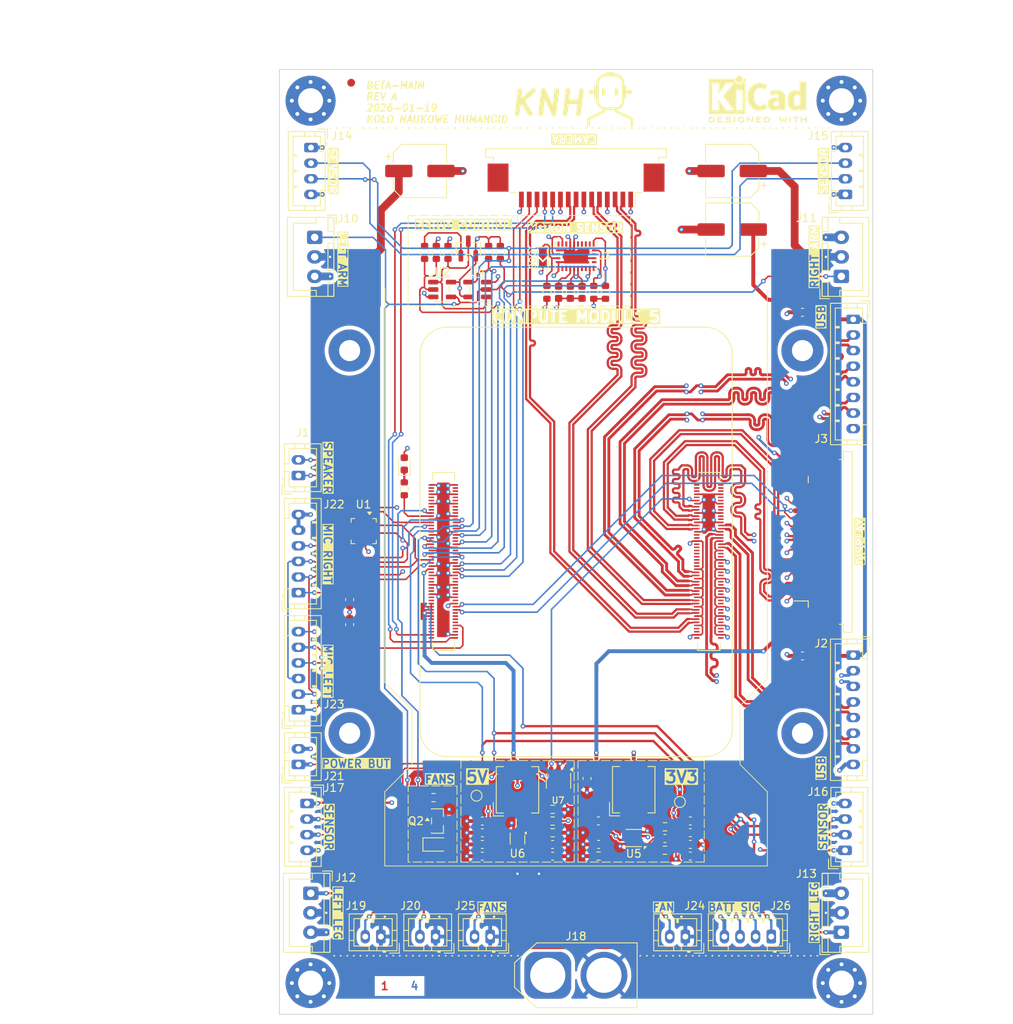
<source format=kicad_pcb>
(kicad_pcb (version 20241229) (generator "pcbnew") (generator_version "9.0")
  (layers (0 "F.Cu" signal) (4 "In1.Cu" power) (6 "In2.Cu" power) (2 "B.Cu" signal) (13 "F.Paste" user) (15 "B.Paste" user) (5 "F.SilkS" user "F.Silkscreen") (7 "B.SilkS" user "B.Silkscreen") (1 "F.Mask" user) (3 "B.Mask" user) (25 "Edge.Cuts" user))
  (net 0 "")
  (net 1 "+BATT")
  (net 2 "GND")
  (net 3 "+5V")
  (net 4 "+3V3")
  (net 50 "Net-(U3-CAP)")
  (net 51 "/PSU/FB")
  (net 52 "VBUS")
  (net 53 "Net-(J1-Pin_1)")
  (net 54 "Net-(J1-Pin_2)")
  (net 55 "/High Speed Serial/USB3-0-TX_N")
  (net 56 "/High Speed Serial/USB3-0-RX_N")
  (net 57 "/High Speed Serial/USB3-0-RX_P")
  (net 58 "/High Speed Serial/USB3-0-TX_P")
  (net 59 "/High Speed Serial/USB3-0-D_P")
  (net 60 "/High Speed Serial/USB3-0-D_N")
  (net 61 "/High Speed Serial/USB3-1-TX_P")
  (net 62 "/High Speed Serial/USB3-1-D_P")
  (net 63 "/High Speed Serial/USB3-1-TX_N")
  (net 64 "/High Speed Serial/USB3-1-RX_N")
  (net 65 "/High Speed Serial/USB3-1-RX_P")
  (net 66 "/High Speed Serial/USB3-1-D_N")
  (net 67 "/MIPI0_D1_P")
  (net 68 "/SCL0")
  (net 69 "/MIPI0_D1_N")
  (net 70 "/MIPI0_C_P")
  (net 71 "/MIPI0_C_N")
  (net 72 "/MIPI0_D0_P")
  (net 73 "/SDA0")
  (net 74 "/MIPI0_D0_N")
  (net 75 "/SCL1")
  (net 76 "/CAM_GPIO0")
  (net 77 "/MIPI1_C_N")
  (net 78 "/MIPI1_D1_N")
  (net 79 "/MIPI1_D1_P")
  (net 80 "/SDA1")
  (net 81 "/MIPI1_C_P")
  (net 82 "/MIPI1_D0_N")
  (net 83 "/CAM_GPIO1")
  (net 84 "/MIPI1_D0_P")
  (net 85 "/Peripherals/SIG")
  (net 86 "/Peripherals/SENSOR_SCL")
  (net 87 "/GPIO/SDI")
  (net 88 "/GPIO/UART3_RX")
  (net 90 "/GPIO/UART3_TX")
  (net 91 "/GPIO/I2C2_SCL")
  (net 92 "/GPIO/I2C2_SDA")
  (net 93 "Net-(CM5A-LED_nACT)")
  (net 94 "/Peripherals/SENSOR_SDA")
  (net 95 "/GPIO/PWR_BUT")
  (net 96 "/GPIO/FAN_PWM")
  (net 97 "Net-(D1-K)")
  (net 98 "Net-(D2-K)")
  (net 99 "Net-(U6-SW)")
  (net 100 "Net-(U5-LX)")
  (net 101 "/High Speed Serial/MIPI1_D2_P")
  (net 102 "/I2S0_WS")
  (net 103 "/High Speed Serial/MIPI0_D2_P")
  (net 104 "/High Speed Serial/MIPI0_D3_N")
  (net 105 "/High Speed Serial/MIPI0_D2_N")
  (net 106 "/High Speed Serial/MIPI1_D3_N")
  (net 107 "/I2S0_SCLK")
  (net 108 "/High Speed Serial/MIPI1_D3_P")
  (net 109 "/High Speed Serial/MIPI1_D2_N")
  (net 110 "/VBUS_EN")
  (net 111 "/I2S0_SDO")
  (net 112 "/High Speed Serial/MIPI0_D3_P")
  (net 113 "/Peripherals/TXEN")
  (net 114 "Net-(Q1-B)")
  (net 115 "Net-(U6-FB)")
  (net 116 "Net-(U7-ILIM)")
  (net 122 "Net-(JP1-A)")
  (net 146 "/I2S0_SDI0")
  (net 153 "/I2S0_SDI1")
  (net 174 "/GPIO/BATT_INT")
  (footprint "Package_TO_SOT_SMD:SOT-23" (layer "F.Cu") (at 86.2 62.43 90)
    (property "Reference" "Q1" (hide yes))
    (property "Value" "MMBT3906")
  )
  (footprint "CM5IO:Raspberry-Pi-5-Compute-Module" (layer "F.Cu") (at 83.5 124)
    (property "Reference" "CM5" (hide yes))
    (property "Value" "ComputeModule5-CM5")
  )
  (footprint "Connector_JST:JST_PH_B6B-PH-K_1x06_P2.00mm_Vertical" (layer "F.Cu") (at 64.45 121.5 90)
    (property "Reference" "J23")
    (property "Value" "Conn_01x06_Pin")
  )
  (footprint "Resistor_SMD:R_0603_1608Metric" (layer "F.Cu") (at 97 135.75 180)
    (property "Reference" "R7" (hide yes))
    (property "Value" "220K")
  )
  (footprint "Package_TO_SOT_SMD:SOT-563" (layer "F.Cu") (at 92.5 138 -90)
    (property "Reference" "U6")
    (property "Value" "TPS56624x")
  )
  (footprint "Capacitor_SMD:C_0603_1608Metric" (layer "F.Cu") (at 88 135.75 180)
    (property "Reference" "C11" (hide yes))
    (property "Value" "10u")
  )
  (footprint "Resistor_SMD:R_0603_1608Metric" (layer "F.Cu") (at 88.8 62.93 -90)
    (property "Reference" "R5" (hide yes))
    (property "Value" "10k")
  )
  (footprint "Capacitor_SMD:C_0603_1608Metric" (layer "F.Cu") (at 114.6375 140.2375)
    (property "Reference" "C18" (hide yes))
    (property "Value" "10u")
  )
  (footprint "Capacitor_SMD:C_0603_1608Metric" (layer "F.Cu") (at 114.6375 137.2375)
    (property "Reference" "C13" (hide yes))
    (property "Value" "10u")
  )
  (footprint "CM5IO:L_Bourns_SRP5030CC" (layer "F.Cu") (at 92.5 131.75 90)
    (property "Reference" "L1" (hide yes))
    (property "Value" "2.2u")
  )
  (footprint "Capacitor_SMD:C_0603_1608Metric" (layer "F.Cu") (at 71 107.4 -90)
    (property "Reference" "C7" (hide yes))
    (property "Value" "10u")
  )
  (footprint "Capacitor_SMD:CP_Elec_6.3x5.7" (layer "F.Cu") (at 120 60 180)
    (property "Reference" "C12" (hide yes))
    (property "Value" "100u")
  )
  (footprint "Connector_JST:JST_XH_B3B-XH-A_1x03_P2.50mm_Vertical" (layer "F.Cu") (at 66.525 61 -90)
    (property "Reference" "J10")
    (property "Value" "Conn_01x03_Pin")
  )
  (footprint "Resistor_SMD:R_0603_1608Metric" (layer "F.Cu") (at 102.8875 140.2375 180)
    (property "Reference" "R6" (hide yes))
    (property "Value" "10k")
  )
  (footprint "Resistor_SMD:R_0603_1608Metric" (layer "F.Cu") (at 96.266606 68.040669 90)
    (property "Reference" "R14" (hide yes))
    (property "Value" "10k")
  )
  (footprint "Symbol:KiCad-Logo2_5mm_SilkScreen" (layer "F.Cu") (at 123.268238 43.291108)
    (property "Reference" "REF**" (hide yes))
    (property "Value" "KiCad-Logo2_5mm_SilkScreen" (hide yes))
  )
  (footprint "Connector_JST:JST_PH_B2B-PH-K_1x02_P2.00mm_Vertical" (layer "F.Cu") (at 75 150.55 180)
    (property "Reference" "J19")
    (property "Value" "Conn_01x02_Pin")
  )
  (footprint "Connector_JST:JST_PH_B4B-PH-K_1x04_P2.00mm_Vertical" (layer "F.Cu") (at 125 150.55 180)
    (property "Reference" "J26")
    (property "Value" "Conn_01x04_Pin")
  )
  (footprint "Symbol:LayerMarker_4_6.35x2.54mm_TextH1mm_P1.27mm" (layer "F.Cu") (at 75.495 158.145)
    (property "Reference" "REF**" (hide yes))
    (property "Value" "LayerMarker_4_6.35x2.54mm_TextH1mm_P1.27mm" (hide yes))
  )
  (footprint "MountingHole:MountingHole_2.7mm_Pad" (layer "F.Cu") (at 71 124.5)
    (property "Reference" "MH11" (hide yes))
    (property "Value" "M2.5" (hide yes))
  )
  (footprint "Diode_SMD:D_SOD-323" (layer "F.Cu") (at 82 138.75)
    (property "Reference" "D2" (hide yes))
    (property "Value" "1N5819WS")
  )
  (footprint "Resistor_SMD:R_0603_1608Metric" (layer "F.Cu") (at 90.3 62.93 -90)
    (property "Reference" "R4" (hide yes))
    (property "Value" "10k")
  )
  (footprint "Capacitor_SMD:C_0603_1608Metric" (layer "F.Cu") (at 129 70.6 180)
    (property "Reference" "C21" (hide yes))
    (property "Value" "10u")
  )
  (footprint "Capacitor_SMD:C_0603_1608Metric" (layer "F.Cu") (at 114.6375 135.7375)
    (property "Reference" "C20" (hide yes))
    (property "Value" "10u")
  )
  (footprint "Connector_JST:JST_XH_B3B-XH-A_1x03_P2.50mm_Vertical" (layer "F.Cu") (at 133.975 66 90)
    (property "Reference" "J11")
    (property "Value" "Conn_01x03_Pin")
  )
  (footprint "Capacitor_SMD:C_0603_1608Metric" (layer "F.Cu") (at 102.8625 135.7375 180)
    (property "Reference" "C5" (hide yes))
    (property "Value" "10u")
  )
  (footprint "BETA:Beta-LOGO-3" (layer "F.Cu") (at 104.371094 43.981469)
    (property "Reference" "REF**" (hide yes))
    (property "Value" "Beta-LOGO-3" (hide yes))
  )
  (footprint "BETA:SolderJumper-2" (layer "F.Cu") (at 95.75 63.6464 -90)
    (property "Reference" "JP1" (hide yes))
    (property "Value" "SolderJumper_2_Open" (hide yes))
  )
  (footprint "Resistor_SMD:R_0603_1608Metric" (layer "F.Cu") (at 80.6 62.93 -90)
    (property "Reference" "R2" (hide yes))
    (property "Value" "10k")
  )
  (footprint "BETA:IC_BNO086" (layer "F.Cu") (at 100 63.4214)
    (property "Reference" "U3")
    (property "Value" "BNO086")
  )
  (footprint "Connector_JST:JST_PH_B4B-PH-K_1x04_P2.00mm_Vertical" (layer "F.Cu") (at 134.5 55.5 90)
    (property "Reference" "J15")
    (property "Value" "Conn_01x04_Pin")
  )
  (footprint "Connector_JST:JST_XH_B3B-XH-A_1x03_P2.50mm_Vertical" (layer "F.Cu") (at 133.975 150 90)
    (property "Reference" "J13")
    (property "Value" "Conn_01x03_Pin")
  )
  (footprint "Capacitor_SMD:C_0603_1608Metric" (layer "F.Cu") (at 97 140.25)
    (property "Reference" "C6" (hide yes))
    (property "Value" "10u")
  )
  (footprint "Connector_JST:JST_PH_B2B-PH-K_1x02_P2.00mm_Vertical" (layer "F.Cu") (at 114 150.55 180)
    (property "Reference" "J24")
    (property "Value" "Conn_01x02_Pin" (hide yes))
  )
  (footprint "MountingHole:MountingHole_3.2mm_M3_Pad_Via" (layer "F.Cu") (at 134 156.5 180)
    (property "Reference" "MH7" (hide yes))
    (property "Value" "M3" (hide yes))
  )
  (footprint "Resistor_SMD:R_0603_1608Metric" (layer "F.Cu") (at 83.6 62.93 -90)
    (property "Reference" "R1" (hide yes))
    (property "Value" "20k")
  )
  (footprint "Resistor_SMD:R_0603_1608Metric" (layer "F.Cu") (at 81.75 132.75)
    (property "Reference" "R13" (hide yes))
    (property "Value" "10k")
  )
  (footprint "Capacitor_SMD:CP_Elec_6.3x5.7" (layer "F.Cu") (at 120 52.5 180)
    (property "Reference" "C24" (hide yes))
    (property "Value" "100u")
  )
  (footprint "Connector_JST:JST_PH_B2B-PH-K_1x02_P2.00mm_Vertical" (layer "F.Cu") (at 82 150.55 180)
    (property "Reference" "J20")
    (property "Value" "Conn_01x02_Pin")
  )
  (footprint "Capacitor_SMD:C_0603_1608Metric" (layer "F.Cu") (at 71 110.6 90)
    (property "Reference" "C8" (hide yes))
    (property "Value" "10u")
  )
  (footprint "Connector_AMASS:AMASS_XT60-F_1x02_P7.20mm_Vertical" (layer "F.Cu") (at 96.375 155.5)
    (property "Reference" "J18")
    (property "Value" "XT60")
  )
  (footprint "Resistor_SMD:R_0603_1608Metric" (layer "F.Cu") (at 82.1 62.93 -90)
    (property "Reference" "R3" (hide yes))
    (property "Value" "10k")
  )
  (footprint "LED_SMD:LED_0603_1608Metric" (layer "F.Cu") (at 78 90 90)
    (property "Reference" "D1" (hide yes))
    (property "Value" "LED_RED")
  )
  (footprint "MountingHole:MountingHole_2.7mm_Pad" (layer "F.Cu") (at 129 124.5)
    (property "Reference" "MH12" (hide yes))
    (property "Value" "M2.5" (hide yes))
  )
  (footprint "Resistor_SMD:R_0603_1608Metric" (layer "F.Cu") (at 97 134.25)
    (property "Reference" "R9" (hide yes))
    (property "Value" "15k")
  )
  (footprint "Resistor_SMD:R_0603_1608Metric" (layer "F.Cu") (at 111.3875 136.4875 180)
    (property "Reference" "R10" (hide yes))
    (property "Value" "10K 1%")
  )
  (footprint "Resistor_SMD:R_0603_1608Metric" (layer "F.Cu") (at 103.766606 68.040669 90)
    (property "Reference" "R16" (hide yes))
    (property "Value" "10k")
  )
  (footprint "Capacitor_SMD:C_0603_1608Metric" (layer "F.Cu") (at 99.266606 68.040669 -90)
    (property "Reference" "C23" (hide yes))
    (property "Value" "0.1u")
  )
  (footprint "Connector_JST:JST_PH_B4B-PH-K_1x04_P2.00mm_Vertical" (layer "F.Cu") (at 66.05 49.5 -90)
    (property "Reference" "J14")
    (property "Value" "Conn_01x04_Pin")
  )
  (footprint "Fiducial:Fiducial_1mm_Mask2mm" (layer "F.Cu") (at 72 156.5 180)
    (property "Reference" "FID3" (hide yes))
    (property "Value" "~" (hide yes))
  )
  (footprint "CM5IO:L_Bourns_SRP5030CC" (layer "F.Cu") (at 107.3875 131.7375 90)
    (property "Reference" "L2" (hide yes))
    (property "Value" "2.2u")
  )
  (footprint "Resistor_SMD:R_0603_1608Metric" (layer "F.Cu") (at 97 137.25)
    (property "Reference" "R8" (hide yes))
    (property "Value" "30K")
  )
  (footprint "Connector_JST:JST_PH_B2B-PH-K_1x02_P2.00mm_Vertical" (layer "F.Cu") (at 64.45 91.5 90)
    (property "Reference" "J1")
    (property "Value" "Conn_01x02_Pin")
  )
  (footprint "Connector_JST:JST_PH_B8B-PH-K_1x08_P2.00mm_Vertical" (layer "F.Cu") (at 135.5 71.5 -90)
    (property "Reference" "J3")
    (property "Value" "Conn_01x08_Pin")
  )
  (footprint "Connector_FFC-FPC:TE_1-84953-5_1x15-1MP_P1.0mm_Horizontal" (layer "F.Cu") (at 130.65 100 90)
    (property "Reference" "J5" (hide yes))
    (property "Value" "FFC")
  )
  (footprint "MountingHole:MountingHole_3.2mm_M3_Pad_Via" (layer "F.Cu") (at 66 156.5 180)
    (property "Reference" "MH5" (hide yes))
    (property "Value" "M3" (hide yes))
  )
  (footprint "MountingHole:MountingHole_2.7mm_Pad" (layer "F.Cu") (at 71 75.5)
    (property "Reference" "MH9" (hide yes))
    (property "Value" "M2.5" (hide yes))
  )
  (footprint "Connector_JST:JST_PH_B8B-PH-K_1x08_P2.00mm_Vertical" (layer "F.Cu") (at 135.5 114.5 -90)
    (property "Reference" "J2")
    (property "Value" "Conn_01x08_Pin")
  )
  (footprint "Fiducial:Fiducial_1mm_Mask2mm" (layer "F.Cu") (at 71.2 41.2)
    (property "Reference" "FID1" (hide yes))
    (property "Value" "~" (hide yes))
  )
  (footprint "Connector_JST:JST_PH_B6B-PH-K_1x06_P2.00mm_Vertical" (layer "F.Cu") (at 64.45 106.5 90)
    (property "Reference" "J22")
    (property "Value" "Conn_01x06_Pin")
  )
  (footprint "MountingHole:MountingHole_3.2mm_M3_Pad_Via" (layer "F.Cu") (at 134 43.5)
    (property "Reference" "MH3" (hide yes))
    (property "Value" "M3" (hide yes))
  )
  (footprint "Capacitor_SMD:C_0603_1608Metric" (layer "F.Cu") (at 102.8875 138.7375 180)
    (property "Reference" "C4" (hide yes))
    (property "Value" "10u")
  )
  (footprint "Resistor_SMD:R_0603_1608Metric" (layer "F.Cu") (at 111.3875 139.4875)
    (property "Reference" "R11" (hide yes))
    (property "Value" "2.2K 1%")
  )
  (footprint "Capacitor_SMD:C_0603_1608Metric" (layer "F.Cu") (at 114.6375 138.7375)
    (property "Reference" "C16" (hide yes))
    (property "Value" "10u")
  )
  (footprint "Fiducial:Fiducial_1mm_Mask2mm" (layer "F.Cu") (at 128 156.4)
    (property "Reference" "FID2" (hide yes))
    (property "Value" "~" (hide yes))
  )
  (footprint "TestPoint:TestPoint_Pad_D1.0mm" (layer "F.Cu") (at 87.25 132.5)
    (property "Reference" "TP1" (hide yes))
    (property "Value" "5V")
  )
  (footprint "Resistor_SMD:R_0603_1608Metric" (layer "F.Cu") (at 102.266606 68.040669 90)
    (property "Reference" "R15" (hide yes))
    (property "Value" "10k")
  )
  (footprint "Connector_JST:JST_PH_B4B-PH-K_1x04_P2.00mm_Vertical" (layer "F.Cu") (at 134.45 139.5 90)
    (property "Reference" "J16")
    (property "Value" "Conn_01x04_Pin")
  )
  (footprint "Capacitor_SMD:CP_Elec_6.3x5.7" (layer "F.Cu") (at 80 52.5)
    (property "Reference" "C2" (hide yes))
    (property "Value" "100u")
  )
  (footprint "Connector_JST:JST_PH_B2B-PH-K_1x02_P2.00mm_Vertical" (layer "F.Cu") (at 64.45 128.5 90)
    (property "Reference" "J21")
    (property "Value" "Conn_01x02_Pin")
  )
  (footprint "Package_TO_SOT_SMD:SOT-23-5" (layer "F.Cu") (at 82.85 67.68)
    (property "Reference" "U2")
    (property "Value" "74LVC1G126")
  )
  (footprint "Connector_JST:JST_PH_B2B-PH-K_1x02_P2.00mm_Vertical" (layer "F.Cu") (at 89 150.55 180)
    (property "Reference" "J25")
    (property "Value" "Conn_01x02_Pin" (hide yes))
  )
  (footprint "MountingHole:MountingHole_2.7mm_Pad" (layer "F.Cu") (at 129 75.5)
    (property "Reference" "MH10" (hide yes))
    (property "Value" "M2.5" (hide yes))
  )
  (footprint "Capacitor_SMD:C_0603_1608Metric" (layer "F.Cu") (at 111.3875 137.9875 180)
    (property "Reference" "C10" (hide yes))
    (property "Value" "4.7nF")
  )
  (footprint "Capacitor_SMD:C_0603_1608Metric" (layer "F.Cu") (at 97.766606 68.040669 90)
    (property "Reference" "C1" (hide yes))
    (property "Value" "0.1u")
  )
  (footprint "Capacitor_SMD:C_0603_1608Metric" (layer "F.Cu") (at 100.766606 68.040669 -90)
    (property "Reference" "C22" (hide yes))
    (property "Value" "0.1u")
  )
  (footprint "Capacitor_SMD:C_0603_1608Metric" (layer "F.Cu") (at 88 140.25 180)
    (property "Reference" "C19" (hide yes))
    (property "Value" "10u")
  )
  (footprint "Capacitor_SMD:C_0603_1608Metric" (layer "F.Cu") (at 88 137.25 180)
    (property "Reference" "C14" (hide yes))
    (property "Value" "10u")
  )
  (footprint "Package_DFN_QFN:DFN-8-1EP_2x2mm_P0.5mm_EP1.05x1.75mm" (layer "F.Cu") (at 107.3875 137.925 180)
    (property "Reference" "U5")
    (property "Value" "AP3441SHE-7B")
  )
  (footprint "Package_DFN_QFN:TQFN-16-1EP_3x3mm_P0.5mm_EP1.23x1.23mm" (layer "F.Cu") (at 72.8 98.625 -90)
    (property "Reference" "U1")
    (property "Value" "MAX98357A")
  )
  (footprint "TestPoint:TestPoint_Pad_D1.0mm" (layer "F.Cu") (at 113.3 133.3)
    (property "Reference" "TP2" (hide yes))
    (property "Value" "3V3")
  )
  (footprint "Package_TO_SOT_SMD:SOT-23-6" (layer "F.Cu") (at 97.75 130.6 -90)
    (property "Reference" "U7")
    (property "Value" "AP2553W6")
  )
  (footprint "Capacitor_SMD:C_0603_1608Metric" (layer "F.Cu") (at 88 138.75 180)
    (property "Reference" "C17" (hide yes))
    (property "Value" "10u")
  )
  (footprint "Resistor_SMD:R_0603_1608Metric" (layer "F.Cu") (at 78 93.2 90)
    (property "Reference" "R12" (hide yes))
    (property "Value" "100")
  )
  (footprint "Package_TO_SOT_SMD:SOT-23" (layer "F.Cu") (at 82.25 135.75)
    (property "Reference" "Q2")
    (property "Value" "IRLML6246TRP")
  )
  (footprint "MountingHole:MountingHole_3.2mm_M3_Pad_Via" (layer "F.Cu") (at 66 43.5)
    (property "Reference" "MH1" (hide yes))
    (property "Value" "M3" (hide yes))
  )
  (footprint "Connector_JST:JST_XH_B3B-XH-A_1x03_P2.50mm_Vertical" (layer "F.Cu") (at 66.025 145 -90)
    (property "Reference" "J12")
    (property "Value" "Conn_01x03_Pin")
  )
  (footprint "Connector_FFC-FPC:TE_1-84953-5_1x15-1MP_P1.0mm_Horizontal" (layer "F.Cu") (at 100 54.35 180)
    (property "Reference" "J8" (hide yes))
    (property "Value" "FFC")
  )
  (footprint "Capacitor_SMD:C_0603_1608Metric" (layer "F.Cu") (at 97 138.75)
    (property "Reference" "C3" (hide yes))
    (property "Value" "10u")
  )
  (footprint "Connector_JST:JST_PH_B4B-PH-K_1x04_P2.00mm_Vertical" (layer "F.Cu") (at 65.55 133.5 -90)
    (property "Reference" "J17")
    (property "Value" "Conn_01x04_Pin")
  )
  (footprint "Capacitor_SMD:C_0603_1608Metric" (layer "F.Cu") (at 129 114.6 180)
    (property "Reference" "C15" (hide yes))
    (property "Value" "10u")
  )
  (footprint "Capacitor_SMD:C_0603_1608Metric" (layer "F.Cu") (at 101.4 130.3 -90)
    (property "Reference" "C9" (hide yes))
    (property "Value" "10u")
  )
  (footprint "Package_TO_SOT_SMD:SOT-23-5" (layer "F.Cu") (at 87.35 67.68 180)
    (property "Reference" "U4")
    (property "Value" "74LVC1G126")
  )
  (gr_line (start 69 153) (end 92.8 153) (stroke (width 0.2) (type dot)) (layer "F.SilkS"))
  (gr_line (start 124.5 117.5) (end 124.5 67.75) (stroke (width 0.1)) (layer "F.SilkS"))
  (gr_line (start 79 121.5) (end 75.5 118) (stroke (width 0.1)) (layer "F.SilkS"))
  (gr_line (start 124.5 141.5) (end 124.5 132) (stroke (width 0.1)) (layer "F.SilkS"))
  (gr_line (start 121 128.5) (end 121 121) (stroke (width 0.1)) (layer "F.SilkS"))
  (gr_line (start 68.5 47) (end 132.5 47) (stroke (width 0.2) (type dot)) (layer "F.SilkS"))
  (gr_line (start 108.2 153) (end 131 153) (stroke (width 0.2) (type dot)) (layer "F.SilkS"))
  (gr_line (start 75.5 141.5) (end 124.5 141.5) (stroke (width 0.1)) (layer "F.SilkS"))
  (gr_line (start 75.5 67.5) (end 75.5 118) (stroke (width 0.1)) (layer "F.SilkS"))
  (gr_rect (start 85.25 128) (end 99.75 141) (stroke (width 0.1) (type dash)) (fill no) (layer "F.SilkS"))
  (gr_line (start 124.5 132) (end 121 128.5) (stroke (width 0.1)) (layer "F.SilkS"))
  (gr_line (start 79 128.5) (end 75.5 132) (stroke (width 0.1)) (layer "F.SilkS"))
  (gr_line (start 124.5 117.5) (end 121 121) (stroke (width 0.1)) (layer "F.SilkS"))
  (gr_rect (start 78.5 131.25) (end 84.75 141) (stroke (width 0.1) (type dash)) (fill no) (layer "F.SilkS"))
  (gr_rect (start 93 58.2) (end 107 69.8) (stroke (width 0.1) (type dash)) (fill no) (layer "F.SilkS"))
  (gr_rect (start 100.25 128) (end 116.4125 141) (stroke (width 0.1) (type dash)) (fill no) (layer "F.SilkS"))
  (gr_line (start 75.5 132) (end 75.5 141.5) (stroke (width 0.1)) (layer "F.SilkS"))
  (gr_rect (start 78.5 58.2) (end 92.5 69.8) (stroke (width 0.1) (type dash)) (fill no) (layer "F.SilkS"))
  (gr_line (start 79 128.5) (end 79 121.5) (stroke (width 0.1)) (layer "F.SilkS"))
  (gr_rect (start 62 39.5) (end 138 160.5) (stroke (width 0.1)) (fill no) (layer "Edge.Cuts"))
  (gr_text "5V" (at 85.75 131 0) (layer "F.SilkS" knockout) (effects (font (size 1.5 1.5) (thickness 0.3) (bold yes)) (justify left bottom)))
  (gr_text "SENSOR" (at 68.25 52.5 270) (layer "F.SilkS" knockout) (effects (font (size 1 1) (thickness 0.2) (bold yes)) (justify bottom)))
  (gr_text "RIGHT ARM" (at 131.125 63.5 90) (layer "F.SilkS" knockout) (effects (font (size 1 1) (thickness 0.2) (bold yes)) (justify bottom)))
  (gr_text "USB" (at 132 71.2 90) (layer "F.SilkS" knockout) (effects (font (size 1 1) (thickness 0.2) (bold yes)) (justify bottom)))
  (gr_text "MIC RIGHT" (at 67.6 101.5 270) (layer "F.SilkS" knockout) (effects (font (size 1 1) (thickness 0.2) (bold yes)) (justify bottom)))
  (gr_text "POWER BUT" (at 71.8 129 0) (layer "F.SilkS" knockout) (effects (font (size 1 1) (thickness 0.2) (bold yes)) (justify bottom)))
  (gr_text "USB" (at 132 129 90) (layer "F.SilkS" knockout) (effects (font (size 1 1) (thickness 0.2) (bold yes)) (justify bottom)))
  (gr_text "SERVO CONTROL" (at 79.25 60 0) (layer "F.SilkS" knockout) (effects (font (size 1 1) (thickness 0.25) (bold yes)) (justify left bottom)))
  (gr_text "SPEAKER" (at 67.6 90.5 270) (layer "F.SilkS" knockout) (effects (font (size 1 1) (thickness 0.2) (bold yes)) (justify bottom)))
  (gr_text "COMPUTE MODULE 5" (at 100 72 0) (layer "F.SilkS" knockout) (effects (font (size 1.4 1.4) (thickness 0.3) (bold yes)) (justify bottom)))
  (gr_text "3V3" (at 111.25 131 0) (layer "F.SilkS" knockout) (effects (font (size 1.5 1.5) (thickness 0.3) (bold yes)) (justify left bottom)))
  (gr_text "DISPLAY\n" (at 137 100 90) (layer "F.SilkS" knockout) (effects (font (size 1 1) (thickness 0.2) (bold yes)) (justify bottom)))
  (gr_text "FANS" (at 80.5 131 0) (layer "F.SilkS" knockout) (effects (font (size 1 1) (thickness 0.25) (bold yes)) (justify left bottom)))
  (gr_text "LEFT ARM" (at 69.5 63.8 270) (layer "F.SilkS" knockout) (effects (font (size 1 1) (thickness 0.2) (bold yes)) (justify bottom)))
  (gr_text "SENSOR" (at 132.3 52.5 90) (layer "F.SilkS" knockout) (effects (font (size 1 1) (thickness 0.2) (bold yes)) (justify bottom)))
  (gr_text "FANS" (at 89.2 147.4 0) (layer "F.SilkS" knockout) (effects (font (size 1 1) (thickness 0.2) (bold yes)) (justify bottom)))
  (gr_text "MIC LEFT" (at 67.6 116.5 270) (layer "F.SilkS" knockout) (effects (font (size 1 1) (thickness 0.2) (bold yes)) (justify bottom)))
  (gr_text "SENSOR" (at 67.75 136.5 270) (layer "F.SilkS" knockout) (effects (font (size 1 1) (thickness 0.2) (bold yes)) (justify bottom)))
  (gr_text "BETA-MAIN\nREV A\n2026-01-19\nKOŁO NAUKOWE HUMANOID" (at 73 46.4 0) (layer "F.SilkS") (effects (font (size 0.9 0.9) (thickness 0.18) (bold yes) (italic yes)) (justify left bottom)))
  (gr_text "BATT SIG" (at 116.8 147.4 0) (layer "F.SilkS" knockout) (effects (font (size 1 1) (thickness 0.2) (bold yes)) (justify left bottom)))
  (gr_text "CAMERA" (at 99.8 47.8 180) (layer "F.SilkS" knockout) (effects (font (size 1 1) (thickness 0.2) (bold yes)) (justify bottom)))
  (gr_text "RIGHT LEG" (at 131.125 147.5 90) (layer "F.SilkS" knockout) (effects (font (size 1 1) (thickness 0.2) (bold yes)) (justify bottom)))
  (gr_text "LEFT LEG" (at 68.875 147.5 270) (layer "F.SilkS" knockout) (effects (font (size 1 1) (thickness 0.2) (bold yes)) (justify bottom)))
  (gr_text "BOOT" (at 94.9 65.2 90) (layer "F.SilkS") (effects (font (size 0.8 0.8) (thickness 0.125) (bold yes)) (justify left bottom)))
  (gr_text "MOTION SENSOR" (at 93.6 60.4 0) (layer "F.SilkS" knockout) (effects (font (size 1 1) (thickness 0.25) (bold yes)) (justify left bottom)))
  (gr_text "FAN" (at 111.2 147.4 0) (layer "F.SilkS" knockout) (effects (font (size 1 1) (thickness 0.2) (bold yes)) (justify bottom)))
  (gr_text "SENSOR" (at 132.25 136.5 90) (layer "F.SilkS" knockout) (effects (font (size 1 1) (thickness 0.2) (bold yes)) (justify bottom)))
  (gr_text "KNH" (at 96.4 45.6 0) (layer "F.SilkS") (effects (font (size 3 3) (thickness 0.6) (bold yes) (italic yes)) (justify bottom)))
  (segment (start 95.25 142.5) (end 95.25 140.5) (width 0.2) (layer "F.Cu") (net 1))
  (segment (start 75 62.5) (end 75 57.5) (width 1) (layer "F.Cu") (net 1))
  (segment (start 95.25 140.5) (end 95.5 140.25) (width 0.2) (layer "F.Cu") (net 1))
  (segment (start 132 63.5) (end 129.5 63.5) (width 1) (layer "F.Cu") (net 1))
  (segment (start 77.3 55.2) (end 77.3 52.5) (width 1) (layer "F.Cu") (net 1))
  (segment (start 126 52.5) (end 122.7 52.5) (width 1) (layer "F.Cu") (net 1))
  (segment (start 74 63.5) (end 75 62.5) (width 1) (layer "F.Cu") (net 1))
  (segment (start 93 137.823152) (end 92.5 138.323152) (width 0.2) (layer "F.Cu") (net 1))
  (segment (start 128 54.5) (end 126 52.5) (width 1) (layer "F.Cu") (net 1))
  (segment (start 68.5 63.5) (end 74 63.5) (width 1) (layer "F.Cu") (net 1))
  (segment (start 93 137.2875) (end 93 137.823152) (width 0.2) (layer "F.Cu") (net 1))
  (segment (start 95.5 140.25) (end 96.225 140.25) (width 0.2) (layer "F.Cu") (net 1))
  (segment (start 92.5 138.7125) (end 92.5 142.5) (width 0.2) (layer "F.Cu") (net 1))
  (segment (start 75 57.5) (end 77.3 55.2) (width 1) (layer "F.Cu") (net 1))
  (segment (start 129.5 63.5) (end 128 62) (width 1) (layer "F.Cu") (net 1))
  (segment (start 128 62) (end 128 54.5) (width 1) (layer "F.Cu") (net 1))
  (segment (start 92.5 138.323152) (end 92.5 138.7125) (width 0.2) (layer "F.Cu") (net 1))
  (segment (start 96.225 140.25) (end 96.225 138.75) (width 0.2) (layer "F.Cu") (net 1))
  (via (at 89.5 148) (size 0.6) (drill 0.3) (layers "F.Cu" "B.Cu") (net 1))
  (via (at 92.5 142.5) (size 0.6) (drill 0.3) (layers "F.Cu" "B.Cu") (net 1))
  (via (at 68.5 63.5) (size 0.6) (drill 0.3) (layers "F.Cu" "B.Cu") (net 1))
  (via (at 132 63.5) (size 0.6) (drill 0.3) (layers "F.Cu" "B.Cu") (net 1))
  (via (at 68 147.5) (size 0.6) (drill 0.3) (layers "F.Cu" "B.Cu") (net 1))
  (via (at 95.25 142.5) (size 0.6) (drill 0.3) (layers "F.Cu" "B.Cu") (net 1))
  (via (at 75.5 148) (size 0.6) (drill 0.3) (layers "F.Cu" "B.Cu") (net 1))
  (via (at 113.5 148) (size 0.6) (drill 0.3) (layers "F.Cu" "B.Cu") (net 1))
  (via (at 82.5 148) (size 0.6) (drill 0.3) (layers "F.Cu" "B.Cu") (net 1))
  (via (at 132 147.5) (size 0.6) (drill 0.3) (layers "F.Cu" "B.Cu") (net 1))
  (segment (start 114 150.55) (end 114 148.5) (width 0.29) (layer "B.Cu") (net 1))
  (segment (start 82 148.5) (end 82.5 148) (width 0.29) (layer "B.Cu") (net 1))
  (segment (start 68 147.5) (end 66.025 147.5) (width 1) (layer "B.Cu") (net 1))
  (segment (start 75 148.5) (end 75 150.55) (width 0.29) (layer "B.Cu") (net 1))
  (segment (start 75.5 148) (end 75 148.5) (width 0.29) (layer "B.Cu") (net 1))
  (segment (start 89 148.5) (end 89.5 148) (width 0.29) (layer "B.Cu") (net 1))
  (segment (start 114 148.5) (end 113.5 148) (width 0.29) (layer "B.Cu") (net 1))
  (segment (start 132 147.5) (end 133.975 147.5) (width 1) (layer "B.Cu") (net 1))
  (segment (start 82 150.55) (end 82 148.5) (width 0.29) (layer "B.Cu") (net 1))
  (segment (start 68.5 63.5) (end 66.525 63.5) (width 1) (layer "B.Cu") (net 1))
  (segment (start 89 150.55) (end 89 148.5) (width 0.29) (layer "B.Cu") (net 1))
  (segment (start 132 63.5) (end 133.975 63.5) (width 1) (layer "B.Cu") (net 1))
  (segment (start 72.55 98.375) (end 72.8 98.625) (width 0.2) (layer "F.Cu") (net 2))
  (segment (start 127.5 98) (end 128.85 98) (width 0.2) (layer "F.Cu") (net 2))
  (segment (start 83.9 105.5) (end 83.6 105.8) (width 0.2) (layer "F.Cu") (net 2))
  (segment (start 117.8 105.7) (end 118 105.9) (width 0.2) (layer "F.Cu") (net 2))
  (segment (start 97.775 137.3) (end 97.825 137.25) (width 0.2) (layer "F.Cu") (net 2))
  (segment (start 117.8 108.6) (end 118.1 108.3) (width 0.2) (layer "F.Cu") (net 2))
  (segment (start 84.54 111.9) (end 83.7 111.9) (width 0.2) (layer "F.Cu") (net 2))
  (segment (start 106.4875 138.675) (end 106.9375 138.675) (width 0.2) (layer "F.Cu") (net 2))
  (segment (start 87.225 135.75) (end 86 135.75) (width 0.2) (layer "F.Cu") (net 2))
  (segment (start 116.01 107.1) (end 115.46 107.1) (width 0.2) (layer "F.Cu") (net 2))
  (segment (start 127.6 107) (end 127 107.6) (width 0.2) (layer "F.Cu") (net 2))
  (segment (start 116.01 103.5) (end 115.46 103.5) (width 0.2) (layer "F.Cu") (net 2))
  (segment (start 118 109.5) (end 117.8 109.3) (width 0.2) (layer "F.Cu") (net 2))
  (segment (start 128.225 114.6) (end 127.2 114.6) (width 0.5) (layer "F.Cu") (net 2))
  (segment (start 71 108.175) (end 71 109) (width 0.29) (layer "F.Cu") (net 2))
  (segment (start 72.8 98.625) (end 73.05 98.875) (width 0.2) (layer "F.Cu") (net 2))
  (segment (start 115.4125 137.2375) (end 115.4125 135.7375) (width 0.2) (layer "F.Cu") (net 2))
  (segment (start 117.8 104.9) (end 117.8 105.7) (width 0.2) (layer "F.Cu") (net 2))
  (segment (start 118.54 102.3) (end 119.1 102.3) (width 0.2) (layer "F.Cu") (net 2))
  (segment (start 83.75 134.25) (end 84 134.25) (width 0.2) (layer "F.Cu") (net 2))
  (segment (start 119.1 110.7) (end 119.4 111) (width 0.2) (layer "F.Cu") (net 2))
  (segment (start 118 105.9) (end 118.1 105.9) (width 0.2) (layer "F.Cu") (net 2))
  (segment (start 80.9 68.63) (end 81.7125 68.63) (width 0.2) (layer "F.Cu") (net 2))
  (segment (start 118.54 108.3) (end 119.1 108.3) (width 0.2) (layer "F.Cu") (net 2))
  (segment (start 118.54 107.1) (end 118.1 107.1) (width 0.2) (layer "F.Cu") (net 2))
  (segment (start 114.9 99.9) (end 114.6 100.2) (width 0.2) (layer "F.Cu") (net 2))
  (segment (start 84.25 135.75) (end 83.1875 135.75) (width 0.2) (layer "F.Cu") (net 2))
  (segment (start 116.2 111.71) (end 116.01 111.9) (width 0.2) (layer "F.Cu") (net 2))
  (segment (start 118.047839 101.1) (end 118 101.1) (width 0.2) (layer "F.Cu") (net 2))
  (segment (start 102.1125 135.7625) (end 102.0875 135.7375) (width 0.2) (layer "F.Cu") (net 2))
  (segment (start 86 138.75) (end 87.225 138.75) (width 0.2) (layer "F.Cu") (net 2))
  (segment (start 128.85 101) (end 127.4 101) (width 0.2) (layer "F.Cu") (net 2))
  (segment (start 97.825 134.25) (end 99 134.25) (width 0.2) (layer "F.Cu") (net 2))
  (segment (start 118 104.7) (end 117.8 104.9) (width 0.2) (layer "F.Cu") (net 2))
  (segment (start 118.54 109.5) (end 118.1 109.5) (width 0.2) (layer "F.Cu") (net 2))
  (segment (start 116.3 93.9) (end 115.46 93.9) (width 0.2) (layer "F.Cu") (net 2))
  (segment (start 95.75 64.3714) (end 95.75 65.25) (width 0.2) (layer "F.Cu") (net 2))
  (segment (start 71 109) (end 71 109.825) (width 0.29) (layer "F.Cu") (net 2))
  (segment (start 84.54 92.7) (end 83.7 92.7) (width 0.2) (layer "F.Cu") (net 2))
  (segment (start 81.46 92.7) (end 82.3 92.7) (width 0.2) (layer "F.Cu") (net 2))
  (segment (start 82.7 52.5) (end 85.5 52.5) (width 1) (layer "F.Cu") (net 2))
  (segment (start 97.75 65.320802) (end 97.151539 65.919263) (width 0.2) (layer "F.Cu") (net 2))
  (segment (start 127.2 114.6) (end 127 114.4) (width 0.5) (layer "F.Cu") (net 2))
  (segment (start 99.151539 62.6714) (end 99.599402 62.6714) (width 0.2) (layer "F.Cu") (net 2))
  (segment (start 84.54 102.7) (end 83.9 102.7) (width 0.2) (layer "F.Cu") (net 2))
  (segment (start 89.67 66.73) (end 88.4875 66.73) (width 0.2) (layer "F.Cu") (net 2))
  (segment (start 118 101.1) (end 117.8 101.3) (width 0.2) (layer "F.Cu") (net 2))
  (segment (start 118.54 104.7) (end 119.1 104.7) (width 0.2) (layer "F.Cu") (net 2))
  (segment (start 80.54686 68.138919) (end 80.54686 68.27686) (width 0.2) (layer "F.Cu") (net 2))
  (segment (start 114.6 112.2) (end 114.9 111.9) (width 0.2) (layer "F.Cu") (net 2))
  (segment (start 97.775 138.75) (end 99 138.75) (width 0.2) (layer "F.Cu") (net 2))
  (segment (start 115.46 109.5) (end 116.01 109.5) (width 0.2) (layer "F.Cu") (net 2))
  (segment (start 97.75 128.6) (end 97.95 128.4) (width 0.2) (layer "F.Cu") (net 2))
  (segment (start 116.239 103.729) (end 116.01 103.5) (width 0.2) (layer "F.Cu") (net 2))
  (segment (start 81.46 99.1) (end 82.1 99.1) (width 0.2) (layer "F.Cu") (net 2))
  (segment (start 80.54686 68.27686) (end 80.9 68.63) (width 0.2) (layer "F.Cu") (net 2))
  (segment (start 97.75 64.9839) (end 97.75 64.2339) (width 0.2) (layer "F.Cu") (net 2))
  (segment (start 84 134.25) (end 84.25 134.25) (width 0.2) (layer "F.Cu") (net 2))
  (segment (start 119.1 105.9) (end 119.4 106.2) (width 0.2) (layer "F.Cu") (net 2))
  (segment (start 100.8875 140.2375) (end 102.0625 140.2375) (width 0.2) (layer "F.Cu") (net 2))
  (segment (start 118.54 97.5) (end 117.9 97.5) (width 0.2) (layer "F.Cu") (net 2))
  (segment (start 87.225 138.75) (end 87.225 140.25) (width 0.2) (layer "F.Cu") (net 2))
  (segment (start 108.2875 137.175) (end 108.95 137.175) (width 0.2) (layer "F.Cu") (net 2))
  (segment (start 99.151539 62.6714) (end 99.25 62.6714) (width 0.2) (layer "F.Cu") (net 2))
  (segment (start 116.4 96) (end 116.4 97.2) (width 0.2) (layer "F.Cu") (net 2))
  (segment (start 97.75 129.4625) (end 97.75 128.6) (width 0.2) (layer "F.Cu") (net 2))
  (segment (start 84.5 134) (end 84.5 133.25) (width 0.2) (layer "F.Cu") (net 2))
  (segment (start 116.239 106.039) (end 116.239 106.871) (width 0.2) (layer "F.Cu") (net 2))
  (segment (start 83.6 94.8) (end 83.6 93.6) (width 0.2) (layer "F.Cu") (net 2))
  (segment (start 102.0625 138.7875) (end 102.1125 138.7375) (width 0.2) (layer "F.Cu") (net 2))
  (segment (start 118 110.7) (end 117.8 110.9) (width 0.2) (layer "F.Cu") (net 2))
  (segment (start 97.766606 69.733394) (end 97.5 70) (width 0.2) (layer "F.Cu") (net 2))
  (segment (start 116.1 98.7) (end 116.4 98.4) (width 0.2) (layer "F.Cu") (net 2))
  (segment (start 102.1125 137.2375) (end 102.1125 135.7625) (width 0.2) (layer "F.Cu") (net 2))
  (segment (start 72.8 98.625) (end 73.05 98.375) (width 0.2) (layer "F.Cu") (net 2))
  (segment (start 117.9 96.3) (end 118.54 96.3) (width 0.2) (layer "F.Cu") (net 2))
  (segment (start 84.25 134.25) (end 84.5 134.5) (width 0.2) (layer "F.Cu") (net 2))
  (segment (start 99.25 62.3964) (end 99.251539 62.397939) (width 0.2) (layer "F.Cu") (net 2))
  (segment (start 117.6 94.6) (end 117.6 94.65) (width 0.2) (layer "F.Cu") (net 2))
  (segment (start 127.4 101) (end 127 101.4) (width 0.2) (layer "F.Cu") (net 2))
  (segment (start 99.75 62.520802) (end 99.75 61.8589) (width 0.2) (layer "F.Cu") (net 2))
  (segment (start 115.46 99.9) (end 114.9 99.9) (width 0.2) (layer "F.Cu") (net 2))
  (segment (start 119.1 103.5) (end 119.4 103.8) (width 0.2) (layer "F.Cu") (net 2))
  (segment (start 84.54 96.7) (end 83.9 96.7) (width 0.2) (layer "F.Cu") (net 2))
  (segment (start 100.8875 137.2375) (end 102.1125 137.2375) (width 0.2) (layer "F.Cu") (net 2))
  (segment (start 82.4 100.8) (end 82.4 99.4) (width 0.2) (layer "F.Cu") (net 2))
  (segment (start 118.088 101.1) (end 118.54 101.1) (width 0.2) (layer "F.Cu") (net 2))
  (segment (start 117.6 97.2) (end 117.6 98.32) (width 0.2) (layer "F.Cu") (net 2))
  (segment (start 81.46 93.9) (end 82.1 93.9) (width 0.2) (layer "F.Cu") (net 2))
  (segment (start 127.1 97.6) (end 127.5 98) (width 0.2) (layer "F.Cu") (net 2))
  (segment (start 81.46 103.1) (end 82.1 103.1) (width 0.2) (layer "F.Cu") (net 2))
  (segment (start 83.9 96.7) (end 83.6 96.4) (width 0.2) (layer "F.Cu") (net 2))
  (segment (start 83.9 104.3) (end 83.6 104) (width 0.2) (layer "F.Cu") (net 2))
  (segment (start 117.996447 99.9) (end 117.8 100.096447) (width 0.2) (layer "F.Cu") (net 2))
  (segment (start 116.2 110.51) (end 116.01 110.7) (width 0.2) (layer "F.Cu") (net 2))
  (segment (start 82.4 92.8) (end 83.6 92.8) (width 0.2) (layer "F.Cu") (net 2))
  (segment (start 117.9 97.5) (end 117.6 97.2) (width 0.2) (layer "F.Cu") (net 2))
  (segment (start 102.0625 140.2375) (end 102.0625 138.7875) (width 0.2) (layer "F.Cu") (net 2))
  (segment (start 118.1 107.1) (end 118 107.1) (width 0.2) (layer "F.Cu") (net 2))
  (segment (start 81.46 105.5) (end 82.1 105.5) (width 0.2) (layer "F.Cu") (net 2))
  (segment (start 116.1 97.5) (end 116.4 97.2) (width 0.2) (layer "F.Cu") (net 2))
  (segment (start 83.6 62.105) (end 83.6 61.43) (width 0.2) (layer "F.Cu") (net 2))
  (segment (start 115.46 110.7) (end 116.01 110.7) (width 0.2) (layer "F.Cu") (net 2))
  (segment (start 116.4 94.6) (end 116.4 96) (width 0.2) (layer "F.Cu") (net 2))
  (segment (start 82.1 103.1) (end 82.4 102.8) (width 0.2) (layer "F.Cu") (net 2))
  (segment (start 98 56.15) (end 98 57.75) (width 0.2) (layer "F.Cu") (net 2))
  (segment (start 83.6 104) (end 83.6 103) (width 0.2) (layer "F.Cu") (net 2))
  (segment (start 92 138.7125) (end 92 137.2875) (width 0.2) (layer "F.Cu") (net 2))
  (segment (start 116.239 103.271) (end 116.01 103.5) (width 0.2) (layer "F.Cu") (net 2))
  (segment (start 116.4 96.05) (end 116.15 96.3) (width 0.2) (layer "F.Cu") (net 2))
  (segment (start 108.2875 137.175) (end 107.8375 137.175) (width 0.2) (layer "F.Cu") (net 2))
  (segment (start 81.46 104.3) (end 82.1 104.3) (width 0.2) (layer "F.Cu") (net 2))
  (segment (start 107 56.15) (end 107 57.75) (width 0.2) (layer "F.Cu") (net 2))
  (segment (start 84 132.75) (end 82.575 132.75) (width 0.2) (layer "F.Cu") (net 2))
  (segment (start 118.1 104.7) (end 118.54 104.7) (width 0.2) (layer "F.Cu") (net 2))
  (segment (start 112.8 139.6) (end 112.8 140.6) (width 0.2) (layer "F.Cu") (net 2))
  (segment (start 97.766606 68.815669) (end 97.766606 69.733394) (width 0.2) (layer "F.Cu") (net 2))
  (segment (start 118.05 95.1) (end 118.54 95.1) (width 0.2) (layer "F.Cu") (net 2))
  (segment (start 117.8 109.3) (end 117.8 108.6) (width 0.2) (layer "F.Cu") (net 2))
  (segment (start 97.775 140.25) (end 99 140.25) (width 0.2) (layer "F.Cu") (net 2))
  (segment (start 118.54 110.7) (end 118.1 110.7) (width 0.2) (layer "F.Cu") (net 2))
  (segment (start 104 56.15) (end 104 57.75) (width 0.2) (layer "F.Cu") (net 2))
  (segment (start 82.4 107) (end 82.4 105.8) (width 0.2) (layer "F.Cu") (net 2))
  (segment (start 107.3875 137.625) (end 107.3875 137.925) (width 0.2) (layer "F.Cu") (net 2))
  (segment (start 83.6 100.2) (end 83.6 100.4) (width 0.2) (layer "F.Cu") (net 2))
  (segment (start 117.8 109.7) (end 118 109.5) (width 0.2) (layer "F.Cu") (net 2))
  (segment (start 115.46 105.9) (end 115.9 105.9) (width 0.2) (layer "F.Cu") (net 2))
  (segment (start 84.54 107.1) (end 83.9 107.1) (width 0.2) (layer "F.Cu") (net 2))
  (segment (start 116.01 111.9) (end 115.46 111.9) (width 0.2) (layer "F.Cu") (net 2))
  (segment (start 118 107.1) (end 117.8 107.3) (width 0.2) (layer "F.Cu") (net 2))
  (segment (start 118 102.3) (end 117.8 102.5) (width 0.2) (layer "F.Cu") (net 2))
  (segment (start 73.05 98.875) (end 73.05 100.0625) (width 0.2) (layer "F.Cu") (net 2))
  (segment (start 118.064024 98.7) (end 118.54 98.7) (width 0.2) (layer "F.Cu") (net 2))
  (segment (start 99.099402 64.1714) (end 99.25 64.020802) (width 0.2) (layer "F.Cu") (net 2))
  (segment (start 99.297863 63.6714) (end 99.25 63.719263) (width 0.2) (layer "F.Cu") (net 2))
  (segment (start 118 103.5) (end 117.8 103.7) (width 0.2) (layer "F.Cu") (net 2))
  (segment (start 82.1 104.3) (end 82.4 104) (width 0.2) (layer "F.Cu") (net 2))
  (segment (start 128.85 107) (end 127.6 107) (width 0.2) (layer "F.Cu") (net 2))
  (segment (start 84.5 136) (end 84.25 135.75) (width 0.2) (layer "F.Cu") (net 2))
  (segment (start 81.46 106.7) (end 82.1 106.7) (width 0.2) (layer "F.Cu") (net 2))
  (segment (start 90 66.4) (end 89.67 66.73) (width 0.2) (layer "F.Cu") (net 2))
  (segment (start 83.9 100.7) (end 84.54 100.7) (width 0.2) (layer "F.Cu") (net 2))
  (segment (start 117.6 98.32) (end 117.684024 98.32) (width 0.2) (layer "F.Cu") (net 2))
  (segment (start 119.1 111.9) (end 119.4 112.2) (width 0.2) (layer "F.Cu") (net 2))
  (segment (start 83.9 93.9) (end 83.6 93.6) (width 0.2) (layer "F.Cu") (net 2))
  (segment (start 118.54 108.3) (end 118.1 108.3) (width 0.2) (layer "F.Cu") (net 2))
  (segment (start 83.9 107.1) (end 83.6 106.8) (width 0.2) (layer "F.Cu") (net 2))
  (segment (start 117.6 96) (end 117.9 96.3) (width 0.2) (layer "F.Cu") (net 2))
  (segment (start 117.8 110.9) (end 117.8 111.71) (width 0.2) (layer "F.Cu") (net 2))
  (segment (start 128.85 104) (end 127.6 104) (width 0.2) (layer "F.Cu") (net 2))
  (segment (start 115.4125 140.2375) (end 115.4125 138.7375) (width 0.2) (layer "F.Cu") (net 2))
  (segment (start 84.25 134.25) (end 84.5 134) (width 0.2) (layer "F.Cu") (net 2))
  (segment (start 87.225 135.75) (end 87.225 137.25) (width 0.2) (layer "F.Cu") (net 2))
  (segment (start 82.1 93.9) (end 82.4 93.6) (width 0.2) (layer "F.Cu") (net 2))
  (segment (start 116.4 97.2) (end 116.4 98.4) (width 0.2) (layer "F.Cu") (net 2))
  (segment (start 117.8 100.096447) (end 117.8 100.852161) (width 0.2) (layer "F.Cu") (net 2))
  (segment (start 113.5 60) (end 117.3 60) (width 1) (layer "F.Cu") (net 2))
  (segment (start 92 136.25) (end 91.75 136) (width 0.2) (layer "F.Cu") (net 2))
  (segment (start 97.766606 68.815669) (end 99.266606 68.815669) (width 0.2) (layer "F.Cu") (net 2))
  (segment (start 115.9 104.7) (end 115.6271 104.7) (width 0.2) (layer "F.Cu") (net 2))
  (segment (start 107.3875 138.225) (end 107.3875 137.925) (width 0.2) (layer "F.Cu") (net 2))
  (segment (start 92 137.2875) (end 92 136.25) (width 0.2) (layer "F.Cu") (net 2))
  (segment (start 118 107.1) (end 117.8 106.9) (width 0.2) (layer "F.Cu") (net 2))
  (segment (start 83.75 98.7) (end 83.6 98.55) (width 0.2) (layer "F.Cu") (net 2))
  (segment (start 117.8 103.3) (end 118 103.5) (width 0.2) (layer "F.Cu") (net 2))
  (segment (start 117.8 104.5) (end 118 104.7) (width 0.2) (layer "F.Cu") (net 2))
  (segment (start 115.4125 138.7375) (end 115.4125 137.2375) (width 0.2) (layer "F.Cu") (net 2))
  (segment (start 117.8 107.3) (end 117.8 108) (width 0.2) (layer "F.Cu") (net 2))
  (segment (start 119.1 102.3) (end 119.4 102.6) (width 0.2) (layer "F.Cu") (net 2))
  (segment (start 118.1 104.7) (end 118 104.7) (width 0.2) (layer "F.Cu") (net 2))
  (segment (start 117.8 111.71) (end 117.99 111.9) (width 0.2) (layer "F.Cu") (net 2))
  (segment (start 117.6 94.6) (end 117.6 96) (width 0.2) (layer "F.Cu") (net 2))
  (segment (start 99.25 63.719263) (end 99.25 62.6714) (width 0.2) (layer "F.Cu") (net 2))
  (segment (start 118 110.7) (end 117.8 110.5) (width 0.2) (layer "F.Cu") (net 2))
  (segment (start 116.239 106.871) (end 116.01 107.1) (width 0.2) (layer "F.Cu") (net 2))
  (segment (start 116.239 108.071) (end 116.239 107.329) (width 0.2) (layer "F.Cu") (net 2))
  (segment (start 117.60518 94.014242) (end 116.414242 94.014242) (width 0.2) (layer "F.Cu") (net 2))
  (segment (start 97.6875 62.6714) (end 99.151539 62.6714) (width 0.2) (layer "F.Cu") (net 2))
  (segment (start 102.3125 63.6714) (end 99.297863 63.6714) (width 0.2) (layer "F.Cu") (net 2))
  (segment (start 117.8 100.852161) (end 118.047839 101.1) (width 0.2) (layer "F.Cu") (net 2))
  (segment (start 81.46 97.1) (end 81.95 97.1) (width 0.2) (layer "F.Cu") (net 2))
  (segment (start 119.1 108.3) (end 119.4 108.6) (width 0.2) (layer "F.Cu") (net 2))
  (segment (start 73.05 98.375) (end 74.2375 98.375) (width 0.2) (layer "F.Cu") (net 2))
  (segment (start 118.1 102.3) (end 118.54 102.3) (width 0.2) (layer "F.Cu") (net 2))
  (segment (start 116.1 104.7) (end 116.239 104.561) (width 0.2) (layer "F.Cu") (net 2))
  (segment (start 83.6 105.8) (end 83.6 104) (width 0.2) (layer "F.Cu") (net 2))
  (segment (start 118.1 110.7) (end 118 110.7) (width 0.2) (layer "F.Cu") (net 2))
  (segment (start 117.8 101.3) (end 117.8 102.1) (width 0.2) (layer "F.Cu") (net 2))
  (segment (start 115.46 98.7) (end 116.1 98.7) (width 0.2) (layer "F.Cu") (net 2))
  (segment (start 119.1 107.1) (end 119.4 107.4) (width 0.2) (layer "F.Cu") (net 2))
  (segment (start 116.1 99.9) (end 116.239 100.039) (width 0.2) (layer "F.Cu") (net 2))
  (segment (start 115.9 95.1) (end 116.4 94.6) (width 0.2) (layer "F.Cu") (net 2))
  (segment (start 118.54 110.7) (end 119.1 110.7) (width 0.2) (layer "F.Cu") (net 2))
  (segment (start 97.75 64.9839) (end 97.75 65.320802) (width 0.2) (layer "F.Cu") (net 2))
  (segment (start 116.2 108.49) (end 116.01 108.3) (width 0.2) (layer "F.Cu") (net 2))
  (segment (start 97.775 138.75) (end 97.775 137.3) (width 0.2) (layer "F.Cu") (net 2))
  (segment (start 86 137.25) (end 87.225 137.25) (width 0.2) (layer "F.Cu") (net 2))
  (segment (start 116.1 105.9) (end 116.239 105.761) (width 0.2) (layer "F.Cu") (net 2))
  (segment (start 127 97.6) (end 127.1 97.6) (width 0.2) (layer "F.Cu") (net 2))
  (segment (start 84 138.75) (end 84.5 138.25) (width 0.2) (layer "F.Cu") (net 2))
  (segment (start 115.9 105.9) (end 116.1 105.9) (width 0.2) (layer "F.Cu") (net 2))
  (segment (start 114.9 111.9) (end 115.46 111.9) (width 0.2) (layer "F.Cu") (net 2))
  (segment (start 127 94.5) (end 127.5 95) (width 0.2) (layer "F.Cu") (net 2))
  (segment (start 83.05 138.75) (end 84 138.75) (width 0.2) (layer "F.Cu") (net 2))
  (segment (start 118.047839 101.1) (end 118.088 101.1) (width 0.2) (layer "F.Cu") (net 2))
  (segment (start 118.54 111.9) (end 119.1 111.9) (width 0.2) (layer "F.Cu") (net 2))
  (segment (start 116.239 100.039) (end 116.239 103.271) (width 0.2) (layer "F.Cu") (net 2))
  (segment (start 82.4 105.8) (end 82.4 104) (width 0.2) (layer "F.Cu") (net 2))
  (segment (start 106.9375 138.675) (end 107.3875 138.225) (width 0.2) (layer "F.Cu") (net 2))
  (segment (start 73.425 101.25) (end 73.05 100.875) (width 0.2) (layer "F.Cu") (net 2))
  (segment (start 99.266606 68.815669) (end 100.766606 68.815669) (width 0.2) (layer "F.Cu") (net 2))
  (segment (start 82.4 102.8) (end 82.4 101.4) (width 0.2) (layer "F.Cu") (net 2))
  (segment (start 100.8875 138.7375) (end 102.1125 138.7375) (width 0.2) (layer "F.Cu") (net 2))
  (segment (start 81.46 101.1) (end 82.1 101.1) (width 0.2) (layer "F.Cu") (net 2))
  (segment (start 82.4 96.65) (end 82.4 94.8) (width 0.2) (layer "F.Cu") (net 2))
  (segment (start 117.99 111.9) (end 118.54 111.9) (width 0.2) (layer "F.Cu") (net 2))
  (segment (start 117.6 94.65) (end 118.05 95.1) (width 0.2) (layer "F.Cu") (net 2))
  (segment (start 118.54 109.5) (end 119.1 109.5) (width 0.2) (layer "F.Cu") (net 2))
  (segment (start 82.4 110.6) (end 82.4 107) (width 0.2) (layer "F.Cu") (net 2))
  (segment (start 83.6 100.2) (end 83.6 103) (width 0.2) (layer "F.Cu") (net 2))
  (segment (start 82.1 95.1) (end 82.4 94.8) (width 0.2) (layer "F.Cu") (net 2))
  (segment (start 107.8375 137.175) (end 107.3875 137.625) (width 0.2) (layer "F.Cu") (net 2))
  (segment (start 117.684024 98.32) (end 118.064024 98.7) (width 0.2) (layer "F.Cu") (net 2))
  (segment (start 101 56.15) (end 101 57.75) (width 0.2) (layer "F.Cu") (net 2))
  (segment (start 118.54 105.9) (end 119.1 105.9) (width 0.2) (layer "F.Cu") (net 2))
  (segment (start 90 66) (end 90 66.4) (width 0.2) (layer "F.Cu") (net 2))
  (segment (start 84.54 104.3) (end 83.9 104.3) (width 0.2) (layer "F.Cu") (net 2))
  (segment (start 117.3 52.5) (end 114.5 52.5) (width 1) (layer "F.Cu") (net 2))
  (segment (start 117.60518 94.59482) (end 117.6 94.6) (width 0.2) (layer "F.Cu") (net 2))
  (segment (start 117.8 110.5) (end 117.8 109.7) (width 0.2) (layer "F.Cu") (net 2))
  (segment (start 115.4125 138.7375) (end 116.2375 138.7375) (width 0.2) (layer "F.Cu") (net 2))
  (segment (start 84.54 95.1) (end 83.9 95.1) (width 0.2) (layer "F.Cu") (net 2))
  (segment (start 116.239 104.561) (end 116.239 103.729) (width 0.2) (layer "F.Cu") (net 2))
  (segment (start 84.5 134.5) (end 84.5 135.5) (width 0.2) (layer "F.Cu") (net 2))
  (segment (start 117.60518 94.014242) (end 117.60518 94.59482) (width 0.2) (layer "F.Cu") (net 2))
  (segment (start 99.25 62.6714) (end 99.25 62.3964) (width 0.2) (layer "F.Cu") (net 2))
  (segment (start 83.6 98.55) (end 83.6 96.4) (width 0.2) (layer "F.Cu") (net 2))
  (segment (start 83.7 92.7) (end 83.6 92.8) (width 0.2) (layer "F.Cu") (net 2))
  (segment (start 84.54 98.7) (end 83.75 98.7) (width 0.2) (layer "F.Cu") (net 2))
  (segment (start 112.2125 139.4875) (end 112.6875 139.4875) (width 0.2) (layer "F.Cu") (net 2))
  (segment (start 118.1 103.5) (end 118.54 103.5) (width 0.2) (layer "F.Cu") (net 2))
  (segment (start 116.1 105.9) (end 116.239 106.039) (width 0.2) (layer "F.Cu") (net 2))
  (segment (start 83.9 102.7) (end 83.6 103) (width 0.2) (layer "F.Cu") (net 2))
  (segment (start 117.8 106.9) (end 117.8 106.1) (width 0.2) (layer "F.Cu") (net 2))
  (segment (start 118.1 102.3) (end 118 102.3) (width 0.2) (layer "F.Cu") (net 2))
  (segment (start 116.414242 94.014242) (end 116.3 93.9) (width 0.2) (layer "F.Cu") (net 2))
  (segment (start 117.8 102.5) (end 117.8 103.3) (width 0.2) (layer "F.Cu") (net 2))
  (segment (start 83.6 100.2) (end 83.6 98.55) (width 0.2) (layer "F.Cu") (net 2))
  (segment (start 105.6375 138.9875) (end 105.95 138.675) (width 0.2) (layer "F.Cu") (net 2))
  (segment (start 127 94.4) (end 127 94.5) (width 0.2) (layer "F.Cu") (net 2))
  (segment (start 115.46 95.1) (end 115.9 95.1) (width 0.2) (layer "F.Cu") (net 2))
  (segment (start 82.4 101.4) (end 82.1 101.1) (width 0.2) (layer "F.Cu") (net 2))
  (segment (start 127.5 95) (end 128.85 95) (width 0.2) (layer "F.Cu") (net 2))
  (segment (start 81.46 95.1) (end 82.1 95.1) (width 0.2) (layer "F.Cu") (net 2))
  (segment (start 116.4 96) (end 116.4 96.05) (width 0.2) (layer "F.Cu") (net 2))
  (segment (start 83.6 61.43) (end 83.85 61.18) (width 0.2) (layer "F.Cu") (net 2))
  (segment (start 82.3 92.7) (end 82.4 92.8) (width 0.2) (layer "F.Cu") (net 2))
  (segment (start 128.225 70.6) (end 127.2 70.6) (width 0.5) (layer "F.Cu") (net 2))
  (segment (start 97.825 137.25) (end 99 137.25) (width 0.2) (layer "F.Cu") (net 2))
  (segment (start 84.5 138.25) (end 84.5 136) (width 0.2) (layer "F.Cu") (net 2))
  (segment (start 83.6 100.4) (end 83.9 100.7) (width 0.2) (layer "F.Cu") (net 2))
  (segment (start 115.46 98.7) (end 115.9 98.7) (width 0.2) (layer "F.Cu") (net 2))
  (segment (start 99.25 61.217724) (end 98.951539 60.919263) (width 0.2) (layer "F.Cu") (net 2))
  (segment (start 73.05 100.875) (end 73.05 100.0625) (width 0.2) (layer "F.Cu") (net 2))
  (segment (start 84.54 105.5) (end 83.9 105.5) (width 0.2) (layer "F.Cu") (net 2))
  (segment (start 84.5 135.5) (end 84.25 135.75) (width 0.2) (layer "F.Cu") (net 2))
  (segment (start 117.8 108) (end 118.1 108.3) (width 0.2) (layer "F.Cu") (net 2))
  (segment (start 112.6875 139.4875) (end 112.8 139.6) (width 0.2) (layer "F.Cu") (net 2))
  (segment (start 116.01 108.3) (end 115.46 108.3) (width 0.2) (layer "F.Cu") (net 2))
  (segment (start 82.1 106.7) (end 82.4 107) (width 0.2) (layer "F.Cu") (net 2))
  (segment (start 115.46 97.5) (end 116.1 97.5) (width 0.2) (layer "F.Cu") (net 2))
  (segment (start 97.75 64.2339) (end 97.6875 64.1714) (width 0.2) (layer "F.Cu") (net 2))
  (segment (start 99.75 61.120802) (end 99.951539 60.919263) (width 0.2) (layer "F.Cu") (net 2))
  (segment (start 84.54 93.9) (end 83.9 93.9) (width 0.2) (layer "F.Cu") (net 2))
  (segment (start 97.775 138.75) (end 97.775 140.25) (width 0.2) (layer "F.Cu") (net 2))
  (segment (start 119.1 109.5) (end 119.4 109.8) (width 0.2) (layer "F.Cu") (net 2))
  (segment (start 116.2375 138.7375) (end 116.3 138.8) (width 0.2) (layer "F.Cu") (net 2))
  (segment (start 83.6 93.6) (end 83.6 92.8) (width 0.2) (layer "F.Cu") (net 2))
  (segment (start 102.1125 138.7375) (end 102.1125 137.2375) (width 0.2) (layer "F.Cu") (net 2))
  (segment (start 118.54 93.9) (end 117.719422 93.9) (width 0.2) (layer "F.Cu") (net 2))
  (segment (start 116.239 107.329) (end 116.01 107.1) (width 0.2) (layer "F.Cu") (net 2))
  (segment (start 83.6 96.4) (end 83.6 94.8) (width 0.2) (layer "F.Cu") (net 2))
  (segment (start 83.6 106.8) (end 83.6 105.8) (width 0.2) (layer "F.Cu") (net 2))
  (segment (start 82.1 99.1) (end 82.4 99.4) (width 0.2) (layer "F.Cu") (net 2))
  (segment (start 117.6 96) (end 117.6 97.2) (width 0.2) (layer "F.Cu") (net 2))
  (segment (start 105.95 138.675) (end 106.4875 138.675) (width 0.2) (layer "F.Cu") (net 2))
  (segment (start 82.4 104) (end 82.4 102.8) (width 0.2) (layer "F.Cu") (net 2))
  (segment (start 82.4 94.8) (end 82.4 93.6) (width 0.2) (layer "F.Cu") (net 2))
  (segment (start 116.01 109.5) (end 116.2 109.69) (width 0.2) (layer "F.Cu") (net 2))
  (segment (start 101.4 131.075) (end 101.4 132.1) (width 0.2) (layer "F.Cu") (net 2))
  (segment (start 99.25 62.3964) (end 99.25 61.8589) (width 0.2) (layer "F.Cu") (net 2))
  (segment (start 99.75 61.8589) (end 99.75 61.120802) (width 0.2) (layer "F.Cu") (net 2))
  (segment (start 116.01 109.5) (end 116.2 109.31) (width 0.2) (layer "F.Cu") (net 2))
  (segment (start 97.6875 64.1714) (end 99.099402 64.1714) (width 0.2) (layer "F.Cu") (net 2))
  (segment (start 95.75 65.25) (end 95.5 65.5) (width 0.2) (layer "F.Cu") (net 2))
  (segment (start 86 140.25) (end 87.225 140.25) (width 0.2) (layer "F.Cu") (net 2))
  (segment (start 118.54 99.9) (end 117.996447 99.9) (width 0.2) (layer "F.Cu") (net 2))
  (segment (start 116.2 109.69) (end 116.2 110.51) (width 0.2) (layer "F.Cu") (net 2))
  (segment (start 116.01 108.3) (end 116.239 108.071) (width 0.2) (layer "F.Cu") (net 2))
  (segment (start 87.225 137.25) (end 87.225 138.75) (width 0.2) (layer "F.Cu") (net 2))
  (segment (start 118.54 103.5) (end 119.1 103.5) (width 0.2) (layer "F.Cu") (net 2))
  (segment (start 99.599402 62.6714) (end 99.75 62.520802) (width 0.2) (layer "F.Cu") (net 2))
  (segment (start 127.2 70.6) (end 127 70.8) (width 0.5) (layer "F.Cu") (net 2))
  (segment (start 82.1 101.1) (end 82.4 100.8) (width 0.2) (layer "F.Cu") (net 2))
  (segment (start 118.1 105.9) (end 118.54 105.9) (width 0.2) (layer "F.Cu") (net 2))
  (segment (start 116.239 104.839) (end 116.1 104.7) (width 0.2) (layer "F.Cu") (net 2))
  (segment (start 82.1 105.5) (end 82.4 105.8) (width 0.2) (layer "F.Cu") (net 2))
  (segment (start 117.719422 93.9) (end 117.60518 94.014242) (width 0.2) (layer "F.Cu") (net 2))
  (segment (start 82.4 99.4) (end 82.4 96.65) (width 0.2) (layer "F.Cu") (net 2))
  (segment (start 117.8 106.1) (end 118 105.9) (width 0.2) (layer "F.Cu") (net 2))
  (segment (start 81.95 97.1) (end 82.4 96.65) (width 0.2) (layer "F.Cu") (net 2))
  (segment (start 116.239 105.761) (end 116.239 104.839) (width 0.2) (layer "F.Cu") (net 2))
  (segment (start 99.25 61.8589) (end 99.25 61.217724) (width 0.2) (layer "F.Cu") (net 2))
  (segment (start 72.55 97.1875) (end 72.55 98.375) (width 0.2) (layer "F.Cu") (net 2))
  (segment (start 116.414242 94.585758) (end 116.4 94.6) (width 0.2) (layer "F.Cu") (net 2))
  (segment (start 115.9 104.7) (end 116.1 104.7) (width 0.2) (layer "F.Cu") (net 2))
  (segment (start 116.414242 94.014242) (end 116.414242 94.585758) (width 0.2) (layer "F.Cu") (net 2))
  (segment (start 116.01 110.7) (end 116.2 110.89) (width 0.2) (layer "F.Cu") (net 2))
  (segment (start 117.8 102.1) (end 118 102.3) (width 0.2) (layer "F.Cu") (net 2))
  (segment (start 83.6 111.8) (end 82.4 110.6) (width 0.2) (layer "F.Cu") (net 2))
  (segment (start 118.1 103.5) (end 118 103.5) (width 0.2) (layer "F.Cu") (net 2))
  (segment (start 99.25 64.020802) (end 99.25 63.719263) (width 0.2) (layer "F.Cu") (net 2))
  (segment (start 108.95 137.175) (end 109.1375 136.9875) (width 0.2) (layer "F.Cu") (net 2))
  (segment (start 82.4 93.6) (end 82.4 92.8) (width 0.2) (layer "F.Cu") (net 2))
  (segment (start 118 109.5) (end 118.1 109.5) (width 0.2) (layer "F.Cu") (net 2))
  (segment (start 83.7 111.9) (end 83.6 111.8) (width 0.2) (layer "F.Cu") (net 2))
  (segment (start 116.2 109.31) (end 116.2 108.49) (width 0.2) (layer "F.Cu") (net 2))
  (segment (start 118.54 107.1) (end 119.1 107.1) (width 0.2) (layer "F.Cu") (net 2))
  (segment (start 115.46 99.9) (end 116.1 99.9) (width 0.2) (layer "F.Cu") (net 2))
  (segment (start 127.6 104) (end 127 104.6) (width 0.2) (layer "F.Cu") (net 2))
  (segment (start 119.1 104.7) (end 119.4 105) (width 0.2) (layer "F.Cu") (net 2))
  (segment (start 117.8 103.7) (end 117.8 104.5) (width 0.2) (layer "F.Cu") (net 2))
  (segment (start 116.15 96.3) (end 115.46 96.3) (width 0.2) (layer "F.Cu") (net 2))
  (segment (start 116.2 110.89) (end 116.2 111.71) (width 0.2) (layer "F.Cu") (net 2))
  (segment (start 84.5 133.25) (end 84 132.75) (width 0.2) (layer "F.Cu") (net 2))
  (segment (start 83.9 95.1) (end 83.6 94.8) (width 0.2) (layer "F.Cu") (net 2))
  (via (at 83.6 104) (size 0.6) (drill 0.3) (layers "F.Cu" "B.Cu") (net 2))
  (via (at 83.6 100.2) (size 0.6) (drill 0.3) (layers "F.Cu" "B.Cu") (net 2))
  (via (at 82.4 94.8) (size 0.6) (drill 0.3) (layers "F.Cu" "B.Cu") (net 2))
  (via (at 112.8 140.6) (size 0.6) (drill 0.3) (layers "F.Cu" "B.Cu") (net 2))
  (via (at 86 135.75) (size 0.6) (drill 0.3) (layers "F.Cu" "B.Cu") (net 2))
  (via (at 86 138.75) (size 0.6) (drill 0.3) (layers "F.Cu" "B.Cu") (net 2))
  (via (at 99.951539 60.919263) (size 0.6) (drill 0.3) (layers "F.Cu" "B.Cu") (net 2))
  (via (at 66 96.5) (size 0.6) (drill 0.3) (layers "F.Cu" "B.Cu") (net 2))
  (via (at 67 139.5) (size 0.6) (drill 0.3) (layers "F.Cu" "B.Cu") (net 2))
  (via (at 127 97.6) (size 0.6) (drill 0.3) (layers "F.Cu" "B.Cu") (net 2))
  (via (at 97.151539 65.919263) (size 0.6) (drill 0.3) (layers "F.Cu" "B.Cu") (net 2))
  (via (at 68.5 66) (size 0.6) (drill 0.3) (layers "F.Cu" "B.Cu") (net 2))
  (via (at 80.54686 68.138919) (size 0.6) (drill 0.3) (layers "F.Cu" "B.Cu") (net 2))
  (via (at 100.8875 138.7375) (size 0.6) (drill 0.3) (layers "F.Cu" "B.Cu") (net 2))
  (via (at 132 145) (size 0.6) (drill 0.3) (layers "F.Cu" "B.Cu") (net 2))
  (via (at 83.6 98.55) (size 0.6) (drill 0.3) (layers "F.Cu" "B.Cu") (net 2))
  (via (at 119.4 106.2) (size 0.6) (drill 0.3) (layers "F.Cu" "B.Cu") (net 2))
  (via (at 83.6 105.8) (size 0.6) (drill 0.3) (layers "F.Cu" "B.Cu") (net 2))
  (via (at 109.1375 136.9875) (size 0.6) (drill 0.3) (layers "F.Cu" "B.Cu") (net 2))
  (via (at 73.425 101.25) (size 0.6) (drill 0.3) (layers "F.Cu" "B.Cu") (net 2))
  (via (at 119.4 103.8) (size 0.6) (drill 0.3) (layers "F.Cu" "B.Cu") (net 2))
  (via (at 83.6 94.8) (size 0.6) (drill 0.3) (layers "F.Cu" "B.Cu") (net 2))
  (via (at 114.5 52.5) (size 0.6) (drill 0.3) (layers "F.Cu" "B.Cu") (net 2))
  (via (at 86 137.25) (size 0.6) (drill 0.3) (layers "F.Cu" "B.Cu") (net 2))
  (via (at 113.5 60) (size 0.6) (drill 0.3) (layers "F.Cu" "B.Cu") (net 2))
  (via (at 83.6 111.8) (size 0.6) (drill 0.3) (layers "F.Cu" "B.Cu") (net 2))
  (via (at 82.4 92.8) (size 0.6) (drill 0.3) (layers "F.Cu" "B.Cu") (net 2))
  (via (at 116.4 96) (size 0.6) (drill 0.3) (layers "F.Cu" "B.Cu") (net 2))
  (via (at 99 134.25) (size 0.6) (drill 0.3) (layers "F.Cu" "B.Cu") (net 2))
  (via (at 101 57.75) (size 0.6) (drill 0.3) (layers "F.Cu" "B.Cu") (net 2))
  (via (at 68 150) (size 0.6) (drill 0.3) (layers "F.Cu" "B.Cu") (net 2))
  (via (at 97.95 128.4) (size 0.6) (drill 0.3) (layers "F.Cu" "B.Cu") (net 2))
  (via (at 98.951539 60.919263) (size 0.6) (drill 0.3) (layers "F.Cu" "B.Cu") (net 2))
  (via (at 99 138.75) (size 0.6) (drill 0.3) (layers "F.Cu" "B.Cu") (net 2))
  (via (at 119.4 105) (size 0.6) (drill 0.3) (layers "F.Cu" "B.Cu") (net 2))
  (via (at 83.6 103) (size 0.6) (drill 0.3) (layers "F.Cu" "B.Cu") (net 2))
  (via (at 99 140.25) (size 0.6) (drill 0.3) (layers "F.Cu" "B.Cu") (net 2))
  (via (at 133 49.5) (size 0.6) (drill 0.3) (layers "F.Cu" "B.Cu") (net 2))
  (via (at 133.75 129.25) (size 0.6) (drill 0.3) (layers "F.Cu" "B.Cu") (net 2))
  (via (at 114.6 100.2) (size 0.6) (drill 0.3) (layers "F.Cu" "B.Cu") (net 2))
  (via (at 119.4 111) (size 0.6) (drill 0.3) (layers "F.Cu" "B.Cu") (net 2))
  (via (at 127 94.4) (size 0.6) (drill 0.3) (layers "F.Cu" "B.Cu") (net 2))
  (via (at 127 70.8) (size 0.6) (drill 0.3) (layers "F.Cu" "B.Cu") (net 2))
  (via (at 107 57.75) (size 0.6) (drill 0.3) (layers "F.Cu" "B.Cu") (net 2))
  (via (at 100.8875 140.2375) (size 0.6) (drill 0.3) (layers "F.Cu" "B.Cu") (net 2))
  (via (at 97.5 70) (size 0.6) (drill 0.3) (layers "F.Cu" "B.Cu") (net 2))
  (via (at 82.4 96.65) (size 0.6) (drill 0.3) (layers "F.Cu" "B.Cu") (net 2))
  (via (at 83.6 96.4) (size 0.6) (drill 0.3) (layers "F.Cu" "B.Cu") (net 2))
  (via (at 95.5 65.5) (size 0.6) (drill 0.3) (layers "F.Cu" "B.Cu") (net 2))
  (via (at 127 114.4) (size 0.6) (drill 0.3) (layers "F.Cu" "B.Cu") (net 2))
  (via (at 119.4 102.6) (size 0.6) (drill 0.3) (layers "F.Cu" "B.Cu") (net 2))
  (via (at 100.8875 137.2375) (size 0.6) (drill 0.3) (layers "F.Cu" "B.Cu") (net 2))
  (via (at 83.75 134.25) (size 0.6) (drill 0.3) (layers "F.Cu" "B.Cu") (net 2))
  (via (at 83.6 92.8) (size 0.6) (drill 0.3) (layers "F.Cu" "B.Cu") (net 2))
  (via (at 114.6 112.2) (size 0.6) (drill 0.3) (layers "F.Cu" "B.Cu") (net 2))
  (via (at 117.6 98.32) (size 0.6) (drill 0.3) (layers "F.Cu" "B.Cu") (net 2))
  (via (at 98 57.75) (size 0.6) (drill 0.3) (layers "F.Cu" "B.Cu") (net 2))
  (via (at 101.4 132.1) (size 0.6) (drill 0.3) (layers "F.Cu" "B.Cu") (net 2))
  (via (at 133 133.5) (size 0.6) (drill 0.3) (layers "F.Cu" "B.Cu") (net 2))
  (via (at 116.4 97.2) (size 0.6) (drill 0.3) (layers "F.Cu" "B.Cu") (net 2))
  (via (at 117.6 96) (size 0.6) (drill 0.3) (layers "F.Cu" "B.Cu") (net 2))
  (via (at 119.4 107.4) (size 0.6) (drill 0.3) (layers "F.Cu" "B.Cu") (net 2))
  (via (at 118.5 148) (size 0.6) (drill 0.3) (layers "F.Cu" "B.Cu") (net 2))
  (via (at 85.5 52.5) (size 0.6) (drill 0.3) (layers "F.Cu" "B.Cu") (net 2))
  (via (at 82.4 102.8) (size 0.6) (drill 0.3) (layers "F.Cu" "B.Cu") (net 2))
  (via (at 132 61) (size 0.6) (drill 0.3) (layers "F.Cu" "B.Cu") (net 2))
  (via (at 90 66) (size 0.6) (drill 0.3) (layers "F.Cu" "B.Cu") (net 2))
  (via (at 127 107.6) (size 0.6) (drill 0.3) (layers "F.Cu" "B.Cu") (net 2))
  (via (at 83.85 61.18) (size 0.6) (drill 0.3) (layers "F.Cu" "B.Cu") (net 2))
  (via (at 82.4 107) (size 0.6) (drill 0.3) (layers "F.Cu" "B.Cu") (net 2))
  (via (at 83.6 106.8) (size 0.6) (drill 0.3) (layers "F.Cu" "B.Cu") (net 2))
  (via (at 91.75 136) (size 0.6) (drill 0.3) (layers "F.Cu" "B.Cu") (net 2))
  (via (at 116.4 98.4) (size 0.6) (drill 0.3) (layers "F.Cu" "B.Cu") (net 2))
  (via (at 99 137.25) (size 0.6) (drill 0.3) (layers "F.Cu" "B.Cu") (net 2))
  (via (at 83.6 93.6) (size 0.6) (drill 0.3) (layers "F.Cu" "B.Cu") (net 2))
  (via (at 71 109) (size 0.6) (drill 0.3) (layers "F.Cu" "B.Cu") (net 2))
  (via (at 127 104.6) (size 0.6) (drill 0.3) (layers "F.Cu" "B.Cu") (net 2))
  (via (at 119.4 112.2) (size 0.6) (drill 0.3) (layers "F.Cu" "B.Cu") (net 2))
  (via (at 117.6 97.2) (size 0.6) (drill 0.3) (layers "F.Cu" "B.Cu") (net 2))
  (via (at 116.3 138.8) (size 0.6) (drill 0.3) (layers "F.Cu" "B.Cu") (net 2))
  (via (at 116.4 94.6) (size 0.6) (drill 0.3) (layers "F.Cu" "B.Cu") (net 2))
  (via (at 86 140.25) (size 0.6) (drill 0.3) (layers "F.Cu" "B.Cu") (net 2))
  (via (at 82.4 104) (size 0.6) (drill 0.3) (layers "F.Cu" "B.Cu") (net 2))
  (via (at 127 101.4) (size 0.6) (drill 0.3) (layers "F.Cu" "B.Cu") (net 2))
  (via (at 119.4 108.6) (size 0.6) (drill 0.3) (layers "F.Cu" "B.Cu") (net 2))
  (via (at 67.5 55.5) (size 0.6) (drill 0.3) (layers "F.Cu" "B.Cu") (net 2))
  (via (at 119.4 109.8) (size 0.6) (drill 0.3) (layers "F.Cu" "B.Cu") (net 2))
  (via (at 82.4 105.8) (size 0.6) (drill 0.3) (layers "F.Cu" "B.Cu") (net 2))
  (via (at 104 57.75) (size 0.6) (drill 0.3) (layers "F.Cu" "B.Cu") (net 2))
  (via (at 66 126.5) (size 0.6) (drill 0.3) (layers "F.Cu" "B.Cu") (net 2))
  (via (at 82.4 93.6) (size 0.6) (drill 0.3) (layers "F.Cu" "B.Cu") (net 2))
  (via (at 105.6375 138.9875) (size 0.6) (drill 0.3) (layers "F.Cu" "B.Cu") (net 2))
  (via (at 117.6 94.6) (size 0.6) (drill 0.3) (layers "F.Cu" "B.Cu") (net 2))
  (via (at 66.5 111.5) (size 0.6) (drill 0.3) (layers "F.Cu" "B.Cu") (net 2))
  (via (at 82.4 99.4) (size 0.6) (drill 0.3) (layers "F.Cu" "B.Cu") (net 2))
  (segment (start 67 139.5) (end 65.55 139.5) (width 0.5) (layer "B.Cu") (net 2))
  (segment (start 67.5 55.5) (end 66.05 55.5) (width 0.5) (layer "B.Cu") (net 2))
  (segment (start 134.5 128.5) (end 133.75 129.25) (width 0.5) (layer "B.Cu") (net 2))
  (segment (start 119 150.55) (end 119 148.5) (width 0.5) (layer "B.Cu") (net 2))
  (segment (start 132 61) (end 133.975 61) (width 1) (layer "B.Cu") (net 2))
  (segment (start 133 49.5) (end 134.5 49.5) (width 0.5) (layer "B.Cu") (net 2))
  (segment (start 133 133.5) (end 134.45 133.5) (width 0.5) (layer "B.Cu") (net 2))
  (segment (start 68 150) (end 66.025 150) (width 1) (layer "B.Cu") (net 2))
  (segment (start 68.5 66) (end 66.525 66) (width 1) (layer "B.Cu") (net 2))
  (segment (start 66 126.5) (end 64.45 126.5) (width 0.5) (layer "B.Cu") (net 2))
  (segment (start 64.475 96.5) (end 66 96.5) (width 0.5) (layer "B.Cu") (net 2))
  (segment (start 66.5 111.5) (end 64.45 111.5) (width 0.2) (layer "B.Cu") (net 2))
  (segment (start 135.5 128.5) (end 134.5 128.5) (width 0.5) (layer "B.Cu") (net 2))
  (segment (start 132 145) (end 133.975 145) (width 1) (layer "B.Cu") (net 2))
  (segment (start 64.45 96.5) (end 64.45 98.5) (width 0.5) (layer "B.Cu") (net 2))
  (segment (start 119 148.5) (end 118.5 148) (width 0.5) (layer "B.Cu") (net 2))
  (segment (start 88.775 135.75) (end 88.775 134.525) (width 0.3) (layer "F.Cu") (net 3))
  (segment (start 92.5 128.3) (end 92.5 129.5) (width 0.5) (layer "F.Cu") (net 3))
  (segment (start 103.6625 138.7375) (end 103.6625 137.2375) (width 0.3) (layer "F.Cu") (net 3))
  (segment (start 88.75 133) (end 88.75 134.5) (width 0.3) (layer "F.Cu") (net 3))
  (segment (start 108.976961 137.675) (end 108.2875 137.675) (width 0.3) (layer "F.Cu") (net 3))
  (segment (start 95.65 130) (end 95.15 129.5) (width 0.3) (layer "F.Cu") (net 3))
  (segment (start 105.5875 138.175) (end 106.4875 138.175) (width 0.3) (layer "F.Cu") (net 3))
  (segment (start 104.6625 137.2375) (end 104.65 137.2375) (width 0.3) (layer "F.Cu") (net 3))
  (segment (start 92 127) (end 92 127.8) (width 0.5) (layer "F.Cu") (net 3))
  (segment (start 101.4 128.7) (end 101.4 129.525) (width 0.3) (layer "F.Cu") (net 3))
  (segment (start 88.775 134.525) (end 88.75 134.5) (width 0.3) (layer "F.Cu") (net 3))
  (segment (start 92.5 129.5) (end 89.8 129.5) (width 0.3) (layer "F.Cu") (net 3))
  (segment (start 92.5 129.5) (end 92.5 131.2) (width 0.3) (layer "F.Cu") (net 3))
  (segment (start 92 127.8) (end 92.5 128.3) (width 0.5) (layer "F.Cu") (net 3))
  (segment (start 98.35 130.6) (end 98.7 130.25) (width 0.3) (layer "F.Cu") (net 3))
  (segment (start 95.65 130) (end 96.25 130.6) (width 0.3) (layer "F.Cu") (net 3))
  (segment (start 98.95 128.4) (end 101.1 128.4) (width 0.3) (layer "F.Cu") (net 3))
  (segment (start 95.15 129.5) (end 92.5 129.5) (width 0.3) (layer "F.Cu") (net 3))
  (segment (start 81.46 109.5) (end 81.46 109.9) (width 0.2) (layer "F.Cu") (net 3))
  (segment (start 98.7 128.65) (end 98.95 128.4) (width 0.3) (layer "F.Cu") (net 3))
  (segment (start 81.46 109.1) (end 81.46 109.5) (width 0.2) (layer "F.Cu") (net 3))
  (segment (start 103.6625 135.7625) (end 103.6375 135.7375) (width 0.3) (layer "F.Cu") (net 3))
  (segment (start 105.10625 137.69375) (end 105.10625 137.68125) (width 0.3) (layer "F.Cu") (net 3))
  (segment (start 98.95 135.75) (end 99 135.7) (width 0.2) (layer "F.Cu") (net 3))
  (segment (start 109.137002 137.737002) (end 109.038963 137.737002) (width 0.3) (layer "F.Cu") (net 3))
  (segment (start 96.25 130.6) (end 98.35 130.6) (width 0.3) (layer "F.Cu") (net 3))
  (segment (start 81.46 108.3) (end 81.46 108.7) (width 0.2) (layer "F.Cu") (net 3))
  (segment (start 97.825 135.75) (end 98.95 135.75) (width 0.2) (layer "F.Cu") (net 3))
  (segment (start 103.7125 138.7875) (end 103.6625 138.7375) (width 0.2) (layer "F.Cu") (net 3))
  (segment (start 109.038963 137.737002) (end 108.976961 137.675) (width 0.3) (layer "F.Cu") (net 3))
  (segment (start 103.7125 140.2375) (end 103.7125 138.7875) (width 0.2) (layer "F.Cu") (net 3))
  (segment (start 104.65 137.2375) (end 105.5875 138.175) (width 0.3) (layer "F.Cu") (net 3))
  (segment (start 105.10625 137.68125) (end 104.6625 137.2375) (width 0.3) (layer "F.Cu") (net 3))
  (segment (start 81.46 107.9) (end 81.46 108.3) (width 0.2) (layer "F.Cu") (net 3))
  (segment (start 109.2 137.8) (end 109.137002 137.737002) (width 0.3) (layer "F.Cu") (net 3))
  (segment (start 101.1 128.4) (end 101.4 128.7) (width 0.3) (layer "F.Cu") (net 3))
  (segment (start 88.775 138.75) (end 88.775 137.25) (width 0.3) (layer "F.Cu") (net 3))
  (segment (start 103.6625 137.2375) (end 103.6625 135.7625) (width 0.3) (layer "F.Cu") (net 3))
  (segment (start 98.7 130.25) (end 98.7 129.4625) (width 0.3) (layer "F.Cu") (net 3))
  (segment (start 103.6625 137.2375) (end 104.65 137.2375) (width 0.3) (layer "F.Cu") (net 3))
  (segment (start 89.8 129.5) (end 89.2 130.1) (width 0.3) (layer "F.Cu") (net 3))
  (segment (start 88.775 137.25) (end 88.775 135.75) (width 0.3) (layer "F.Cu") (net 3))
  (segment (start 98.7 129.4625) (end 98.7 128.65) (width 0.3) (layer "F.Cu") (net 3))
  (segment (start 87.25 132.5) (end 88.25 132.5) (width 0.3) (layer "F.Cu") (net 3))
  (segment (start 88.25 132.5) (end 88.75 133) (width 0.3) (layer "F.Cu") (net 3))
  (segment (start 88.775 140.25) (end 88.775 138.75) (width 0.3) (layer "F.Cu") (net 3))
  (segment (start 81.46 108.7) (end 81.46 109.1) (width 0.2) (layer "F.Cu") (net 3))
  (via (at 105.10625 137.69375) (size 0.6) (drill 0.3) (layers "F.Cu" "B.Cu") (net 3))
  (via (at 95.65 130) (size 0.6) (drill 0.3) (layers "F.Cu" "B.Cu") (net 3))
  (via (at 92.5 131.2) (size 0.6) (drill 0.3) (layers "F.Cu" "B.Cu") (net 3))
  (via (at 99 135.7) (size 0.6) (drill 0.3) (layers "F.Cu" "B.Cu") (net 3))
  (via (at 109.2 137.8) (size 0.6) (drill 0.3) (layers "F.Cu" "B.Cu") (net 3))
  (via (at 89.2 130.1) (size 0.6) (drill 0.3) (layers "F.Cu" "B.Cu") (net 3))
  (via (at 88.75 134.5) (size 0.6) (drill 0.3) (layers "F.Cu" "B.Cu") (net 3))
  (via (at 92 127) (size 0.6) (drill 0.3) (layers "F.Cu" "B.Cu") (net 3))
  (via (at 80.6 109.1) (size 0.6) (drill 0.3) (layers "F.Cu" "B.Cu") (net 3))
  (segment (start 92 127) (end 92 116.5) (width 0.5) (layer "B.Cu") (net 3))
  (segment (start 81.5 115.5) (end 80.6 114.6) (width 0.5) (layer "B.Cu") (net 3))
  (segment (start 80.6 114.6) (end 80.6 109.1) (width 0.5) (layer "B.Cu") (net 3))
  (segment (start 92 116.5) (end 91 115.5) (width 0.5) (layer "B.Cu") (net 3))
  (segment (start 91 115.5) (end 81.5 115.5) (width 0.5) (layer "B.Cu") (net 3))
  (segment (start 78 88.5) (end 78 89.2125) (width 0.2) (layer "F.Cu") (net 4))
  (segment (start 66.9 113.5) (end 66.5 113.5) (width 0.2) (layer "F.Cu") (net 4))
  (segment (start 70.85 98.875) (end 70.575 98.6) (width 0.2) (layer "F.Cu") (net 4))
  (segment (start 73.05 96.378612) (end 73.828612 95.6) (width 0.2) (layer "F.Cu") (net 4))
  (segment (start 85.1 66.73) (end 85.1 66.440594) (width 0.2) (layer "F.Cu") (net 4))
  (segment (start 102.266606 69.766606) (end 102.266606 68.865669) (width 0.2) (layer "F.Cu") (net 4))
  (segment (start 69.4 112) (end 69.6 112.2) (width 0.2) (layer "F.Cu") (net 4))
  (segment (start 67.4 114.8) (end 67.4 114) (width 0.2) (layer "F.Cu") (net 4))
  (segment (start 125.6 88.6) (end 125.4 88.6) (width 0.3) (layer "F.Cu") (net 4))
  (segment (start 100.25 65.9214) (end 100.766606 66.438006) (width 0.2) (layer "F.Cu") (net 4))
  (segment (start 100.1214 66.05) (end 100.25 65.9214) (width 0.2) (layer "F.Cu") (net 4))
  (segment (start 72.05 96.445) (end 72.31 96.185) (width 0.2) (layer "F.Cu") (net 4))
  (segment (start 97.151539 60.919263) (end 97.951539 60.919263) (width 0.2) (layer "F.Cu") (net 4))
  (segment (start 69.6 112.2) (end 70.2 112.2) (width 0.2) (layer "F.Cu") (net 4))
  (segment (start 97.6875 63.1714) (end 97.203676 63.1714) (width 0.2) (layer "F.Cu") (net 4))
  (segment (start 100 66.05) (end 99.879198 66.05) (width 0.2) (layer "F.Cu") (net 4))
  (segment (start 113.8625 137.2375) (end 113.8625 135.7375) (width 0.3) (layer "F.Cu") (net 4))
  (segment (start 67.4 120.6) (end 67.4 116.2) (width 0.2) (layer "F.Cu") (net 4))
  (segment (start 69.8 105.6) (end 70.6 105.6) (width 0.2) (layer "F.Cu") (net 4))
  (segment (start 113.8625 138.7375) (end 113.8625 137.2375) (width 0.3) (layer "F.Cu") (net 4))
  (segment (start 112.9875 135.7375) (end 112.5 135.25) (width 0.3) (layer "F.Cu") (net 4))
  (segment (start 113.3 133.4) (end 113.3 133.3) (width 0.3) (layer "F.Cu") (net 4))
  (segment (start 123.6 139.4) (end 123.7 139.5) (width 0.29) (layer "F.Cu") (net 4))
  (segment (start 112.5 134.7) (end 112.5 134.2) (width 0.3) (layer "F.Cu") (net 4))
  (segment (start 96.951539 61.119263) (end 96.947863 61.122939) (width 0.2) (layer "F.Cu") (net 4))
  (segment (start 67.3 106.5) (end 68.2 105.6) (width 0.2) (layer "F.Cu") (net 4))
  (segment (start 70.2 112.2) (end 70.6 112.6) (width 0.2) (layer "F.Cu") (net 4))
  (segment (start 88.8 62.105) (end 88.8 61.38) (width 0.2) (layer "F.Cu") (net 4))
  (segment (start 85.1 68.311357) (end 85.1 66.73) (width 0.2) (layer "F.Cu") (net 4))
  (segment (start 72.31 96.185) (end 72.81 96.185) (width 0.2) (layer "F.Cu") (net 4))
  (segment (start 107.3875 127.0125) (end 107.3875 129.4875) (width 0.5) (layer "F.Cu") (net 4))
  (segment (start 77.8 103.8) (end 77.4 104.2) (width 0.2) (layer "F.Cu") (net 4))
  (segment (start 112.1625 137.9875) (end 112.1625 136.5375) (width 0.3) (layer "F.Cu") (net 4))
  (segment (start 71 112.2) (end 71 111.375) (width 0.2) (layer "F.Cu") (net 4))
  (segment (start 85.344915 68.556272) (end 85.1 68.311357) (width 0.2) (layer "F.Cu") (net 4))
  (segment (start 87.35 61.18) (end 87.15 61.38) (width 0.2) (layer "F.Cu") (net 4))
  (segment (start 87.15 64.390594) (end 87.15 63.3675) (width 0.2) (layer "F.Cu") (net 4))
  (segment (start 112.5 134.2) (end 113.3 133.4) (width 0.3) (layer "F.Cu") (net 4))
  (segment (start 69.4 106) (end 69.8 105.6) (width 0.2) (layer "F.Cu") (net 4))
  (segment (start 86.2125 68.63) (end 86.138772 68.556272) (width 0.2) (layer "F.Cu") (net 4))
  (segment (start 90.3 61.105) (end 90.125 60.93) (width 0.2) (layer "F.Cu") (net 4))
  (segment (start 77.4 104.2) (end 72.8 104.2) (width 0.2) (layer "F.Cu") (net 4))
  (segment (start 98.25 61.217724) (end 98.25 61.8589) (width 0.2) (layer "F.Cu") (net 4))
  (segment (start 99.351539 66.319263) (end 99.75 65.920802) (width 0.2) (layer "F.Cu") (net 4))
  (segment (start 67 133.4) (end 76.4 133.4) (width 0.29) (layer "F.Cu") (net 4))
  (segment (start 72.05 97.1875) (end 72.05 96.445) (width 0.2) (layer "F.Cu") (net 4))
  (segment (start 99.266606 67.265669) (end 99.351539 67.180736) (width 0.2) (layer "F.Cu") (net 4))
  (segment (start 73.828612 95.6) (end 77.049 95.6) (width 0.2) (layer "F.Cu") (net 4))
  (segment (start 93 57.5) (end 92.75 57.75) (width 0.2) (layer "F.Cu") (net 4))
  (segment (start 67.8 113.6) (end 70.2 113.6) (width 0.2) (layer "F.Cu") (net 4))
  (segment (start 97.203676 63.1714) (end 96.951539 62.919263) (width 0.2) (layer "F.Cu") (net 4))
  (segment (start 78.4 88.1) (end 78 88.5) (width 0.2) (layer "F.Cu") (net 4))
  (segment (start 96.951539 62.919263) (end 96.951539 61.119263) (width 0.2) (layer "F.Cu") (net 4))
  (segment (start 90.125 60.93) (end 89.1 60.93) (width 0.2) (layer "F.Cu") (net 4))
  (segment (start 69 105.6) (end 69.4 106) (width 0.2) (layer "F.Cu") (net 4))
  (segment (start 67.4 114) (end 67.8 113.6) (width 0.2) (layer "F.Cu") (net 4))
  (segment (start 87.15 61.38) (end 87.15 63.3675) (width 0.2) (layer "F.Cu") (net 4))
  (segment (start 89.1 60.93) (end 88.8 61.23) (width 0.2) (layer "F.Cu") (net 4))
  (segment (start 73.05 96.425) (end 73.05 96.378612) (width 0.2) (layer "F.Cu") (net 4))
  (segment (start 71.3625 98.875) (end 71.3625 99.375) (width 0.2) (layer "F.Cu") (net 4))
  (segment (start 70.575 98.6) (end 70.575 96.58) (width 0.2) (layer "F.Cu") (net 4))
  (segment (start 127 90) (end 125.6 88.6) (width 0.3) (layer "F.Cu") (net 4))
  (segment (start 111.4875 129.4875) (end 107.3875 129.4875) (width 0.5) (layer "F.Cu") (net 4))
  (segment (start 96.266606 69.733394) (end 96.266606 68.865669) (width 0.2) (layer "F.Cu") (net 4))
  (segment (start 127.4 93) (end 127 92.6) (width 0.3) (layer "F.Cu") (net 4))
  (segment (start 82.1 61.43) (end 82.35 61.18) (width 0.2) (layer "F.Cu") (net 4))
  (segment (start 71.79 96.185) (end 72.05 96.445) (width 0.2) (layer "F.Cu") (net 4))
  (segment (start 86.138772 68.556272) (end 85.344915 68.556272) (width 0.2) (layer "F.Cu") (net 4))
  (segment (start 78.4 88) (end 78.4 88.1) (width 0.2) (layer "F.Cu") (net 4))
  (segment (start 83.9875 66.73) (end 85.1 66.73) (width 0.2) (layer "F.Cu") (net 4))
  (segment (start 123.7 139.5) (end 133 139.5) (width 0.29) (layer "F.Cu") (net 4))
  (segment (start 70.6 112.6) (end 71 112.2) (width 0.2) (layer "F.Cu") (net 4))
  (segment (start 67.4 114) (end 66.9 113.5) (width 0.2) (layer "F.Cu") (net 4))
  (segment (start 70.2 113.6) (end 70.6 113.2) (width 0.2) (layer "F.Cu") (net 4))
  (segment (start 82.1 62.105) (end 82.1 61.43) (width 0.2) (layer "F.Cu") (net 4))
  (segment (start 69.4 106) (end 69.4 112) (width 0.2) (layer "F.Cu") (net 4))
  (segment (start 112.9875 136.2125) (end 112.7125 136.4875) (width 0.3) (layer "F.Cu") (net 4))
  (segment (start 113.3 131.7) (end 113.3 131.3) (width 0.5) (layer "F.Cu") (net 4))
  (segment (start 66.9 133.5) (end 67 133.4) (width 0.29) (layer "F.Cu") (net 4))
  (segment (start 128.85 94) (end 128.85 93) (width 0.5) (layer "F.Cu") (net 4))
  (segment (start 71 106) (end 71 106.625) (width 0.2) (layer "F.Cu") (net 4))
  (segment (start 100.766606 66.438006) (end 100.766606 67.265669) (width 0.2) (layer "F.Cu") (net 4))
  (segment (start 96.947863 61.122939) (end 96.701539 61.122939) (width 0.2) (layer "F.Cu") (net 4))
  (segment (start 73.05 96.425) (end 73.05 97.1875) (width 0.2) (layer "F.Cu") (net 4))
  (segment (start 112.1625 136.5375) (end 112.2125 136.4875) (width 0.3) (layer "F.Cu") (net 4))
  (segment (start 66.5 121.5) (end 67.4 120.6) (width 0.2) (layer "F.Cu") (net 4))
  (segment (start 128.85 93) (end 127.4 93) (width 0.3) (layer "F.Cu") (net 4))
  (segment (start 72.81 96.185) (end 73.05 96.425) (width 0.2) (layer "F.Cu") (net 4))
  (segment (start 68.2 105.6) (end 69 105.6) (width 0.2) (layer "F.Cu") (net 4))
  (segment (start 97.951539 60.919263) (end 98.25 61.217724) (width 0.2) (layer "F.Cu") (net 4))
  (segment (start 113.3 131.3) (end 111.4875 129.4875) (width 0.5) (layer "F.Cu") (net 4))
  (segment (start 70.97 96.185) (end 71.79 96.185) (width 0.2) (layer "F.Cu") (net 4))
  (segment (start 66.5 106.5) (end 67.3 106.5) (width 0.2) (layer "F.Cu") (net 4))
  (segment (start 84.54 107.9) (end 83.9 107.9) (width 0.2) (layer "F.Cu") (net 4))
  (segment (start 112.9875 135.7375) (end 112.9875 136.2125) (width 0.3) (layer "F.Cu") (net 4))
  (segment (start 83.9 107.9) (end 83.6 108.2) (width 0.2) (layer "F.Cu") (net 4))
  (segment (start 96.701539 61.122939) (end 96.5 60.9214) (width 0.2) (layer "F.Cu") (net 4))
  (segment (start 85.1 66.440594) (end 87.15 64.390594) (width 0.2) (layer "F.Cu") (net 4))
  (segment (start 100.25 64.9839) (end 100.25 65.9214) (width 0.2) (layer "F.Cu") (net 4))
  (segment (start 127 92.6) (end 127 90) (width 0.3) (layer "F.Cu") (net 4))
  (segment (start 93 56.15) (end 93 57.5) (width 0.2) (layer "F.Cu") (net 4))
  (segment (start 100 66.05) (end 100.1214 66.05) (width 0.2) (layer "F.Cu") (net 4))
  (segment (start 70.575 96.58) (end 70.97 96.185) (width 0.2) (layer "F.Cu") (net 4))
  (segment (start 107.4 127) (end 107.3875 127.0125) (width 0.5) (layer "F.Cu") (net 4))
  (segment (start 99.75 65.920802) (end 99.75 64.9839) (width 0.2) (layer "F.Cu") (net 4))
  (segment (start 113.3875 135.7375) (end 112.9875 135.7375) (width 0.3) (layer "F.Cu") (net 4))
  (segment (start 90.3 62.105) (end 90.3 61.105) (width 0.2) (layer "F.Cu") (net 4))
  (segment (start 70.6 113.2) (end 70.6 112.6) (width 0.2) (layer "F.Cu") (net 4))
  (segment (start 99.351539 67.180736) (end 99.351539 66.319263) (width 0.2) (layer "F.Cu") (net 4))
  (segment (start 102.266606 68.865669) (end 103.766606 68.865669) (width 0.2) (layer "F.Cu") (net 4))
  (segment (start 87.6 60.93) (end 88.5 60.93) (width 0.2) (layer "F.Cu") (net 4))
  (segment (start 113.8625 140.2375) (end 113.8625 138.7375) (width 0.3) (layer "F.Cu") (net 4))
  (segment (start 70.6 105.6) (end 71 106) (width 0.2) (layer "F.Cu") (net 4))
  (segment (start 87.35 61.18) (end 87.6 60.93) (width 0.2) (layer "F.Cu") (net 4))
  (segment (start 96.951539 61.119263) (end 97.151539 60.919263) (width 0.2) (layer "F.Cu") (net 4))
  (segment (start 99.879198 66.05) (end 99.75 65.920802) (width 0.2) (layer "F.Cu") (net 4))
  (segment (start 72.8 104.2) (end 71 106) (width 0.2) (layer "F.Cu") (net 4))
  (segment (start 112.7125 136.4875) (end 112.2125 136.4875) (width 0.3) (layer "F.Cu") (net 4))
  (segment (start 88.8 61.23) (end 88.8 61.38) (width 0.2) (layer "F.Cu") (net 4))
  (segment (start 96 70) (end 96.266606 69.733394) (width 0.2) (layer "F.Cu") (net 4))
  (segment (start 113.3 131.7) (end 113.3 133.3) (width 0.5) (layer "F.Cu") (net 4))
  (segment (start 113.8625 135.7375) (end 113.3875 135.7375) (width 0.3) (layer "F.Cu") (net 4))
  (segment (start 71.3625 98.875) (end 70.85 98.875) (width 0.2) (layer "F.Cu") (net 4))
  (segment (start 88.5 60.93) (end 88.8 61.23) (width 0.2) (layer "F.Cu") (net 4))
  (segment (start 99.266606 67.265669) (end 100.766606 67.265669) (width 0.2) (layer "F.Cu") (net 4))
  (segment (start 112.5 135.25) (end 112.5 134.7) (width 0.3) (layer "F.Cu") (net 4))
  (via (at 77.8 103.8) (size 0.6) (drill 0.3) (layers "F.Cu" "B.Cu") (net 4))
  (via (at 87.35 61.18) (size 0.6) (drill 0.3) (layers "F.Cu" "B.Cu") (net 4))
  (via (at 78.4 88) (size 0.6) (drill 0.3) (layers "F.Cu" "B.Cu") (net 4))
  (via (at 83.6 108.2) (size 0.6) (drill 0.3) (layers "F.Cu" "B.Cu") (net 4))
  (via (at 82.35 61.18) (size 0.6) (drill 0.3) (layers "F.Cu" "B.Cu") (net 4))
  (via (at 96.5 60.9214) (size 0.6) (drill 0.3) (layers "F.Cu" "B.Cu") (net 4))
  (via (at 102.266606 69.766606) (size 0.6) (drill 0.3) (layers "F.Cu" "B.Cu") (net 4))
  (via (at 125.4 88.6) (size 0.6) (drill 0.3) (layers "F.Cu" "B.Cu") (net 4))
  (via (at 112.5 134.7) (size 0.6) (drill 0.3) (layers "F.Cu" "B.Cu") (net 4))
  (via (at 67.5 49.5) (size 0.6) (drill 0.3) (layers "F.Cu" "B.Cu") (net 4))
  (via (at 67.4 116.2) (size 0.6) (drill 0.3) (layers "F.Cu" "B.Cu") (net 4))
  (via (at 66.5 106.5) (size 0.6) (drill 0.3) (layers "F.Cu" "B.Cu") (net 4))
  (via (at 67.4 114.8) (size 0.6) (drill 0.3) (layers "F.Cu" "B.Cu") (net 4))
  (via (at 66.9 133.5) (size 0.6) (drill 0.3) (layers "F.Cu" "B.Cu") (net 4))
  (via (at 123.6 139.4) (size 0.6) (drill 0.3) (layers "F.Cu" "B.Cu") (net 4))
  (via (at 113.3 131.7) (size 0.6) (drill 0.3) (layers "F.Cu" "B.Cu") (net 4))
  (via (at 66.5 121.5) (size 0.6) (drill 0.3) (layers "F.Cu" "B.Cu") (net 4))
  (via (at 100 66.05) (size 0.6) (drill 0.3) (layers "F.Cu" "B.Cu") (net 4))
  (via (at 85.1 67.53) (size 0.6) (drill 0.3) (layers "F.Cu" "B.Cu") (net 4))
  (via (at 123.4 86.6) (size 0.6) (drill 0.3) (layers "F.Cu" "B.Cu") (net 4))
  (via (at 96 70) (size 0.6) (drill 0.3) (layers "F.Cu" "B.Cu") (net 4))
  (via (at 133 55.5) (size 0.6) (drill 0.3) (layers "F.Cu" "B.Cu") (net 4))
  (via (at 77.049 95.6) (size 0.6) (drill 0.3) (layers "F.Cu" "B.Cu") (net 4))
  (via (at 76.4 133.4) (size 0.6) (drill 0.3) (layers "F.Cu" "B.Cu") (net 4))
  (via (at 107.4 127) (size 0.6) (drill 0.3) (layers "F.Cu" "B.Cu") (net 4))
  (via (at 133 139.5) (size 0.6) (drill 0.3) (layers "F.Cu" "B.Cu") (net 4))
  (via (at 66.5 113.5) (size 0.6) (drill 0.3) (layers "F.Cu" "B.Cu") (net 4))
  (via (at 92.75 57.75) (size 0.6) (drill 0.3) (layers "F.Cu" "B.Cu") (net 4))
  (segment (start 66.9 133.5) (end 65.55 133.5) (width 0.5) (layer "B.Cu") (net 4))
  (segment (start 64.45 121.5) (end 66.5 121.5) (width 0.3) (layer "B.Cu") (net 4))
  (segment (start 133 55.5) (end 134.5 55.5) (width 0.5) (layer "B.Cu") (net 4))
  (segment (start 64.45 113.5) (end 66.5 113.5) (width 0.3) (layer "B.Cu") (net 4))
  (segment (start 66.5 106.5) (end 64.45 106.5) (width 0.2) (layer "B.Cu") (net 4))
  (segment (start 123.4 86.8) (end 123.4 86.6) (width 0.3) (layer "B.Cu") (net 4))
  (segment (start 67.5 49.5) (end 66.05 49.5) (width 0.5) (layer "B.Cu") (net 4))
  (segment (start 67.4 116.2) (end 67.4 114.8) (width 0.2) (layer "B.Cu") (net 4))
  (segment (start 133 139.5) (end 134.45 139.5) (width 0.5) (layer "B.Cu") (net 4))
  (segment (start 125.4 88.6) (end 125.2 88.6) (width 0.3) (layer "B.Cu") (net 4))
  (segment (start 125.2 88.6) (end 123.4 86.8) (width 0.3) (layer "B.Cu") (net 4))
  (segment (start 99.25 64.9839) (end 99.25 65.620802) (width 0.2) (layer "F.Cu") (net 50))
  (segment (start 98.151539 66.219263) (end 97.766606 66.604196) (width 0.2) (layer "F.Cu") (net 50))
  (segment (start 97.766606 66.604196) (end 97.766606 67.265669) (width 0.2) (layer "F.Cu") (net 50))
  (segment (start 98.651539 66.219263) (end 98.151539 66.219263) (width 0.2) (layer "F.Cu") (net 50))
  (segment (start 99.25 65.620802) (end 98.651539 66.219263) (width 0.2) (layer "F.Cu") (net 50))
  (segment (start 109.9125 137.9875) (end 110.6125 137.9875) (width 0.2) (layer "F.Cu") (net 51))
  (segment (start 110.5625 139.4875) (end 110.5625 138.0375) (width 0.2) (layer "F.Cu") (net 51))
  (segment (start 110.5625 137.9375) (end 110.6125 137.9875) (width 0.2) (layer "F.Cu") (net 51))
  (segment (start 108.2875 138.675) (end 109.225 138.675) (width 0.2) (layer "F.Cu") (net 51))
  (segment (start 109.225 138.675) (end 109.9125 137.9875) (width 0.2) (layer "F.Cu") (net 51))
  (segment (start 110.5625 136.4875) (end 110.5625 137.9375) (width 0.2) (layer "F.Cu") (net 51))
  (segment (start 110.5625 138.0375) (end 110.6125 137.9875) (width 0.2) (layer "F.Cu") (net 51))
  (segment (start 129.775 69.375) (end 129.775 70.6) (width 0.5) (layer "F.Cu") (net 52))
  (segment (start 102.6 132.6) (end 101.8 133.4) (width 0.5) (layer "F.Cu") (net 52))
  (segment (start 129.775 113.775) (end 129.775 114.6) (width 0.5) (layer "F.Cu") (net 52))
  (segment (start 129.775 70.6) (end 132 70.6) (width 0.5) (layer "F.Cu") (net 52))
  (segment (start 132 70.6) (end 132.9 71.5) (width 0.5) (layer "F.Cu") (net 52))
  (segment (start 122.7 60) (end 122.7 67.1) (width 0.5) (layer "F.Cu") (net 52))
  (segment (start 132.9 71.5) (end 135.5 71.5) (width 0.5) (layer "F.Cu") (net 52))
  (segment (start 125 113) (end 129 113) (width 0.5) (layer "F.Cu") (net 52))
  (segment (start 124 114) (end 125 113) (width 0.5) (layer "F.Cu") (net 52))
  (segment (start 98.7 132.85) (end 98.7 131.7375) (width 0.5) (layer "F.Cu") (net 52))
  (segment (start 122.7 67.1) (end 124.6 69) (width 0.5) (layer "F.Cu") (net 52))
  (segment (start 129 113) (end 129.775 113.775) (width 0.5) (layer "F.Cu") (net 52))
  (segment (start 129.775 114.6) (end 135.4 114.6) (width 0.5) (layer "F.Cu") (net 52))
  (segment (start 102.6 127) (end 102.6 132.6) (width 0.5) (layer "F.Cu") (net 52))
  (segment (start 135.4 114.6) (end 135.5 114.5) (width 0.5) (layer "F.Cu") (net 52))
  (segment (start 129.4 69) (end 129.775 69.375) (width 0.5) (layer "F.Cu") (net 52))
  (segment (start 99.25 133.4) (end 98.7 132.85) (width 0.5) (layer "F.Cu") (net 52))
  (segment (start 101.8 133.4) (end 99.25 133.4) (width 0.5) (layer "F.Cu") (net 52))
  (segment (start 124.6 69) (end 129.4 69) (width 0.5) (layer "F.Cu") (net 52))
  (via (at 124 114) (size 0.6) (drill 0.3) (layers "F.Cu" "B.Cu") (net 52))
  (via (at 102.6 127) (size 0.6) (drill 0.3) (layers "F.Cu" "B.Cu") (net 52))
  (segment (start 102.6 127) (end 102.6 115.6) (width 0.5) (layer "B.Cu") (net 52))
  (segment (start 137 72) (end 137 114) (width 0.5) (layer "B.Cu") (net 52))
  (segment (start 135.5 71.5) (end 136.5 71.5) (width 0.5) (layer "B.Cu") (net 52))
  (segment (start 124 114) (end 104.2 114) (width 0.5) (layer "B.Cu") (net 52))
  (segment (start 102.6 115.6) (end 104.2 114) (width 0.5) (layer "B.Cu") (net 52))
  (segment (start 137 114) (end 136.5 114.5) (width 0.5) (layer "B.Cu") (net 52))
  (segment (start 136.5 114.5) (end 135.5 114.5) (width 0.5) (layer "B.Cu") (net 52))
  (segment (start 136.5 71.5) (end 137 72) (width 0.5) (layer "B.Cu") (net 52))
  (segment (start 70 101.5) (end 69.5 101) (width 0.2) (layer "F.Cu") (net 53))
  (segment (start 69.5 92) (end 69 91.5) (width 0.2) (layer "F.Cu") (net 53))
  (segment (start 72.175 101.5) (end 70 101.5) (width 0.2) (layer "F.Cu") (net 53))
  (segment (start 66 91.5) (end 69 91.5) (width 0.2) (layer "F.Cu") (net 53))
  (segment (start 69.5 101) (end 69.5 92) (width 0.2) (layer "F.Cu") (net 53))
  (segment (start 72.55 100.0625) (end 72.55 101.125) (width 0.2) (layer "F.Cu") (net 53))
  (segment (start 72.55 101.125) (end 72.175 101.5) (width 0.2) (layer "F.Cu") (net 53))
  (via (at 66 91.5) (size 0.6) (drill 0.3) (layers "F.Cu" "B.Cu") (net 53))
  (segment (start 64.45 91.5) (end 66 91.5) (width 0.2) (layer "B.Cu") (net 53))
  (segment (start 72.05 100.625) (end 71.675 101) (width 0.2) (layer "F.Cu") (net 54))
  (segment (start 72.05 100.0625) (end 72.05 100.625) (width 0.2) (layer "F.Cu") (net 54))
  (segment (start 71.675 101) (end 70.25 101) (width 0.2) (layer "F.Cu") (net 54))
  (segment (start 70.25 101) (end 70 100.75) (width 0.2) (layer "F.Cu") (net 54))
  (segment (start 70 90) (end 69.5 89.5) (width 0.2) (layer "F.Cu") (net 54))
  (segment (start 70 100.75) (end 70 90) (width 0.2) (layer "F.Cu") (net 54))
  (segment (start 66 89.5) (end 69.5 89.5) (width 0.2) (layer "F.Cu") (net 54))
  (via (at 66 89.5) (size 0.6) (drill 0.3) (layers "F.Cu" "B.Cu") (net 54))
  (segment (start 64.45 89.5) (end 66 89.5) (width 0.2) (layer "B.Cu") (net 54))
  (segment (start 121.839 120.439) (end 130.832374 120.439) (width 0.36) (layer "F.Cu") (net 55))
  (segment (start 119.380081 100.2) (end 119.2 100.2) (width 0.2) (layer "F.Cu") (net 55))
  (segment (start 119.2 100.2) (end 119.1 100.3) (width 0.2) (layer "F.Cu") (net 55))
  (segment (start 134.239 125.239) (end 134.761 125.239) (width 0.36) (layer "F.Cu") (net 55))
  (segment (start 121 101.606626) (end 121 119.6) (width 0.36) (layer "F.Cu") (net 55))
  (segment (start 133.481 124.481) (end 134.239 125.239) (width 0.36) (layer "F.Cu") (net 55))
  (segment (start 133.481 123.087626) (end 133.481 124.481) (width 0.36) (layer "F.Cu") (net 55))
  (segment (start 119.380081 100.2) (end 119.593374 100.2) (width 0.36) (layer "F.Cu") (net 55))
  (segment (start 121 119.6) (end 121.839 120.439) (width 0.36) (layer "F.Cu") (net 55))
  (segment (start 119.593374 100.2) (end 121 101.606626) (width 0.36) (layer "F.Cu") (net 55))
  (segment (start 130.832374 120.439) (end 133.481 123.087626) (width 0.36) (layer "F.Cu") (net 55))
  (segment (start 134.761 125.239) (end 135.5 124.5) (width 0.36) (layer "F.Cu") (net 55))
  (segment (start 119.1 100.3) (end 118.54 100.3) (width 0.2) (layer "F.Cu") (net 55))
  (segment (start 120.4101 98.41412) (end 120.4101 99.21412) (width 0.36) (layer "F.Cu") (net 56))
  (segment (start 119.81598 97.82) (end 120.4101 98.41412) (width 0.36) (layer "F.Cu") (net 56))
  (segment (start 122.6 101.40402) (end 122.6 117.40402) (width 0.36) (layer "F.Cu") (net 56))
  (segment (start 124.03548 118.8395) (end 131.8395 118.8395) (width 0.36) (layer "F.Cu") (net 56))
  (segment (start 134.781 121.219) (end 135.5 120.5) (width 0.36) (layer "F.Cu") (net 56))
  (segment (start 134.216394 121.219) (end 134.781 121.219) (width 0.36) (layer "F.Cu") (net 56))
  (segment (start 119.22 97.82) (end 119.81598 97.82) (width 0.36) (layer "F.Cu") (net 56))
  (segment (start 120.4101 99.21412) (end 122.6 101.40402) (width 0.36) (layer "F.Cu") (net 56))
  (segment (start 119.1 97.9) (end 118.54 97.9) (width 0.2) (layer "F.Cu") (net 56))
  (segment (start 131.8395 118.8395) (end 132.4 119.4) (width 0.36) (layer "F.Cu") (net 56))
  (segment (start 119.18 97.82) (end 119.1 97.9) (width 0.2) (layer "F.Cu") (net 56))
  (segment (start 122.6 117.40402) (end 124.03548 118.8395) (width 0.36) (layer "F.Cu") (net 56))
  (segment (start 132.4 119.402606) (end 134.216394 121.219) (width 0.36) (layer "F.Cu") (net 56))
  (segment (start 119.22 97.82) (end 119.18 97.82) (width 0.2) (layer "F.Cu") (net 56))
  (segment (start 132.4 119.4) (end 132.4 119.402606) (width 0.36) (layer "F.Cu") (net 56))
  (segment (start 119.8501 99.44608) (end 122.039 101.63498) (width 0.36) (layer "F.Cu") (net 57))
  (segment (start 119.8501 98.64608) (end 119.8501 99.44608) (width 0.36) (layer "F.Cu") (net 57))
  (segment (start 122.039 101.63498) (end 122.039 117.636394) (width 0.36) (layer "F.Cu") (net 57))
  (segment (start 132 119.8) (end 132.00402 119.8) (width 0.36) (layer "F.Cu") (net 57))
  (segment (start 132.00402 119.8) (end 133.98402 121.78) (width 0.36) (layer "F.Cu") (net 57))
  (segment (start 122.039 117.636394) (end 123.803106 119.4005) (width 0.36) (layer "F.Cu") (net 57))
  (segment (start 131.6005 119.4005) (end 132 119.8) (width 0.36) (layer "F.Cu") (net 57))
  (segment (start 119.22 98.38) (end 119.58402 98.38) (width 0.36) (layer "F.Cu") (net 57))
  (segment (start 123.803106 119.4005) (end 131.6005 119.4005) (width 0.36) (layer "F.Cu") (net 57))
  (segment (start 119.18 98.38) (end 119.22 98.38) (width 0.2) (layer "F.Cu") (net 57))
  (segment (start 118.54 98.3) (end 119.1 98.3) (width 0.2) (layer "F.Cu") (net 57))
  (segment (start 119.58402 98.38) (end 119.8501 98.64608) (width 0.36) (layer "F.Cu") (net 57))
  (segment (start 133.98402 121.78) (end 134.78 121.78) (width 0.36) (layer "F.Cu") (net 57))
  (segment (start 119.1 98.3) (end 119.18 98.38) (width 0.2) (layer "F.Cu") (net 57))
  (segment (start 134.78 121.78) (end 135.5 122.5) (width 0.36) (layer "F.Cu") (net 57))
  (segment (start 134.8 125.8) (end 135.5 126.5) (width 0.36) (layer "F.Cu") (net 58))
  (segment (start 119.4 100.8) (end 119.2 100.8) (width 0.2) (layer "F.Cu") (net 58))
  (segment (start 132.92 123.32) (end 132.92 124.713374) (width 0.36) (layer "F.Cu") (net 58))
  (segment (start 119.2 100.8) (end 119.1 100.7) (width 0.2) (layer "F.Cu") (net 58))
  (segment (start 121.606626 121) (end 130.6 121) (width 0.36) (layer "F.Cu") (net 58))
  (segment (start 130.6 121) (end 132.92 123.32) (width 0.36) (layer "F.Cu") (net 58))
  (segment (start 120.439 119.832374) (end 121.606626 121) (width 0.36) (layer "F.Cu") (net 58))
  (segment (start 132.92 124.713374) (end 134.006626 125.8) (width 0.36) (layer "F.Cu") (net 58))
  (segment (start 119.4 100.8) (end 120.439 101.839) (width 0.36) (layer "F.Cu") (net 58))
  (segment (start 134.006626 125.8) (end 134.8 125.8) (width 0.36) (layer "F.Cu") (net 58))
  (segment (start 120.439 101.839) (end 120.439 119.832374) (width 0.36) (layer "F.Cu") (net 58))
  (segment (start 119.1 100.7) (end 118.54 100.7) (width 0.2) (layer "F.Cu") (net 58))
  (segment (start 117.385699 99) (end 117.8 99) (width 0.2) (layer "F.Cu") (net 59))
  (segment (start 117.1 99) (end 116.72 99.38) (width 0.36) (layer "F.Cu") (net 59))
  (segment (start 117.500668 117.78) (end 117.88 117.78) (width 0.36) (layer "F.Cu") (net 59))
  (segment (start 117.8 99) (end 117.9 99.1) (width 0.2) (layer "F.Cu") (net 59))
  (segment (start 116.72 99.38) (end 116.72 116.999332) (width 0.36) (layer "F.Cu") (net 59))
  (segment (start 116.72 116.999332) (end 117.500668 117.78) (width 0.36) (layer "F.Cu") (net 59))
  (segment (start 117.9 99.1) (end 118.54 99.1) (width 0.2) (layer "F.Cu") (net 59))
  (segment (start 117.385699 99) (end 117.1 99) (width 0.36) (layer "F.Cu") (net 59))
  (segment (start 117.88 117.78) (end 118 117.9) (width 0.36) (layer "F.Cu") (net 59))
  (via (at 134 117.9) (size 0.6) (drill 0.3) (layers "F.Cu" "B.Cu") (net 59))
  (via (at 118 117.9) (size 0.6) (drill 0.3) (layers "F.Cu" "B.Cu") (net 59))
  (segment (start 134.9 117.9) (end 135.5 118.5) (width 0.36) (layer "B.Cu") (net 59))
  (segment (start 134 117.9) (end 134.9 117.9) (width 0.36) (layer "B.Cu") (net 59))
  (segment (start 117.732628 117.22) (end 117.28 116.767372) (width 0.36) (layer "F.Cu") (net 60))
  (segment (start 117.3 99.7) (end 117.3 112.18) (width 0.36) (layer "F.Cu") (net 60))
  (segment (start 118.54 99.5) (end 117.561 99.5) (width 0.2) (layer "F.Cu") (net 60))
  (segment (start 117.696394 115.042) (end 117.668 115.042) (width 0.36) (layer "F.Cu") (net 60))
  (segment (start 117.28 112.52) (end 117.28 112.2) (width 0.36) (layer "F.Cu") (net 60))
  (segment (start 117.3 112.18) (end 117.28 112.2) (width 0.36) (layer "F.Cu") (net 60))
  (segment (start 117.696394 113.102) (end 117.668 113.102) (width 0.36) (layer "F.Cu") (net 60))
  (segment (start 117.439 99.561) (end 117.5 99.561) (width 0.36) (layer "F.Cu") (net 60))
  (segment (start 118.084394 115.624) (end 118.084394 115.43) (width 0.36) (layer "F.Cu") (net 60))
  (segment (start 117.28 112.714) (end 117.28 112.52) (width 0.36) (layer "F.Cu") (net 60))
  (segment (start 117.88 117.22) (end 117.732628 117.22) (width 0.36) (layer "F.Cu") (net 60))
  (segment (start 117.28 114.654) (end 117.28 114.46) (width 0.36) (layer "F.Cu") (net 60))
  (segment (start 117.3 99.7) (end 117.439 99.561) (width 0.36) (layer "F.Cu") (net 60))
  (segment (start 118.084394 113.684) (end 118.084394 113.49) (width 0.36) (layer "F.Cu") (net 60))
  (segment (start 117.668 116.012) (end 117.696394 116.012) (width 0.36) (layer "F.Cu") (net 60))
  (segment (start 117.28 116.767372) (end 117.28 116.4) (width 0.36) (layer "F.Cu") (net 60))
  (segment (start 117.668 114.072) (end 117.696394 114.072) (width 0.36) (layer "F.Cu") (net 60))
  (segment (start 117.561 99.5) (end 117.5 99.561) (width 0.2) (layer "F.Cu") (net 60))
  (segment (start 118 117.1) (end 117.88 117.22) (width 0.36) (layer "F.Cu") (net 60))
  (via (at 134 117.1) (size 0.6) (drill 0.3) (layers "F.Cu" "B.Cu") (net 60))
  (via (at 118 117.1) (size 0.6) (drill 0.3) (layers "F.Cu" "B.Cu") (net 60))
  (arc (start 117.696394 116.012) (mid 117.970751 115.898357) (end 118.084394 115.624) (width 0.36) (layer "F.Cu") (net 60))
  (arc (start 117.28 114.46) (mid 117.393643 114.185643) (end 117.668 114.072) (width 0.36) (layer "F.Cu") (net 60))
  (arc (start 118.084394 113.49) (mid 117.970751 113.215643) (end 117.696394 113.102) (width 0.36) (layer "F.Cu") (net 60))
  (arc (start 117.668 113.102) (mid 117.393643 112.988357) (end 117.28 112.714) (width 0.36) (layer "F.Cu") (net 60))
  (arc (start 117.696394 114.072) (mid 117.970751 113.958357) (end 118.084394 113.684) (width 0.36) (layer "F.Cu") (net 60))
  (arc (start 117.28 116.4) (mid 117.393643 116.125643) (end 117.668 116.012) (width 0.36) (layer "F.Cu") (net 60))
  (arc (start 118.084394 115.43) (mid 117.970751 115.155643) (end 117.696394 115.042) (width 0.36) (layer "F.Cu") (net 60))
  (arc (start 117.668 115.042) (mid 117.393643 114.928357) (end 117.28 114.654) (width 0.36) (layer "F.Cu") (net 60))
  (segment (start 134.9 117.1) (end 135.5 116.5) (width 0.36) (layer "B.Cu") (net 60))
  (segment (start 134 117.1) (end 134.9 117.1) (width 0.36) (layer "B.Cu") (net 60))
  (segment (start 134.505 82.78) (end 135.225 83.5) (width 0.36) (layer "F.Cu") (net 61))
  (segment (start 103.64 99.03196) (end 103.64 86.56804) (width 0.36) (layer "F.Cu") (net 61))
  (segment (start 132.8 84.2) (end 134.22 82.78) (width 0.36) (layer "F.Cu") (net 61))
  (segment (start 114.005412 80.12) (end 114.125412 80) (width 0.36) (layer "F.Cu") (net 61))
  (segment (start 119.63146 79.1605) (end 123.9995 79.1605) (width 0.36) (layer "F.Cu") (net 61))
  (segment (start 114.5 106.8) (end 111.40804 106.8) (width 0.36) (layer "F.Cu") (net 61))
  (segment (start 111.40804 106.8) (end 103.64 99.03196) (width 0.36) (layer "F.Cu") (net 61))
  (segment (start 126.926854 79.540018) (end 126.926854 79.70831) (width 0.36) (layer "F.Cu") (net 61))
  (segment (start 110.08804 80.12) (end 114.005412 80.12) (width 0.36) (layer "F.Cu") (net 61))
  (segment (start 134.22 82.78) (end 134.505 82.78) (width 0.36) (layer "F.Cu") (net 61))
  (segment (start 135.225 83.5) (end 135.5 83.5) (width 0.36) (layer "F.Cu") (net 61))
  (segment (start 131.369707 83.998585) (end 131.571122 84.2) (width 0.36) (layer "F.Cu") (net 61))
  (segment (start 103.64 86.56804) (end 110.08804 80.12) (width 0.36) (layer "F.Cu") (net 61))
  (segment (start 114.9 106.7) (end 115.46 106.7) (width 0.2) (layer "F.Cu") (net 61))
  (segment (start 131.201415 83.998585) (end 131.369707 83.998585) (width 0.36) (layer "F.Cu") (net 61))
  (segment (start 131.571122 84.2) (end 132.8 84.2) (width 0.36) (layer "F.Cu") (net 61))
  (segment (start 116.12 80.68) (end 118.11196 80.68) (width 0.36) (layer "F.Cu") (net 61))
  (segment (start 114.5 106.8) (end 114.8 106.8) (width 0.2) (layer "F.Cu") (net 61))
  (segment (start 124 79.161) (end 126.547836 79.161) (width 0.36) (layer "F.Cu") (net 61))
  (segment (start 123.9995 79.1605) (end 124 79.161) (width 0.36) (layer "F.Cu") (net 61))
  (segment (start 116 80.8) (end 116.12 80.68) (width 0.36) (layer "F.Cu") (net 61))
  (segment (start 126.547836 79.161) (end 126.926854 79.540018) (width 0.36) (layer "F.Cu") (net 61))
  (segment (start 118.11196 80.68) (end 119.63146 79.1605) (width 0.36) (layer "F.Cu") (net 61))
  (segment (start 114.8 106.8) (end 114.9 106.7) (width 0.2) (layer "F.Cu") (net 61))
  (via (at 116 80.8) (size 0.6) (drill 0.3) (layers "F.Cu" "B.Cu") (net 61))
  (via (at 126.926854 79.70831) (size 0.6) (drill 0.3) (layers "F.Cu" "B.Cu") (net 61))
  (via (at 131.201415 83.998585) (size 0.6) (drill 0.3) (layers "F.Cu" "B.Cu") (net 61))
  (via (at 114.125412 80) (size 0.6) (drill 0.3) (layers "F.Cu" "B.Cu") (net 61))
  (segment (start 124.707678 81.62) (end 124.707678 81.0505) (width 0.36) (layer "F.Cu") (net 62))
  (segment (start 134.104412 76.318887) (end 134.104412 76.198887) (width 0.36) (layer "F.Cu") (net 62))
  (segment (start 126.774941 82.361) (end 127.832374 82.361) (width 0.36) (layer "F.Cu") (net 62))
  (segment (start 124.887678 80.8705) (end 125.087678 80.8705) (width 0.36) (layer "F.Cu") (net 62))
  (segment (start 133.616394 74.781) (end 134.289607 74.781) (width 0.36) (layer "F.Cu") (net 62))
  (segment (start 126.208678 82.361) (end 126.774941 82.361) (width 0.36) (layer "F.Cu") (net 62))
  (segment (start 120.403678 80.8705) (end 120.603678 80.8705) (width 0.36) (layer "F.Cu") (net 62))
  (segment (start 111.6 103.6) (end 111.6 102.8) (width 0.36) (layer "F.Cu") (net 62))
  (segment (start 120.223678 81.62) (end 120.223678 81.0505) (width 0.36) (layer "F.Cu") (net 62))
  (segment (start 125.267678 81.0505) (end 125.267678 81.62) (width 0.36) (layer "F.Cu") (net 62))
  (segment (start 133.864412 75.958887) (end 133.201 75.958887) (width 0.36) (layer "F.Cu") (net 62))
  (segment (start 132.961 75.718887) (end 132.961 75.598887) (width 0.36) (layer "F.Cu") (net 62))
  (segment (start 132.961 75.598887) (end 132.961 75.436394) (width 0.36) (layer "F.Cu") (net 62))
  (segment (start 106.2 97.4) (end 106.2 87.4) (width 0.36) (layer "F.Cu") (net 62))
  (segment (start 113 105) (end 111.6 103.6) (width 0.36) (layer "F.Cu") (net 62))
  (segment (start 127.832374 82.361) (end 132.961 77.232374) (width 0.36) (layer "F.Cu") (net 62))
  (segment (start 114.9 105.1) (end 115.46 105.1) (width 0.2) (layer "F.Cu") (net 62))
  (segment (start 114.8 105) (end 114.9 105.1) (width 0.2) (layer "F.Cu") (net 62))
  (segment (start 114.4 105) (end 113 105) (width 0.36) (layer "F.Cu") (net 62))
  (segment (start 126.008678 82.361) (end 126.208678 82.361) (width 0.36) (layer "F.Cu") (net 62))
  (segment (start 111.239 82.361) (end 119.482678 82.361) (width 0.36) (layer "F.Cu") (net 62))
  (segment (start 134.289607 74.781) (end 134.781 74.781) (width 0.36) (layer "F.Cu") (net 62))
  (segment (start 122.645678 80.8705) (end 122.845678 80.8705) (width 0.36) (layer "F.Cu") (net 62))
  (segment (start 133.201 76.558887) (end 133.864412 76.558887) (width 0.36) (layer "F.Cu") (net 62))
  (segment (start 123.025678 81.0505) (end 123.025678 81.62) (width 0.36) (layer "F.Cu") (net 62))
  (segment (start 133.420619 74.976774) (end 133.616394 74.781) (width 0.36) (layer "F.Cu") (net 62))
  (segment (start 121.524678 82.361) (end 121.724678 82.361) (width 0.36) (layer "F.Cu") (net 62))
  (segment (start 114.4 105) (end 114.8 105) (width 0.2) (layer "F.Cu") (net 62))
  (segment (start 132.961 75.436394) (end 133.420619 74.976774) (width 0.36) (layer "F.Cu") (net 62))
  (segment (start 120.783678 81.0505) (end 120.783678 81.62) (width 0.36) (layer "F.Cu") (net 62))
  (segment (start 134.781 74.781) (end 135.5 75.5) (width 0.36) (layer "F.Cu") (net 62))
  (segment (start 123.766678 82.361) (end 123.966678 82.361) (width 0.36) (layer "F.Cu") (net 62))
  (segment (start 106.2 87.4) (end 111.239 82.361) (width 0.36) (layer "F.Cu") (net 62))
  (segment (start 122.465678 81.62) (end 122.465678 81.0505) (width 0.36) (layer "F.Cu") (net 62))
  (segment (start 111.6 102.8) (end 106.2 97.4) (width 0.36) (layer "F.Cu") (net 62))
  (segment (start 132.961 77.232374) (end 132.961 76.798887) (width 0.36) (layer "F.Cu") (net 62))
  (arc (start 124.707678 81.0505) (mid 124.760399 80.923221) (end 124.887678 80.8705) (width 0.36) (layer "F.Cu") (net 62))
  (arc (start 132.961 76.798887) (mid 133.031294 76.629181) (end 133.201 76.558887) (width 0.36) (layer "F.Cu") (net 62))
  (arc (start 119.482678 82.361) (mid 120.006644 82.143966) (end 120.223678 81.62) (width 0.36) (layer "F.Cu") (net 62))
  (arc (start 120.783678 81.62) (mid 121.000712 82.143966) (end 121.524678 82.361) (width 0.36) (layer "F.Cu") (net 62))
  (arc (start 122.845678 80.8705) (mid 122.972957 80.923221) (end 123.025678 81.0505) (width 0.36) (layer "F.Cu") (net 62))
  (arc (start 120.223678 81.0505) (mid 120.276399 80.923221) (end 120.403678 80.8705) (width 0.36) (layer "F.Cu") (net 62))
  (arc (start 121.724678 82.361) (mid 122.248644 82.143966) (end 122.465678 81.62) (width 0.36) (layer "F.Cu") (net 62))
  (arc (start 122.465678 81.0505) (mid 122.518399 80.923221) (end 122.645678 80.8705) (width 0.36) (layer "F.Cu") (net 62))
  (arc (start 134.104412 76.198887) (mid 134.034118 76.029181) (end 133.864412 75.958887) (width 0.36) (layer "F.Cu") (net 62))
  (arc (start 123.966678 82.361) (mid 124.490644 82.143966) (end 124.707678 81.62) (width 0.36) (layer "F.Cu") (net 62))
  (arc (start 123.025678 81.62) (mid 123.242712 82.143966) (end 123.766678 82.361) (width 0.36) (layer "F.Cu") (net 62))
  (arc (start 125.267678 81.62) (mid 125.484712 82.143966) (end 126.008678 82.361) (width 0.36) (layer "F.Cu") (net 62))
  (arc (start 133.864412 76.558887) (mid 134.034118 76.488593) (end 134.104412 76.318887) (width 0.36) (layer "F.Cu") (net 62))
  (arc (start 120.603678 80.8705) (mid 120.730957 80.923221) (end 120.783678 81.0505) (width 0.36) (layer "F.Cu") (net 62))
  (arc (start 133.201 75.958887) (mid 133.031294 75.888593) (end 132.961 75.718887) (width 0.36) (layer "F.Cu") (net 62))
  (arc (start 125.087678 80.8705) (mid 125.214957 80.923221) (end 125.267678 81.0505) (width 0.36) (layer "F.Cu") (net 62))
  (segment (start 132.567626 83.639) (end 133.987626 82.219) (width 0.36) (layer "F.Cu") (net 63))
  (segment (start 124 78.6) (end 124.672037 78.6) (width 0.36) (layer "F.Cu") (net 63))
  (segment (start 116 80) (end 116.12 80.12) (width 0.36) (layer "F.Cu") (net 63))
  (segment (start 110.32 80.68) (end 114.005412 80.68) (width 0.36) (layer "F.Cu") (net 63))
  (segment (start 123.228595 77.801458) (end 123.348595 77.801458) (width 0.36) (layer "F.Cu") (net 63))
  (segment (start 131.803496 83.639) (end 132.567626 83.639) (width 0.36) (layer "F.Cu") (net 63))
  (segment (start 116.12 80.12) (end 117.88 80.12) (width 0.36) (layer "F.Cu") (net 63))
  (segment (start 134.506 82.219) (end 135.225 81.5) (width 0.36) (layer "F.Cu") (net 63))
  (segment (start 104.2 86.8) (end 110.32 80.68) (width 0.36) (layer "F.Cu") (net 63))
  (segment (start 123.948595 78.6005) (end 123.9995 78.6005) (width 0.36) (layer "F.Cu") (net 63))
  (segment (start 122.028595 77.801458) (end 122.148595 77.801458) (width 0.36) (layer "F.Cu") (net 63))
  (segment (start 126.78021 78.6) (end 127.322834 79.142624) (width 0.36) (layer "F.Cu") (net 63))
  (segment (start 123.588595 78.041458) (end 123.588595 78.3605) (width 0.36) (layer "F.Cu") (net 63))
  (segment (start 114.4 106.2) (end 114.8 106.2) (width 0.2) (layer "F.Cu") (net 63))
  (segment (start 131.75094 83.417185) (end 131.75094 83.586444) (width 0.36) (layer "F.Cu") (net 63))
  (segment (start 114.644912 80.8) (end 114.125412 80.8) (width 0.36) (layer "F.Cu") (net 63))
  (segment (start 122.988595 78.3605) (end 122.988595 78.041458) (width 0.36) (layer "F.Cu") (net 63))
  (segment (start 121.788595 78.3605) (end 121.788595 78.041458) (width 0.36) (layer "F.Cu") (net 63))
  (segment (start 104.2 98.8) (end 104.2 86.8) (width 0.36) (layer "F.Cu") (net 63))
  (segment (start 114.005412 80.68) (end 114.125412 80.8) (width 0.36) (layer "F.Cu") (net 63))
  (segment (start 135.225 81.5) (end 135.5 81.5) (width 0.36) (layer "F.Cu") (net 63))
  (segment (start 111.6 106.2) (end 104.2 98.8) (width 0.36) (layer "F.Cu") (net 63))
  (segment (start 116 80) (end 115.444912 80) (width 0.36) (layer "F.Cu") (net 63))
  (segment (start 124.672037 78.6) (end 126.78021 78.6) (width 0.36) (layer "F.Cu") (net 63))
  (segment (start 115.444912 80) (end 114.644912 80.8) (width 0.36) (layer "F.Cu") (net 63))
  (segment (start 114.9 106.3) (end 115.46 106.3) (width 0.2) (layer "F.Cu") (net 63))
  (segment (start 123.828595 78.6005) (end 123.948595 78.6005) (width 0.36) (layer "F.Cu") (net 63))
  (segment (start 119.3995 78.6005) (end 121.548595 78.6005) (width 0.36) (layer "F.Cu") (net 63))
  (segment (start 117.88 80.12) (end 119.3995 78.6005) (width 0.36) (layer "F.Cu") (net 63))
  (segment (start 114.8 106.2) (end 114.9 106.3) (width 0.2) (layer "F.Cu") (net 63))
  (segment (start 133.987626 82.219) (end 134.506 82.219) (width 0.36) (layer "F.Cu") (net 63))
  (segment (start 131.75094 83.586444) (end 131.803496 83.639) (width 0.36) (layer "F.Cu") (net 63))
  (segment (start 123.9995 78.6005) (end 124 78.6) (width 0.36) (layer "F.Cu") (net 63))
  (segment (start 122.388595 78.041458) (end 122.388595 78.3605) (width 0.36) (layer "F.Cu") (net 63))
  (segment (start 122.628595 78.6005) (end 122.748595 78.6005) (width 0.36) (layer "F.Cu") (net 63))
  (segment (start 127.322834 79.142624) (end 127.49254 79.142624) (width 0.36) (layer "F.Cu") (net 63))
  (segment (start 114.4 106.2) (end 111.6 106.2) (width 0.36) (layer "F.Cu") (net 63))
  (via (at 116 80) (size 0.6) (drill 0.3) (layers "F.Cu" "B.Cu") (net 63))
  (via (at 114.125412 80.8) (size 0.6) (drill 0.3) (layers "F.Cu" "B.Cu") (net 63))
  (via (at 131.75094 83.417185) (size 0.6) (drill 0.3) (layers "F.Cu" "B.Cu") (net 63))
  (via (at 127.49254 79.142624) (size 0.6) (drill 0.3) (layers "F.Cu" "B.Cu") (net 63))
  (arc (start 123.588595 78.3605) (mid 123.658889 78.530206) (end 123.828595 78.6005) (width 0.36) (layer "F.Cu") (net 63))
  (arc (start 122.388595 78.3605) (mid 122.458889 78.530206) (end 122.628595 78.6005) (width 0.36) (layer "F.Cu") (net 63))
  (arc (start 123.348595 77.801458) (mid 123.518301 77.871752) (end 123.588595 78.041458) (width 0.36) (layer "F.Cu") (net 63))
  (arc (start 122.748595 78.6005) (mid 122.918301 78.530206) (end 122.988595 78.3605) (width 0.36) (layer "F.Cu") (net 63))
  (arc (start 121.548595 78.6005) (mid 121.718301 78.530206) (end 121.788595 78.3605) (width 0.36) (layer "F.Cu") (net 63))
  (arc (start 122.148595 77.801458) (mid 122.318301 77.871752) (end 122.388595 78.041458) (width 0.36) (layer "F.Cu") (net 63))
  (arc (start 122.988595 78.041458) (mid 123.058889 77.871752) (end 123.228595 77.801458) (width 0.36) (layer "F.Cu") (net 63))
  (arc (start 121.788595 78.041458) (mid 121.858889 77.871752) (end 122.028595 77.801458) (width 0.36) (layer "F.Cu") (net 63))
  (segment (start 113.342938 101.020055) (end 113.0512 101.31179) (width 0.36) (layer "F.Cu") (net 64))
  (segment (start 114.2 84.4) (end 114.08 84.28) (width 0.36) (layer "F.Cu") (net 64))
  (segment (start 113.68 103.50267) (end 113.68 102.28) (width 0.36) (layer "F.Cu") (net 64))
  (segment (start 114.4 103.8) (end 114.8 103.8) (width 0.2) (layer "F.Cu") (net 64))
  (segment (start 113.98881 103.8) (end 113.98307 103.80574) (width 0.36) (layer "F.Cu") (net 64))
  (segment (start 124.377264 83.717158) (end 124.177264 83.717158) (width 0.36) (layer "F.Cu") (net 64))
  (segment (start 135.5 77.5) (end 135.225 77.5) (width 0.36) (layer "F.Cu") (net 64))
  (segment (start 112.626939 100.887528) (end 112.918674 100.59579) (width 0.36) (layer "F.Cu") (net 64))
  (segment (start 113.68 102.28) (end 113.55229 102.15229) (width 0.36) (layer "F.Cu") (net 64))
  (segment (start 114.4 103.8) (end 113.98881 103.8) (width 0.36) (layer "F.Cu") (net 64))
  (segment (start 127.374316 86.93) (end 127.374316 84.462842) (width 0.36) (layer "F.Cu") (net 64))
  (segment (start 123.25158 85.06) (end 123.05158 85.06) (width 0.36) (layer "F.Cu") (net 64))
  (segment (start 113.98307 103.80574) (end 113.68 103.50267) (width 0.36) (layer "F.Cu") (net 64))
  (segment (start 120.2 83.72) (end 116.32 83.72) (width 0.36) (layer "F.Cu") (net 64))
  (segment (start 108.08 88.32) (end 108.08 96.68) (width 0.36) (layer "F.Cu") (net 64))
  (segment (start 129.8 82.6) (end 128.68 83.72) (width 0.36) (layer "F.Cu") (net 64))
  (segment (start 114.9 103.9) (end 115.46 103.9) (width 0.2) (layer "F.Cu") (net 64))
  (segment (start 127.934316 84.462842) (end 127.934316 86.93) (width 0.36) (layer "F.Cu") (net 64))
  (segment (start 125.502948 87.11) (end 125.302948 87.11) (width 0.36) (layer "F.Cu") (net 64))
  (segment (start 126.628632 83.717158) (end 126.428632 83.717158) (width 0.36) (layer "F.Cu") (net 64))
  (segment (start 108.08 96.68) (end 112.287527 100.887527) (width 0.36) (layer "F.Cu") (net 64))
  (segment (start 121.925896 83.717158) (end 120.2 83.72) (width 0.36) (layer "F.Cu") (net 64))
  (segment (start 135.225 77.5) (end 134.505 78.22) (width 0.36) (layer "F.Cu") (net 64))
  (segment (start 134.18 78.22) (end 129.8 82.6) (width 0.36) (layer "F.Cu") (net 64))
  (segment (start 113.051201 101.651202) (end 113.136055 101.736055) (width 0.36) (layer "F.Cu") (net 64))
  (segment (start 127.754316 87.11) (end 127.554316 87.11) (width 0.36) (layer "F.Cu") (net 64))
  (segment (start 122.125896 83.717158) (end 121.925896 83.717158) (width 0.36) (layer "F.Cu") (net 64))
  (segment (start 125.122948 86.93) (end 125.122948 84.462842) (width 0.36) (layer "F.Cu") (net 64))
  (segment (start 125.682948 84.462842) (end 125.682948 86.93) (width 0.36) (layer "F.Cu") (net 64))
  (segment (start 116.32 83.72) (end 116.2 83.6) (width 0.36) (layer "F.Cu") (net 64))
  (segment (start 113.136055 101.736055) (end 113.55229 102.15229) (width 0.36) (layer "F.Cu") (net 64))
  (segment (start 114.8 103.8) (end 114.9 103.9) (width 0.2) (layer "F.Cu") (net 64))
  (segment (start 113.258086 100.595791) (end 113.342938 100.680643) (width 0.36) (layer "F.Cu") (net 64))
  (segment (start 114.08 84.28) (end 112.12 84.28) (width 0.36) (layer "F.Cu") (net 64))
  (segment (start 122.87158 84.88) (end 122.87158 84.462842) (width 0.36) (layer "F.Cu") (net 64))
  (segment (start 123.43158 84.462842) (end 123.43158 84.88) (width 0.36) (layer "F.Cu") (net 64))
  (segment (start 112.12 84.28) (end 108.08 88.32) (width 0.36) (layer "F.Cu") (net 64))
  (segment (start 134.505 78.22) (end 134.18 78.22) (width 0.36) (layer "F.Cu") (net 64))
  (segment (start 128.68 83.72) (end 128.68 83.717158) (width 0.36) (layer "F.Cu") (net 64))
  (via (at 116.2 83.6) (size 0.6) (drill 0.3) (layers "F.Cu" "B.Cu") (net 64))
  (via (at 114.2 84.4) (size 0.6) (drill 0.3) (layers "F.Cu" "B.Cu") (net 64))
  (arc (start 127.554316 87.11) (mid 127.427037 87.057279) (end 127.374316 86.93) (width 0.36) (layer "F.Cu") (net 64))
  (arc (start 125.122948 84.462842) (mid 124.904542 83.935564) (end 124.377264 83.717158) (width 0.36) (layer "F.Cu") (net 64))
  (arc (start 113.342938 100.680643) (mid 113.413232 100.850348) (end 113.342938 101.020055) (width 0.36) (layer "F.Cu") (net 64))
  (arc (start 122.87158 84.462842) (mid 122.653174 83.935564) (end 122.125896 83.717158) (width 0.36) (layer "F.Cu") (net 64))
  (arc (start 126.428632 83.717158) (mid 125.901354 83.935564) (end 125.682948 84.462842) (width 0.36) (layer "F.Cu") (net 64))
  (arc (start 125.302948 87.11) (mid 125.175669 87.057279) (end 125.122948 86.93) (width 0.36) (layer "F.Cu") (net 64))
  (arc (start 112.287527 100.887527) (mid 112.457233 100.957821) (end 112.626939 100.887528) (width 0.36) (layer "F.Cu") (net 64))
  (arc (start 112.918674 100.59579) (mid 113.08838 100.525497) (end 113.258086 100.595791) (width 0.36) (layer "F.Cu") (net 64))
  (arc (start 123.05158 85.06) (mid 122.924301 85.007279) (end 122.87158 84.88) (width 0.36) (layer "F.Cu") (net 64))
  (arc (start 123.43158 84.88) (mid 123.378859 85.007279) (end 123.25158 85.06) (width 0.36) (layer "F.Cu") (net 64))
  (arc (start 127.374316 84.462842) (mid 127.15591 83.935564) (end 126.628632 83.717158) (width 0.36) (layer "F.Cu") (net 64))
  (arc (start 124.177264 83.717158) (mid 123.649986 83.935564) (end 123.43158 84.462842) (width 0.36) (layer "F.Cu") (net 64))
  (arc (start 127.934316 86.93) (mid 127.881595 87.057279) (end 127.754316 87.11) (width 0.36) (layer "F.Cu") (net 64))
  (arc (start 128.68 83.717158) (mid 128.152722 83.935564) (end 127.934316 84.462842) (width 0.36) (layer "F.Cu") (net 64))
  (arc (start 113.0512 101.31179) (mid 112.980907 101.481496) (end 113.051201 101.651202) (width 0.36) (layer "F.Cu") (net 64))
  (arc (start 125.682948 86.93) (mid 125.630227 87.057279) (end 125.502948 87.11) (width 0.36) (layer "F.Cu") (net 64))
  (segment (start 134.506 78.781) (end 134.419 78.781) (width 0.36) (layer "F.Cu") (net 65))
  (segment (start 116.2 84.4) (end 115.6 84.4) (width 0.36) (layer "F.Cu") (net 65))
  (segment (start 114.9 104.3) (end 115.46 104.3) (width 0.2) (layer "F.Cu") (net 65))
  (segment (start 128.5 84.462842) (end 128.5 86.93) (width 0.36) (layer "F.Cu") (net 65))
  (segment (start 122.125896 84.282842) (end 121.925896 84.282842) (width 0.36) (layer "F.Cu") (net 65))
  (segment (start 120.2 84.28) (end 116.32 84.28) (width 0.36) (layer "F.Cu") (net 65))
  (segment (start 124.557264 86.93) (end 124.557264 84.462842) (width 0.36) (layer "F.Cu") (net 65))
  (segment (start 113.12 102.51196) (end 107.52 96.91196) (width 0.36) (layer "F.Cu") (net 65))
  (segment (start 127.754316 87.675684) (end 127.554316 87.675684) (width 0.36) (layer "F.Cu") (net 65))
  (segment (start 111.88804 83.72) (end 114.08 83.72) (width 0.36) (layer "F.Cu") (net 65))
  (segment (start 113.78537 104.4) (end 113.12 103.73463) (width 0.36) (layer "F.Cu") (net 65))
  (segment (start 121.925896 84.282842) (end 120.2 84.28) (width 0.36) (layer "F.Cu") (net 65))
  (segment (start 122.305896 84.88) (end 122.305896 84.462842) (width 0.36) (layer "F.Cu") (net 65))
  (segment (start 115.6 84.4) (end 114.8 83.6) (width 0.36) (layer "F.Cu") (net 65))
  (segment (start 126.808632 86.93) (end 126.808632 84.462842) (width 0.36) (layer "F.Cu") (net 65))
  (segment (start 128.92 84.28) (end 128.68 84.282842) (width 0.36) (layer "F.Cu") (net 65))
  (segment (start 135.5 79.5) (end 135.225 79.5) (width 0.36) (layer "F.Cu") (net 65))
  (segment (start 134.419 78.781) (end 130.2 83) (width 0.36) (layer "F.Cu") (net 65))
  (segment (start 124.377264 84.282842) (end 124.177264 84.282842) (width 0.36) (layer "F.Cu") (net 65))
  (segment (start 135.225 79.5) (end 134.506 78.781) (width 0.36) (layer "F.Cu") (net 65))
  (segment (start 114.4 104.4) (end 114.8 104.4) (width 0.2) (layer "F.Cu") (net 65))
  (segment (start 126.248632 84.462842) (end 126.248632 86.93) (width 0.36) (layer "F.Cu") (net 65))
  (segment (start 114.08 83.72) (end 114.2 83.6) (width 0.36) (layer "F.Cu") (net 65))
  (segment (start 116.32 84.28) (end 116.2 84.4) (width 0.36) (layer "F.Cu") (net 65))
  (segment (start 123.997264 84.462842) (end 123.997264 84.88) (width 0.36) (layer "F.Cu") (net 65))
  (segment (start 126.628632 84.282842) (end 126.428632 84.282842) (width 0.36) (layer "F.Cu") (net 65))
  (segment (start 130.2 83) (end 128.92 84.28) (width 0.36) (layer "F.Cu") (net 65))
  (segment (start 123.25158 85.625684) (end 123.05158 85.625684) (width 0.36) (layer "F.Cu") (net 65))
  (segment (start 125.502948 87.675684) (end 125.302948 87.675684) (width 0.36) (layer "F.Cu") (net 65))
  (segment (start 107.52 96.91196) (end 107.52 88.08804) (width 0.36) (layer "F.Cu") (net 65))
  (segment (start 107.52 88.08804) (end 111.88804 83.72) (width 0.36) (layer "F.Cu") (net 65))
  (segment (start 114.8 104.4) (end 114.9 104.3) (width 0.2) (layer "F.Cu") (net 65))
  (segment (start 113.12 103.73463) (end 113.12 102.51196) (width 0.36) (layer "F.Cu") (net 65))
  (segment (start 114.4 104.4) (end 113.78537 104.4) (width 0.36) (layer "F.Cu") (net 65))
  (segment (start 114.8 83.6) (end 114.2 83.6) (width 0.36) (layer "F.Cu") (net 65))
  (via (at 114.2 83.6) (size 0.6) (drill 0.3) (layers "F.Cu" "B.Cu") (net 65))
  (via (at 116.2 84.4) (size 0.6) (drill 0.3) (layers "F.Cu" "B.Cu") (net 65))
  (arc (start 123.997264 84.88) (mid 123.778858 85.407278) (end 123.25158 85.625684) (width 0.36) (layer "F.Cu") (net 65))
  (arc (start 126.428632 84.282842) (mid 126.301353 84.335563) (end 126.248632 84.462842) (width 0.36) (layer "F.Cu") (net 65))
  (arc (start 122.305896 84.462842) (mid 122.253175 84.335563) (end 122.125896 84.282842) (width 0.36) (layer "F.Cu") (net 65))
  (arc (start 125.302948 87.675684) (mid 124.77567 87.457278) (end 124.557264 86.93) (width 0.36) (layer "F.Cu") (net 65))
  (arc (start 124.177264 84.282842) (mid 124.049985 84.335563) (end 123.997264 84.462842) (width 0.36) (layer "F.Cu") (net 65))
  (arc (start 128.68 84.282842) (mid 128.552721 84.335563) (end 128.5 84.462842) (width 0.36) (layer "F.Cu") (net 65))
  (arc (start 126.808632 84.462842) (mid 126.755911 84.335563) (end 126.628632 84.282842) (width 0.36) (layer "F.Cu") (net 65))
  (arc (start 123.05158 85.625684) (mid 122.524302 85.407278) (end 122.305896 84.88) (width 0.36) (layer "F.Cu") (net 65))
  (arc (start 124.557264 84.462842) (mid 124.504543 84.335563) (end 124.377264 84.282842) (width 0.36) (layer "F.Cu") (net 65))
  (arc (start 127.554316 87.675684) (mid 127.027038 87.457278) (end 126.808632 86.93) (width 0.36) (layer "F.Cu") (net 65))
  (arc (start 128.5 86.93) (mid 128.281594 87.457278) (end 127.754316 87.675684) (width 0.36) (layer "F.Cu") (net 65))
  (arc (start 126.248632 86.93) (mid 126.030226 87.457278) (end 125.502948 87.675684) (width 0.36) (layer "F.Cu") (net 65))
  (segment (start 111.039 103.83096) (end 111.039 103.032374) (width 0.36) (layer "F.Cu") (net 66))
  (segment (start 111.039 103.032374) (end 105.639 97.632374) (width 0.36) (layer "F.Cu") (net 66))
  (segment (start 112.80804 105.6) (end 111.039 103.83096) (width 0.36) (layer "F.Cu") (net 66))
  (segment (start 114.4 105.6) (end 112.80804 105.6) (width 0.36) (layer "F.Cu") (net 66))
  (segment (start 132.4 75.20402) (end 133.38402 74.22) (width 0.36) (layer "F.Cu") (net 66))
  (segment (start 121.344678 81.0505) (end 121.344678 81.62) (width 0.36) (layer "F.Cu") (net 66))
  (segment (start 120.403678 80.3095) (end 120.603678 80.3095) (width 0.36) (layer "F.Cu") (net 66))
  (segment (start 126.008678 81.8) (end 126.208678 81.8) (width 0.36) (layer "F.Cu") (net 66))
  (segment (start 121.904678 81.62) (end 121.904678 81.0505) (width 0.36) (layer "F.Cu") (net 66))
  (segment (start 111.006626 81.8) (end 119.482678 81.8) (width 0.36) (layer "F.Cu") (net 66))
  (segment (start 126.774941 81.8) (end 127.6 81.8) (width 0.36) (layer "F.Cu") (net 66))
  (segment (start 122.645678 80.3095) (end 122.845678 80.3095) (width 0.36) (layer "F.Cu") (net 66))
  (segment (start 133.38402 74.22) (end 134.78 74.22) (width 0.36) (layer "F.Cu") (net 66))
  (segment (start 105.639 97.632374) (end 105.639 87.167626) (width 0.36) (layer "F.Cu") (net 66))
  (segment (start 124.146678 81.62) (end 124.146678 81.0505) (width 0.36) (layer "F.Cu") (net 66))
  (segment (start 105.639 87.167626) (end 111.006626 81.8) (width 0.36) (layer "F.Cu") (net 66))
  (segment (start 134.78 74.22) (end 135.5 73.5) (width 0.36) (layer "F.Cu") (net 66))
  (segment (start 119.662678 81.62) (end 119.662678 81.0505) (width 0.36) (layer "F.Cu") (net 66))
  (segment (start 125.828678 81.0505) (end 125.828678 81.62) (width 0.36) (layer "F.Cu") (net 66))
  (segment (start 121.524678 81.8) (end 121.724678 81.8) (width 0.36) (layer "F.Cu") (net 66))
  (segment (start 123.586678 81.0505) (end 123.586678 81.62) (width 0.36) (layer "F.Cu") (net 66))
  (segment (start 114.9 105.5) (end 115.46 105.5) (width 0.2) (layer "F.Cu") (net 66))
  (segment (start 114.8 105.6) (end 114.9 105.5) (width 0.2) (layer "F.Cu") (net 66))
  (segment (start 127.6 81.8) (end 132.4 77) (width 0.36) (layer "F.Cu") (net 66))
  (segment (start 114.4 105.6) (end 114.8 105.6) (width 0.2) (layer "F.Cu") (net 66))
  (segment (start 132.4 77) (end 132.4 75.20402) (width 0.36) (layer "F.Cu") (net 66))
  (segment (start 126.208678 81.8) (end 126.774941 81.8) (width 0.36) (layer "F.Cu") (net 66))
  (segment (start 124.887678 80.3095) (end 125.087678 80.3095) (width 0.36) (layer "F.Cu") (net 66))
  (segment (start 123.766678 81.8) (end 123.966678 81.8) (width 0.36) (layer "F.Cu") (net 66))
  (arc (start 119.482678 81.8) (mid 119.609957 81.747279) (end 119.662678 81.62) (width 0.36) (layer "F.Cu") (net 66))
  (arc (start 119.662678 81.0505) (mid 119.879712 80.526534) (end 120.403678 80.3095) (width 0.36) (layer "F.Cu") (net 66))
  (arc (start 121.904678 81.0505) (mid 122.121712 80.526534) (end 122.645678 80.3095) (width 0.36) (layer "F.Cu") (net 66))
  (arc (start 123.586678 81.62) (mid 123.639399 81.747279) (end 123.766678 81.8) (width 0.36) (layer "F.Cu") (net 66))
  (arc (start 125.828678 81.62) (mid 125.881399 81.747279) (end 126.008678 81.8) (width 0.36) (layer "F.Cu") (net 66))
  (arc (start 120.603678 80.3095) (mid 121.127644 80.526534) (end 121.344678 81.0505) (width 0.36) (layer "F.Cu") (net 66))
  (arc (start 125.087678 80.3095) (mid 125.611644 80.526534) (end 125.828678 81.0505) (width 0.36) (layer "F.Cu") (net 66))
  (arc (start 124.146678 81.0505) (mid 124.363712 80.526534) (end 124.887678 80.3095) (width 0.36) (layer "F.Cu") (net 66))
  (arc (start 121.344678 81.62) (mid 121.397399 81.747279) (end 121.524678 81.8) (width 0.36) (layer "F.Cu") (net 66))
  (arc (start 123.966678 81.8) (mid 124.093957 81.747279) (end 124.146678 81.62) (width 0.36) (layer "F.Cu") (net 66))
  (arc (start 122.845678 80.3095) (mid 123.369644 80.526534) (end 123.586678 81.0505) (width 0.36) (layer "F.Cu") (net 66))
  (arc (start 121.724678 81.8) (mid 121.851957 81.747279) (end 121.904678 81.62) (width 0.36) (layer "F.Cu") (net 66))
  (segment (start 120.503378 87.109) (end 113.946621 87.109) (width 0.29) (layer "F.Cu") (net 67))
  (segment (start 124.091 103.322) (end 124.091 103.08) (width 0.29) (layer "F.Cu") (net 67))
  (segment (start 128.155 105) (end 127.9 105.255) (width 0.29) (layer "F.Cu") (net 67))
  (segment (start 127.9 105.255) (end 126.995 105.255) (width 0.29) (layer "F.Cu") (net 67))
  (segment (start 124.091 90.696622) (end 120.503378 87.109) (width 0.29) (layer "F.Cu") (net 67))
  (segment (start 111.25 95.797896) (end 112.598104 97.146) (width 0.29) (layer "F.Cu") (net 67))
  (segment (start 114.9 97.1) (end 114.8 97.2) (width 0.2) (layer "F.Cu") (net 67))
  (segment (start 126.995 105.255) (end 126.154 106.096) (width 0.29) (layer "F.Cu") (net 67))
  (segment (start 111.25 89.805622) (end 111.25 95.797896) (width 0.29) (layer "F.Cu") (net 67))
  (segment (start 114.363096 97.146) (end 114.417096 97.2) (width 0.29) (layer "F.Cu") (net 67))
  (segment (start 124.091 102.75) (end 124.091 90.696622) (width 0.29) (layer "F.Cu") (net 67))
  (segment (start 113.946621 87.109) (end 111.25 89.805622) (width 0.29) (layer "F.Cu") (net 67))
  (segment (start 124.3295 105.2615) (end 124.567 105.2615) (width 0.29) (layer "F.Cu") (net 67))
  (segment (start 124.75 107) (end 124.091 106.341) (width 0.29) (layer "F.Cu") (net 67))
  (segment (start 124.091 106.341) (end 124.091 105.5) (width 0.29) (layer "F.Cu") (net 67))
  (segment (start 124.567 103.5605) (end 124.3295 103.5605) (width 0.29) (layer "F.Cu") (net 67))
  (segment (start 114.417096 97.2) (end 114.8 97.2) (width 0.29) (layer "F.Cu") (net 67))
  (segment (start 126.154 106.096) (end 126.154 106.596) (width 0.29) (layer "F.Cu") (net 67))
  (segment (start 112.598104 97.146) (end 114.363096 97.146) (width 0.29) (layer "F.Cu") (net 67))
  (segment (start 126.154 106.596) (end 125.75 107) (width 0.29) (layer "F.Cu") (net 67))
  (segment (start 125.75 107) (end 124.75 107) (width 0.29) (layer "F.Cu") (net 67))
  (segment (start 128.85 105) (end 128.155 105) (width 0.29) (layer "F.Cu") (net 67))
  (segment (start 124.091 103.08) (end 124.091 102.75) (width 0.29) (layer "F.Cu") (net 67))
  (segment (start 125.2965 104.532) (end 125.2965 104.29) (width 0.29) (layer "F.Cu") (net 67))
  (segment (start 115.46 97.1) (end 114.9 97.1) (width 0.2) (layer "F.Cu") (net 67))
  (arc (start 124.3295 103.5605) (mid 124.160855 103.490645) (end 124.091 103.322) (width 0.29) (layer "F.Cu") (net 67))
  (arc (start 125.2965 104.29) (mid 125.082834 103.774166) (end 124.567 103.5605) (width 0.29) (layer "F.Cu") (net 67))
  (arc (start 124.091 105.5) (mid 124.160855 105.331355) (end 124.3295 105.2615) (width 0.29) (layer "F.Cu") (net 67))
  (arc (start 124.567 105.2615) (mid 125.082834 105.047834) (end 125.2965 104.532) (width 0.29) (layer "F.Cu") (net 67))
  (segment (start 126.75 95.445043) (end 126.75 96.25) (width 0.2) (layer "F.Cu") (net 68))
  (segment (start 85.09 108.3) (end 84.54 108.3) (width 0.2) (layer "F.Cu") (net 68))
  (segment (start 126.75 96.25) (end 127.5 97) (width 0.2) (layer "F.Cu") (net 68))
  (segment (start 85.39 108) (end 85.09 108.3) (width 0.2) (layer "F.Cu") (net 68))
  (segment (start 127.5 97) (end 128.85 97) (width 0.2) (layer "F.Cu") (net 68))
  (via (at 85.39 108) (size 0.6) (drill 0.3) (layers "F.Cu" "B.Cu") (net 68))
  (via (at 126.75 95.445043) (size 0.6) (drill 0.3) (layers "F.Cu" "B.Cu") (net 68))
  (segment (start 85.39 108) (end 94.5 108) (width 0.2) (layer "B.Cu") (net 68))
  (segment (start 122.804957 91.5) (end 126.75 95.445043) (width 0.2) (layer "B.Cu") (net 68))
  (segment (start 111 91.5) (end 122.804957 91.5) (width 0.2) (layer "B.Cu") (net 68))
  (segment (start 94.5 108) (end 111 91.5) (width 0.2) (layer "B.Cu") (net 68))
  (segment (start 126.645 106.799379) (end 125.944379 107.5) (width 0.29) (layer "F.Cu") (net 69))
  (segment (start 126.645 106.299378) (end 126.645 106.799379) (width 0.29) (layer "F.Cu") (net 69))
  (segment (start 124.567 104.0515) (end 124.3295 104.0515) (width 0.29) (layer "F.Cu") (net 69))
  (segment (start 123.6 90.9) (end 120.3 87.6) (width 0.29) (layer "F.Cu") (net 69))
  (segment (start 122.989085 96.781475) (end 122.989085 96.661475) (width 0.29) (layer "F.Cu") (net 69))
  (segment (start 123.229085 95.221475) (end 123.36 95.221475) (width 0.29) (layer "F.Cu") (net 69))
  (segment (start 123.6 94.861475) (end 123.6 92.491686) (width 0.29) (layer "F.Cu") (net 69))
  (segment (start 122.989085 95.581475) (end 122.989085 95.461475) (width 0.29) (layer "F.Cu") (net 69))
  (segment (start 123.229085 96.421475) (end 123.36 96.421475) (width 0.29) (layer "F.Cu") (net 69))
  (segment (start 123.36 97.021475) (end 123.229085 97.021475) (width 0.29) (layer "F.Cu") (net 69))
  (segment (start 120.3 87.6) (end 114.15 87.6) (width 0.29) (layer "F.Cu") (net 69))
  (segment (start 123.6 94.981475) (end 123.6 94.861475) (width 0.29) (layer "F.Cu") (net 69))
  (segment (start 114.15 87.6) (end 111.741 90.009) (width 0.29) (layer "F.Cu") (net 69))
  (segment (start 123.6 103.322) (end 123.6 103.08) (width 0.29) (layer "F.Cu") (net 69))
  (segment (start 128.85 106) (end 128.155 106) (width 0.29) (layer "F.Cu") (net 69))
  (segment (start 123.6 106.544378) (end 123.6 105.5) (width 0.29) (layer "F.Cu") (net 69))
  (segment (start 111.741 95.594518) (end 112.801482 96.655) (width 0.29) (layer "F.Cu") (net 69))
  (segment (start 112.801482 96.655) (end 114.362096 96.655) (width 0.29) (layer "F.Cu") (net 69))
  (segment (start 124.8055 104.532) (end 124.8055 104.29) (width 0.29) (layer "F.Cu") (net 69))
  (segment (start 115.46 96.7) (end 114.9 96.7) (width 0.2) (layer "F.Cu") (net 69))
  (segment (start 124.555622 107.5) (end 123.6 106.544378) (width 0.29) (layer "F.Cu") (net 69))
  (segment (start 124.3295 104.7705) (end 124.567 104.7705) (width 0.29) (layer "F.Cu") (net 69))
  (segment (start 127.198378 105.746) (end 126.645 106.299378) (width 0.29) (layer "F.Cu") (net 69))
  (segment (start 111.741 90.009) (end 111.741 95.594518) (width 0.29) (layer "F.Cu") (net 69))
  (segment (start 114.9 96.7) (end 114.8 96.6) (width 0.2) (layer "F.Cu") (net 69))
  (segment (start 123.6 102.75) (end 123.6 97.261475) (width 0.29) (layer "F.Cu") (net 69))
  (segment (start 125.944379 107.5) (end 124.555622 107.5) (width 0.29) (layer "F.Cu") (net 69))
  (segment (start 127.901 105.746) (end 127.198378 105.746) (width 0.29) (layer "F.Cu") (net 69))
  (segment (start 123.36 95.821475) (end 123.229085 95.821475) (width 0.29) (layer "F.Cu") (net 69))
  (segment (start 123.6 96.181475) (end 123.6 96.061475) (width 0.29) (layer "F.Cu") (net 69))
  (segment (start 123.6 92.491686) (end 123.6 90.9) (width 0.29) (layer "F.Cu") (net 69))
  (segment (start 123.6 103.08) (end 123.6 102.75) (width 0.29) (layer "F.Cu") (net 69))
  (segment (start 114.417096 96.6) (end 114.8 96.6) (width 0.29) (layer "F.Cu") (net 69))
  (segment (start 114.362096 96.655) (end 114.417096 96.6) (width 0.29) (layer "F.Cu") (net 69))
  (segment (start 128.155 106) (end 127.901 105.746) (width 0.29) (layer "F.Cu") (net 69))
  (arc (start 123.6 97.261475) (mid 123.529706 97.091769) (end 123.36 97.021475) (width 0.29) (layer "F.Cu") (net 69))
  (arc (start 124.8055 104.29) (mid 124.735645 104.121355) (end 124.567 104.0515) (width 0.29) (layer "F.Cu") (net 69))
  (arc (start 124.3295 104.0515) (mid 123.813666 103.837834) (end 123.6 103.322) (width 0.29) (layer "F.Cu") (net 69))
  (arc (start 123.6 96.061475) (mid 123.529706 95.891769) (end 123.36 95.821475) (width 0.29) (layer "F.Cu") (net 69))
  (arc (start 123.229085 97.021475) (mid 123.059379 96.951181) (end 122.989085 96.781475) (width 0.29) (layer "F.Cu") (net 69))
  (arc (start 123.6 105.5) (mid 123.813666 104.984166) (end 124.3295 104.7705) (width 0.29) (layer "F.Cu") (net 69))
  (arc (start 123.36 95.221475) (mid 123.529706 95.151181) (end 123.6 94.981475) (width 0.29) (layer "F.Cu") (net 69))
  (arc (start 124.567 104.7705) (mid 124.735645 104.700645) (end 124.8055 104.532) (width 0.29) (layer "F.Cu") (net 69))
  (arc (start 123.36 96.421475) (mid 123.529706 96.351181) (end 123.6 96.181475) (width 0.29) (layer "F.Cu") (net 69))
  (arc (start 123.229085 95.821475) (mid 123.059379 95.751181) (end 122.989085 95.581475) (width 0.29) (layer "F.Cu") (net 69))
  (arc (start 122.989085 96.661475) (mid 123.059379 96.491769) (end 123.229085 96.421475) (width 0.29) (layer "F.Cu") (net 69))
  (arc (start 122.989085 95.461475) (mid 123.059379 95.291769) (end 123.229085 95.221475) (width 0.29) (layer "F.Cu") (net 69))
  (segment (start 127.497601 102.244648) (end 127.508526 102.255) (width 0.29) (layer "F.Cu") (net 70))
  (segment (start 126.673153 102.24255) (end 126.68451 102.253906) (width 0.29) (layer "F.Cu") (net 70))
  (segment (start 114.8 98.4) (end 114.475671 98.4) (width 0.29) (layer "F.Cu") (net 70))
  (segment (start 125.891 102.196622) (end 125.948284 102.253906) (width 0.29) (layer "F.Cu") (net 70))
  (segment (start 127.153906 102.253906) (end 127.497601 102.244648) (width 0.29) (layer "F.Cu") (net 70))
  (segment (start 115.46 98.3) (end 114.9 98.3) (width 0.2) (layer "F.Cu") (net 70))
  (segment (start 126.228234 102.253906) (end 126.673153 102.24255) (width 0.29) (layer "F.Cu") (net 70))
  (segment (start 125.891 90.296622) (end 125.891 102.196622) (width 0.29) (layer "F.Cu") (net 70))
  (segment (start 128.155 102) (end 128.85 102) (width 0.29) (layer "F.Cu") (net 70))
  (segment (start 127.9 102.255) (end 128.155 102) (width 0.29) (layer "F.Cu") (net 70))
  (segment (start 121.303378 85.709) (end 125.891 90.296622) (width 0.29) (layer "F.Cu") (net 70))
  (segment (start 109.509 96.256896) (end 109.509 89.396622) (width 0.29) (layer "F.Cu") (net 70))
  (segment (start 114.420671 98.345) (end 111.597103 98.345) (width 0.29) (layer "F.Cu") (net 70))
  (segment (start 114.475671 98.4) (end 114.420671 98.345) (width 0.29) (layer "F.Cu") (net 70))
  (segment (start 127.508526 102.255) (end 127.9 102.255) (width 0.29) (layer "F.Cu") (net 70))
  (segment (start 125.948284 102.253906) (end 126.228234 102.253906) (width 0.29) (layer "F.Cu") (net 70))
  (segment (start 113.196622 85.709) (end 121.303378 85.709) (width 0.29) (layer "F.Cu") (net 70))
  (segment (start 111.597103 98.345) (end 109.509 96.256896) (width 0.29) (layer "F.Cu") (net 70))
  (segment (start 109.509 89.396622) (end 113.196622 85.709) (width 0.29) (layer "F.Cu") (net 70))
  (segment (start 114.9 98.3) (end 114.8 98.4) (width 0.2) (layer "F.Cu") (net 70))
  (segment (start 126.68451 102.253906) (end 127.153906 102.253906) (width 0.29) (layer "F.Cu") (net 70))
  (segment (start 125.746 102.746) (end 125.4 102.4) (width 0.29) (layer "F.Cu") (net 71))
  (segment (start 128.85 103) (end 128.155 103) (width 0.29) (layer "F.Cu") (net 71))
  (segment (start 126 102.746) (end 125.746 102.746) (width 0.29) (layer "F.Cu") (net 71))
  (segment (start 125.4 102.4) (end 125.4 90.5) (width 0.29) (layer "F.Cu") (net 71))
  (segment (start 126.325582 102.746) (end 126 102.746) (width 0.29) (layer "F.Cu") (net 71))
  (segment (start 127.109582 102.942) (end 127.109582 103.536446) (width 0.29) (layer "F.Cu") (net 71))
  (segment (start 126.619582 103.536446) (end 126.619582 102.942) (width 0.29) (layer "F.Cu") (net 71))
  (segment (start 113.4 86.2) (end 110 89.6) (width 0.29) (layer "F.Cu") (net 71))
  (segment (start 114.421671 97.854) (end 114.475671 97.8) (width 0.29) (layer "F.Cu") (net 71))
  (segment (start 115.46 97.9) (end 114.9 97.9) (width 0.2) (layer "F.Cu") (net 71))
  (segment (start 110 96.053518) (end 111.800482 97.854) (width 0.29) (layer "F.Cu") (net 71))
  (segment (start 125.4 90.5) (end 121.1 86.2) (width 0.29) (layer "F.Cu") (net 71))
  (segment (start 128.155 103) (end 127.901 102.746) (width 0.29) (layer "F.Cu") (net 71))
  (segment (start 121.1 86.2) (end 113.4 86.2) (width 0.29) (layer "F.Cu") (net 71))
  (segment (start 114.475671 97.8) (end 114.8 97.8) (width 0.29) (layer "F.Cu") (net 71))
  (segment (start 111.800482 97.854) (end 114.421671 97.854) (width 0.29) (layer "F.Cu") (net 71))
  (segment (start 110 89.6) (end 110 96.053518) (width 0.29) (layer "F.Cu") (net 71))
  (segment (start 126.423582 102.746) (end 126.325582 102.746) (width 0.29) (layer "F.Cu") (net 71))
  (segment (start 127.901 102.746) (end 127.305582 102.746) (width 0.29) (layer "F.Cu") (net 71))
  (segment (start 114.9 97.9) (end 114.8 97.8) (width 0.2) (layer "F.Cu") (net 71))
  (segment (start 126.913582 103.732446) (end 126.815582 103.732446) (width 0.29) (layer "F.Cu") (net 71))
  (arc (start 127.109582 103.536446) (mid 127.052175 103.675039) (end 126.913582 103.732446) (width 0.29) (layer "F.Cu") (net 71))
  (arc (start 126.619582 102.942) (mid 126.562175 102.803407) (end 126.423582 102.746) (width 0.29) (layer "F.Cu") (net 71))
  (arc (start 127.305582 102.746) (mid 127.166989 102.803407) (end 127.109582 102.942) (width 0.29) (layer "F.Cu") (net 71))
  (arc (start 126.815582 103.732446) (mid 126.676989 103.675039) (end 126.619582 103.536446) (width 0.29) (layer "F.Cu") (net 71))
  (segment (start 117.313595 90.2) (end 117.313595 89.1824) (width 0.29) (layer "F.Cu") (net 72))
  (segment (start 127.149068 99.255) (end 126.994068 99.1) (width 0.29) (layer "F.Cu") (net 72))
  (segment (start 121.645 98.700622) (end 121.645 97.75) (width 0.29) (layer "F.Cu") (net 72))
  (segment (start 115.008495 91.7055) (end 115.204695 91.7055) (width 0.29) (layer "F.Cu") (net 72))
  (segment (start 118.785595 90.8379) (end 118.785595 91.5586) (width 0.29) (layer "F.Cu") (net 72))
  (segment (start 115.46 95.9) (end 114.9 95.9) (width 0.2) (layer "F.Cu") (net 72))
  (segment (start 112.65225 92.54) (end 113.01 92.54) (width 0.29) (layer "F.Cu") (net 72))
  (segment (start 116.823595 89.1824) (end 116.823595 90.2) (width 0.29) (layer "F.Cu") (net 72))
  (segment (start 114.449153 96) (end 114.8 96) (width 0.29) (layer "F.Cu") (net 72))
  (segment (start 117.951495 88.5445) (end 118.147695 88.5445) (width 0.29) (layer "F.Cu") (net 72))
  (segment (start 128.155 99) (end 127.9 99.255) (width 0.29) (layer "F.Cu") (net 72))
  (segment (start 112.41225 92.18) (end 112.41225 92.3) (width 0.29) (layer "F.Cu") (net 72))
  (segment (start 119.913495 90.2) (end 120.109695 90.2) (width 0.29) (layer "F.Cu") (net 72))
  (segment (start 113.375 95.625) (end 113.696 95.946) (width 0.29) (layer "F.Cu") (net 72))
  (segment (start 114.9 95.9) (end 114.8 96) (width 0.2) (layer "F.Cu") (net 72))
  (segment (start 112.412247 94.58) (end 112.412247 94.7) (width 0.29) (layer "F.Cu") (net 72))
  (segment (start 122.646 99.099) (end 122.043378 99.099) (width 0.29) (layer "F.Cu") (net 72))
  (segment (start 112.412252 93.38) (end 112.412252 93.5) (width 0.29) (layer "F.Cu") (net 72))
  (segment (start 128.85 99) (end 128.155 99) (width 0.29) (layer "F.Cu") (net 72))
  (segment (start 118.932495 91.7055) (end 119.128695 91.7055) (width 0.29) (layer "F.Cu") (net 72))
  (segment (start 115.351595 90.8379) (end 115.351595 90.2) (width 0.29) (layer "F.Cu") (net 72))
  (segment (start 113.01 91.94) (end 112.65225 91.94) (width 0.29) (layer "F.Cu") (net 72))
  (segment (start 113.01 90.74) (end 112.652252 90.74) (width 0.29) (layer "F.Cu") (net 72))
  (segment (start 121.645 94.5) (end 121.645 94.75) (width 0.29) (layer "F.Cu") (net 72))
  (segment (start 118.785595 89.1824) (end 118.785595 90.2) (width 0.29) (layer "F.Cu") (net 72))
  (segment (start 113.25 95.18) (end 113.25 95.3) (width 0.29) (layer "F.Cu") (net 72))
  (segment (start 113.01 94.34) (end 112.652247 94.34) (width 0.29) (layer "F.Cu") (net 72))
  (segment (start 114.395153 95.946) (end 114.449153 96) (width 0.29) (layer "F.Cu") (net 72))
  (segment (start 113.696 95.946) (end 114.395153 95.946) (width 0.29) (layer "F.Cu") (net 72))
  (segment (start 120.8995 92.9955) (end 120.654 92.9955) (width 0.29) (layer "F.Cu") (net 72))
  (segment (start 120.8995 95.4955) (end 120.654 95.4955) (width 0.29) (layer "F.Cu") (net 72))
  (segment (start 122.043378 99.099) (end 121.645 98.700622) (width 0.29) (layer "F.Cu") (net 72))
  (segment (start 127.9 99.255) (end 127.149068 99.255) (width 0.29) (layer "F.Cu") (net 72))
  (segment (start 113.25 92.78) (end 113.25 92.9) (width 0.29) (layer "F.Cu") (net 72))
  (segment (start 120.109695 90.2) (end 120.754 90.2) (width 0.29) (layer "F.Cu") (net 72))
  (segment (start 116.823595 90.691) (end 116.823595 92.8086) (width 0.29) (layer "F.Cu") (net 72))
  (segment (start 112.652252 91.34) (end 113.01 91.34) (width 0.29) (layer "F.Cu") (net 72))
  (segment (start 120.654 96.2545) (end 120.8995 96.2545) (width 0.29) (layer "F.Cu") (net 72))
  (segment (start 122.8 98.945) (end 122.646 99.099) (width 0.29) (layer "F.Cu") (net 72))
  (segment (start 112.412252 90.98) (end 112.412252 91.1) (width 0.29) (layer "F.Cu") (net 72))
  (segment (start 113.25 91.58) (end 113.25 91.7) (width 0.29) (layer "F.Cu") (net 72))
  (segment (start 116.823595 90.2) (end 116.823595 90.691) (width 0.29) (layer "F.Cu") (net 72))
  (segment (start 113.55 90.2) (end 113.25 90.5) (width 0.29) (layer "F.Cu") (net 72))
  (segment (start 120.654 93.7545) (end 120.8995 93.7545) (width 0.29) (layer "F.Cu") (net 72))
  (segment (start 112.652247 94.94) (end 113.01 94.94) (width 0.29) (layer "F.Cu") (net 72))
  (segment (start 114.223695 90.2) (end 113.55 90.2) (width 0.29) (layer "F.Cu") (net 72))
  (segment (start 120.754 90.2) (end 121.155 90.2) (width 0.29) (layer "F.Cu") (net 72))
  (segment (start 121.645 97) (end 121.645 97.25) (width 0.29) (layer "F.Cu") (net 72))
  (segment (start 118.785595 90.2) (end 118.785595 90.8379) (width 0.29) (layer "F.Cu") (net 72))
  (segment (start 119.275595 91.5586) (end 119.275595 90.8379) (width 0.29) (layer "F.Cu") (net 72))
  (segment (start 121.155 90.2) (end 121.645 90.69) (width 0.29) (layer "F.Cu") (net 72))
  (segment (start 115.351595 91.5586) (end 115.351595 90.8379) (width 0.29) (layer "F.Cu") (net 72))
  (segment (start 120.3995 95.75) (end 120.3995 96) (width 0.29) (layer "F.Cu") (net 72))
  (segment (start 115.351595 90.2) (end 115.351595 89.1824) (width 0.29) (layer "F.Cu") (net 72))
  (segment (start 120.3995 93.25) (end 120.3995 93.5) (width 0.29) (layer "F.Cu") (net 72))
  (segment (start 113.25 95.3) (end 113.25 95.5) (width 0.29) (layer "F.Cu") (net 72))
  (segment (start 117.313595 92.8086) (end 117.313595 90.691) (width 0.29) (layer "F.Cu") (net 72))
  (segment (start 121.645 97.25) (end 121.645 97.75) (width 0.29) (layer "F.Cu") (net 72))
  (segment (start 117.313595 90.691) (end 117.313595 90.2) (width 0.29) (layer "F.Cu") (net 72))
  (segment (start 116.970495 92.9555) (end 117.166695 92.9555) (width 0.29) (layer "F.Cu") (net 72))
  (segment (start 113.25 93.98) (end 113.25 94.1) (width 0.29) (layer "F.Cu") (net 72))
  (segment (start 112.652252 93.74) (end 113.01 93.74) (width 0.29) (layer "F.Cu") (net 72))
  (segment (start 114.861595 90.8379) (end 114.861595 91.5586) (width 0.29) (layer "F.Cu") (net 72))
  (segment (start 115.989495 88.5445) (end 116.185695 88.5445) (width 0.29) (layer "F.Cu") (net 72))
  (segment (start 113.25 95.5) (end 113.375 95.625) (width 0.29) (layer "F.Cu") (net 72))
  (segment (start 121.645 90.69) (end 121.645 92.25) (width 0.29) (layer "F.Cu") (net 72))
  (segment (start 113.01 93.14) (end 112.652252 93.14) (width 0.29) (layer "F.Cu") (net 72))
  (via (at 122.8 99.1) (size 0.6) (drill 0.3) (layers "F.Cu" "B.Cu") (net 72))
  (via (at 126.994068 99.1) (size 0.6) (drill 0.3) (layers "F.Cu" "B.Cu") (net 72))
  (arc (start 120.654 92.9955) (mid 120.474041 93.070041) (end 120.3995 93.25) (width 0.29) (layer "F.Cu") (net 72))
  (arc (start 120.3995 93.5) (mid 120.474041 93.679959) (end 120.654 93.7545) (width 0.29) (layer "F.Cu") (net 72))
  (arc (start 114.861595 91.5586) (mid 114.904621 91.662474) (end 115.008495 91.7055) (width 0.29) (layer "F.Cu") (net 72))
  (arc (start 113.25 91.7) (mid 113.179706 91.869706) (end 113.01 91.94) (width 0.29) (layer "F.Cu") (net 72))
  (arc (start 115.351595 89.1824) (mid 115.538432 88.731337) (end 115.989495 88.5445) (width 0.29) (layer "F.Cu") (net 72))
  (arc (start 115.204695 91.7055) (mid 115.308569 91.662474) (end 115.351595 91.5586) (width 0.29) (layer "F.Cu") (net 72))
  (arc (start 119.128695 91.7055) (mid 119.232569 91.662474) (end 119.275595 91.5586) (width 0.29) (layer "F.Cu") (net 72))
  (arc (start 112.412247 94.7) (mid 112.482541 94.869706) (end 112.652247 94.94) (width 0.29) (layer "F.Cu") (net 72))
  (arc (start 113.01 93.74) (mid 113.179706 93.810294) (end 113.25 93.98) (width 0.29) (layer "F.Cu") (net 72))
  (arc (start 121.645 94.75) (mid 121.426648 95.277148) (end 120.8995 95.4955) (width 0.29) (layer "F.Cu") (net 72))
  (arc (start 112.652252 93.14) (mid 112.482546 93.210294) (end 112.412252 93.38) (width 0.29) (layer "F.Cu") (net 72))
  (arc (start 113.01 91.34) (mid 113.179706 91.410294) (end 113.25 91.58) (width 0.29) (layer "F.Cu") (net 72))
  (arc (start 116.185695 88.5445) (mid 116.636758 88.731337) (end 116.823595 89.1824) (width 0.29) (layer "F.Cu") (net 72))
  (arc (start 113.25 94.1) (mid 113.179706 94.269706) (end 113.01 94.34) (width 0.29) (layer "F.Cu") (net 72))
  (arc (start 118.785595 91.5586) (mid 118.828621 91.662474) (end 118.932495 91.7055) (width 0.29) (layer "F.Cu") (net 72))
  (arc (start 112.412252 93.5) (mid 112.482546 93.669706) (end 112.652252 93.74) (width 0.29) (layer "F.Cu") (net 72))
  (arc (start 120.654 95.4955) (mid 120.474041 95.570041) (end 120.3995 95.75) (width 0.29) (layer "F.Cu") (net 72))
  (arc (start 113.01 92.54) (mid 113.179706 92.610294) (end 113.25 92.78) (width 0.29) (layer "F.Cu") (net 72))
  (arc (start 112.412252 91.1) (mid 112.482546 91.269706) (end 112.652252 91.34) (width 0.29) (layer "F.Cu") (net 72))
  (arc (start 120.3995 96) (mid 120.474041 96.179959) (end 120.654 96.2545) (width 0.29) (layer "F.Cu") (net 72))
  (arc (start 118.147695 88.5445) (mid 118.598758 88.731337) (end 118.785595 89.1824) (width 0.29) (layer "F.Cu") (net 72))
  (arc (start 112.652252 90.74) (mid 112.482546 90.810294) (end 112.412252 90.98) (width 0.29) (layer "F.Cu") (net 72))
  (arc (start 121.645 92.25) (mid 121.426648 92.777148) (end 120.8995 92.9955) (width 0.29) (layer "F.Cu") (net 72))
  (arc (start 119.275595 90.8379) (mid 119.462432 90.386837) (end 119.913495 90.2) (width 0.29) (layer "F.Cu") (net 72))
  (arc (start 114.223695 90.2) (mid 114.674758 90.386837) (end 114.861595 90.8379) (width 0.29) (layer "F.Cu") (net 72))
  (arc (start 112.41225 92.3) (mid 112.482544 92.469706) (end 112.65225 92.54) (width 0.29) (layer "F.Cu") (net 72))
  (arc (start 120.8995 96.2545) (mid 121.426648 96.472852) (end 121.645 97) (width 0.29) (layer "F.Cu") (net 72))
  (arc (start 113.25 90.5) (mid 113.179706 90.669706) (end 113.01 90.74) (width 0.29) (layer "F.Cu") (net 72))
  (arc (start 112.652247 94.34) (mid 112.482541 94.410294) (end 112.412247 94.58) (width 0.29) (layer "F.Cu") (net 72))
  (arc (start 117.313595 89.1824) (mid 117.500432 88.731337) (end 117.951495 88.5445) (width 0.29) (layer "F.Cu") (net 72))
  (arc (start 113.01 94.94) (mid 113.179706 95.010294) (end 113.25 95.18) (width 0.29) (layer "F.Cu") (net 72))
  (arc (start 120.8995 93.7545) (mid 121.426648 93.972852) (end 121.645 94.5) (width 0.29) (layer "F.Cu") (net 72))
  (arc (start 112.65225 91.94) (mid 112.482544 92.010294) (end 112.41225 92.18) (width 0.29) (layer "F.Cu") (net 72))
  (arc (start 116.823595 92.8086) (mid 116.866621 92.912474) (end 116.970495 92.9555) (width 0.29) (layer "F.Cu") (net 72))
  (arc (start 117.166695 92.9555) (mid 117.270569 92.912474) (end 117.313595 92.8086) (width 0.29) (layer "F.Cu") (net 72))
  (arc (start 113.25 92.9) (mid 113.179706 93.069706) (end 113.01 93.14) (width 0.29) (layer "F.Cu") (net 72))
  (segment (start 85.1 108.7) (end 84.54 108.7) (width 0.2) (layer "F.Cu") (net 73))
  (segment (start 85.4 109) (end 85.1 108.7) (width 0.2) (layer "F.Cu") (net 73))
  (segment (start 128.85 96) (end 127.5 96) (width 0.2) (layer "F.Cu") (net 73))
  (via (at 127.5 96) (size 0.6) (drill 0.3) (layers "F.Cu" "B.Cu") (net 73))
  (via (at 85.4 109) (size 0.6) (drill 0.3) (layers "F.Cu" "B.Cu") (net 73))
  (segment (start 111.5 92.5) (end 122.5 92.5) (width 0.2) (layer "B.Cu") (net 73))
  (segment (start 95 109) (end 111.5 92.5) (width 0.2) (layer "B.Cu") (net 73))
  (segment (start 85.4 109) (end 95 109) (width 0.2) (layer "B.Cu") (net 73))
  (segment (start 127.496043 95.996043) (end 127.5 96) (width 0.2) (layer "B.Cu") (net 73))
  (segment (start 122.5 92.5) (end 125.996043 95.996043) (width 0.2) (layer "B.Cu") (net 73))
  (segment (start 125.996043 95.996043) (end 127.496043 95.996043) (width 0.2) (layer "B.Cu") (net 73))
  (segment (start 119.9085 93.25) (end 119.9085 93.5) (width 0.29) (layer "F.Cu") (net 74))
  (segment (start 121.154 97.75) (end 121.154 98.904) (width 0.29) (layer "F.Cu") (net 74))
  (segment (start 120.654 96.7455) (end 120.8995 96.7455) (width 0.29) (layer "F.Cu") (net 74))
  (segment (start 120.654 94.2455) (end 120.8995 94.2455) (width 0.29) (layer "F.Cu") (net 74))
  (segment (start 127.9 99.745) (end 127.149068 99.745) (width 0.29) (layer "F.Cu") (net 74))
  (segment (start 118.294595 89.1824) (end 118.294595 90.2) (width 0.29) (layer "F.Cu") (net 74))
  (segment (start 116.332595 89.1824) (end 116.332595 90.2) (width 0.29) (layer "F.Cu") (net 74))
  (segment (start 114.370595 90.8379) (end 114.370595 91.5586) (width 0.29) (layer "F.Cu") (net 74))
  (segment (start 121.154 90.954) (end 121.154 92.25) (width 0.29) (layer "F.Cu") (net 74))
  (segment (start 119.766595 91.5586) (end 119.766595 90.8379) (width 0.29) (layer "F.Cu") (net 74))
  (segment (start 120.8995 92.5045) (end 120.654 92.5045) (width 0.29) (layer "F.Cu") (net 74))
  (segment (start 115.989495 89.0355) (end 116.185695 89.0355) (width 0.29) (layer "F.Cu") (net 74))
  (segment (start 121.996 99.746) (end 122.646 99.746) (width 0.29) (layer "F.Cu") (net 74))
  (segment (start 117.804595 92.8086) (end 117.804595 90.691) (width 0.29) (layer "F.Cu") (net 74))
  (segment (start 118.294595 90.2) (end 118.294595 90.8379) (width 0.29) (layer "F.Cu") (net 74))
  (segment (start 114.8 95.4) (end 114.449153 95.4) (width 0.29) (layer "F.Cu") (net 74))
  (segment (start 118.294595 90.8379) (end 118.294595 91.5586) (width 0.29) (layer "F.Cu") (net 74))
  (segment (start 128.85 100) (end 128.155 100) (width 0.29) (layer "F.Cu") (net 74))
  (segment (start 120.109695 90.691) (end 120.754 90.691) (width 0.29) (layer "F.Cu") (net 74))
  (segment (start 121.154 97.25) (end 121.154 97.75) (width 0.29) (layer "F.Cu") (net 74))
  (segment (start 114.394153 95.455) (end 113.908822 95.455) (width 0.29) (layer "F.Cu") (net 74))
  (segment (start 122.646 99.746) (end 122.8 99.9) (width 0.29) (layer "F.Cu") (net 74))
  (segment (start 119.913495 90.691) (end 120.109695 90.691) (width 0.29) (layer "F.Cu") (net 74))
  (segment (start 113.908822 95.455) (end 113.75 95.296178) (width 0.29) (layer "F.Cu") (net 74))
  (segment (start 116.332595 90.691) (end 116.332595 92.8086) (width 0.29) (layer "F.Cu") (net 74))
  (segment (start 115.842595 91.5586) (end 115.842595 90.8379) (width 0.29) (layer "F.Cu") (net 74))
  (segment (start 120.754 90.691) (end 120.891 90.691) (width 0.29) (layer "F.Cu") (net 74))
  (segment (start 121.154 98.904) (end 121.996 99.746) (width 0.29) (layer "F.Cu") (net 74))
  (segment (start 113.75 95.296178) (end 113.75 90.85) (width 0.29) (layer "F.Cu") (net 74))
  (segment (start 127.149068 99.745) (end 126.994068 99.9) (width 0.29) (layer "F.Cu") (net 74))
  (segment (start 121.154 94.5) (end 121.154 94.75) (width 0.29) (layer "F.Cu") (net 74))
  (segment (start 114.9 95.5) (end 114.8 95.4) (width 0.2) (layer "F.Cu") (net 74))
  (segment (start 121.154 97) (end 121.154 97.25) (width 0.29) (layer "F.Cu") (net 74))
  (segment (start 120.891 90.691) (end 121.154 90.954) (width 0.29) (layer "F.Cu") (net 74))
  (segment (start 115.008495 92.1965) (end 115.204695 92.1965) (width 0.29) (layer "F.Cu") (net 74))
  (segment (start 113.75 90.85) (end 113.909 90.691) (width 0.29) (layer "F.Cu") (net 74))
  (segment (start 115.46 95.5) (end 114.9 95.5) (width 0.2) (layer "F.Cu") (net 74))
  (segment (start 120.8995 95.0045) (end 120.654 95.0045) (width 0.29) (layer "F.Cu") (net 74))
  (segment (start 118.932495 92.1965) (end 119.128695 92.1965) (width 0.29) (layer "F.Cu") (net 74))
  (segment (start 117.804595 90.2) (end 117.804595 89.1824) (width 0.29) (layer "F.Cu") (net 74))
  (segment (start 128.155 100) (end 127.9 99.745) (width 0.29) (layer "F.Cu") (net 74))
  (segment (start 115.842595 90.8379) (end 115.842595 90.2) (width 0.29) (layer "F.Cu") (net 74))
  (segment (start 117.951495 89.0355) (end 118.147695 89.0355) (width 0.29) (layer "F.Cu") (net 74))
  (segment (start 115.842595 90.2) (end 115.842595 89.1824) (width 0.29) (layer "F.Cu") (net 74))
  (segment (start 113.909 90.691) (end 114.223695 90.691) (width 0.29) (layer "F.Cu") (net 74))
  (segment (start 116.332595 90.2) (end 116.332595 90.691) (width 0.29) (layer "F.Cu") (net 74))
  (segment (start 114.449153 95.4) (end 114.394153 95.455) (width 0.29) (layer "F.Cu") (net 74))
  (segment (start 116.970495 93.4465) (end 117.166695 93.4465) (width 0.29) (layer "F.Cu") (net 74))
  (segment (start 117.804595 90.691) (end 117.804595 90.2) (width 0.29) (layer "F.Cu") (net 74))
  (segment (start 119.9085 95.75) (end 119.9085 96) (width 0.29) (layer "F.Cu") (net 74))
  (via (at 122.8 99.9) (size 0.6) (drill 0.3) (layers "F.Cu" "B.Cu") (net 74))
  (via (at 126.994068 99.9) (size 0.6) (drill 0.3) (layers "F.Cu" "B.Cu") (net 74))
  (arc (start 115.204695 92.1965) (mid 115.655758 92.009663) (end 115.842595 91.5586) (width 0.29) (layer "F.Cu") (net 74))
  (arc (start 117.166695 93.4465) (mid 117.617758 93.259663) (end 117.804595 92.8086) (width 0.29) (layer "F.Cu") (net 74))
  (arc (start 117.804595 89.1824) (mid 117.847621 89.078526) (end 117.951495 89.0355) (width 0.29) (layer "F.Cu") (net 74))
  (arc (start 120.8995 94.2455) (mid 121.079459 94.320041) (end 121.154 94.5) (width 0.29) (layer "F.Cu") (net 74))
  (arc (start 115.842595 89.1824) (mid 115.885621 89.078526) (end 115.989495 89.0355) (width 0.29) (layer "F.Cu") (net 74))
  (arc (start 121.154 92.25) (mid 121.079459 92.429959) (end 120.8995 92.5045) (width 0.29) (layer "F.Cu") (net 74))
  (arc (start 121.154 94.75) (mid 121.079459 94.929959) (end 120.8995 95.0045) (width 0.29) (layer "F.Cu") (net 74))
  (arc (start 119.9085 93.5) (mid 120.126852 94.027148) (end 120.654 94.2455) (width 0.29) (layer "F.Cu") (net 74))
  (arc (start 118.147695 89.0355) (mid 118.251569 89.078526) (end 118.294595 89.1824) (width 0.29) (layer "F.Cu") (net 74))
  (arc (start 119.128695 92.1965) (mid 119.579758 92.009663) (end 119.766595 91.5586) (width 0.29) (layer "F.Cu") (net 74))
  (arc (start 120.654 95.0045) (mid 120.126852 95.222852) (end 119.9085 95.75) (width 0.29) (layer "F.Cu") (net 74))
  (arc (start 114.370595 91.5586) (mid 114.557432 92.009663) (end 115.008495 92.1965) (width 0.29) (layer "F.Cu") (net 74))
  (arc (start 120.8995 96.7455) (mid 121.079459 96.820041) (end 121.154 97) (width 0.29) (layer "F.Cu") (net 74))
  (arc (start 119.766595 90.8379) (mid 119.809621 90.734026) (end 119.913495 90.691) (width 0.29) (layer "F.Cu") (net 74))
  (arc (start 116.332595 92.8086) (mid 116.519432 93.259663) (end 116.970495 93.4465) (width 0.29) (layer "F.Cu") (net 74))
  (arc (start 114.223695 90.691) (mid 114.327569 90.734026) (end 114.370595 90.8379) (width 0.29) (layer "F.Cu") (net 74))
  (arc (start 120.654 92.5045) (mid 120.126852 92.722852) (end 119.9085 93.25) (width 0.29) (layer "F.Cu") (net 74))
  (arc (start 116.185695 89.0355) (mid 116.289569 89.078526) (end 116.332595 89.1824) (width 0.29) (layer "F.Cu") (net 74))
  (arc (start 118.294595 91.5586) (mid 118.481432 92.009663) (end 118.932495 92.1965) (width 0.29) (layer "F.Cu") (net 74))
  (arc (start 119.9085 96) (mid 120.126852 96.527148) (end 120.654 96.7455) (width 0.29) (layer "F.Cu") (net 74))
  (segment (start 85.388928 103.567997) (end 85.382544 103.561613) (width 0.2) (layer "F.Cu") (net 75))
  (segment (start 95 56.15) (end 95 57.75) (width 0.2) (layer "F.Cu") (net 75))
  (segment (start 85.361613 103.561613) (end 85.3 103.5) (width 0.2) (layer "F.Cu") (net 75))
  (segment (start 92.8 59.95) (end 92.8 69.2) (width 0.2) (layer "F.Cu") (net 75))
  (segment (start 95 57.75) (end 92.8 59.95) (width 0.2) (layer "F.Cu") (net 75))
  (segment (start 85.3 103.5) (end 84.54 103.5) (width 0.2) (layer "F.Cu") (net 75))
  (segment (start 85.382544 103.561613) (end 85.361613 103.561613) (width 0.2) (layer "F.Cu") (net 75))
  (via (at 85.388928 103.567997) (size 0.6) (drill 0.3) (layers "F.Cu" "B.Cu") (net 75))
  (via (at 92.8 69.2) (size 0.6) (drill 0.3) (layers "F.Cu" "B.Cu") (net 75))
  (segment (start 92.4 102) (end 92.4 71.205612) (width 0.2) (layer "B.Cu") (net 75))
  (segment (start 90.8 103.6) (end 92.4 102) (width 0.2) (layer "B.Cu") (net 75))
  (segment (start 85.420931 103.6) (end 90.8 103.6) (width 0.2) (layer "B.Cu") (net 75))
  (segment (start 92.4 71.205612) (end 92.2 71.005612) (width 0.2) (layer "B.Cu") (net 75))
  (segment (start 92.2 69.8) (end 92.8 69.2) (width 0.2) (layer "B.Cu") (net 75))
  (segment (start 85.388928 103.567997) (end 85.420931 103.6) (width 0.2) (layer "B.Cu") (net 75))
  (segment (start 92.2 71.005612) (end 92.2 69.8) (width 0.2) (layer "B.Cu") (net 75))
  (segment (start 77.2 111.9) (end 81.46 111.9) (width 0.2) (layer "F.Cu") (net 76))
  (segment (start 77 111.7) (end 77.2 111.9) (width 0.2) (layer "F.Cu") (net 76))
  (segment (start 97 56.15) (end 97 57.75) (width 0.2) (layer "F.Cu") (net 76))
  (segment (start 77 111.2) (end 77 111.7) (width 0.2) (layer "F.Cu") (net 76))
  (segment (start 77.563911 86.163911) (end 77.6 86.2) (width 0.2) (layer "F.Cu") (net 76))
  (segment (start 77.563911 60.013908) (end 77.563911 86.163911) (width 0.2) (layer "F.Cu") (net 76))
  (via (at 77.6 86.2) (size 0.6) (drill 0.3) (layers "F.Cu" "B.Cu") (net 76))
  (via (at 77 111.2) (size 0.6) (drill 0.3) (layers "F.Cu" "B.Cu") (net 76))
  (via (at 77.563911 60.013908) (size 0.6) (drill 0.3) (layers "F.Cu" "B.Cu") (net 76))
  (via (at 97 57.75) (size 0.6) (drill 0.3) (layers "F.Cu" "B.Cu") (net 76))
  (segment (start 77 110.6) (end 76.499 110.099) (width 0.2) (layer "B.Cu") (net 76))
  (segment (start 77 111.2) (end 77 110.6) (width 0.2) (layer "B.Cu") (net 76))
  (segment (start 80.8 59.8) (end 77.777819 59.8) (width 0.2) (layer "B.Cu") (net 76))
  (segment (start 76.499 110.099) (end 76.499 87.301) (width 0.2) (layer "B.Cu") (net 76))
  (segment (start 76.499 87.301) (end 77.6 86.2) (width 0.2) (layer "B.Cu") (net 76))
  (segment (start 97 57.75) (end 97 59) (width 0.2) (layer "B.Cu") (net 76))
  (segment (start 96.2 59.8) (end 80.8 59.8) (width 0.2) (layer "B.Cu") (net 76))
  (segment (start 77.777819 59.8) (end 77.563911 60.013908) (width 0.2) (layer "B.Cu") (net 76))
  (segment (start 97 59) (end 96.2 59.8) (width 0.2) (layer "B.Cu") (net 76))
  (segment (start 99.746 57.099) (end 99.746 58.654) (width 0.29) (layer "F.Cu") (net 77))
  (segment (start 99.746 58.654) (end 99.01 59.39) (width 0.29) (layer "F.Cu") (net 77))
  (segment (start 94.475097 74.84) (end 94.34 74.84) (width 0.29) (layer "F.Cu") (net 77))
  (segment (start 94.1 76.1) (end 94.1 81.5) (width 0.29) (layer "F.Cu") (net 77))
  (segment (start 94.715097 74.48) (end 94.715097 74.6) (width 0.29) (layer "F.Cu") (net 77))
  (segment (start 113.107036 111) (end 114.235788 109.871248) (width 0.29) (layer "F.Cu") (net 77))
  (segment (start 94.1 75.08) (end 94.1 75.2) (width 0.29) (layer "F.Cu") (net 77))
  (segment (start 114.834153 109.9) (end 115.46 109.9) (width 0.2) (layer "F.Cu") (net 77))
  (segment (start 94.1 60.392964) (end 94.1 74) (width 0.29) (layer "F.Cu") (net 77))
  (segment (start 94.1 75.2) (end 94.1 76.1) (width 0.29) (layer "F.Cu") (net 77))
  (segment (start 100 56.15) (end 100 56.845) (width 0.29) (layer "F.Cu") (net 77))
  (segment (start 114.482752 109.871248) (end 114.805401 109.871248) (width 0.2) (layer "F.Cu") (net 77))
  (segment (start 100 56.845) (end 99.746 57.099) (width 0.29) (layer "F.Cu") (net 77))
  (segment (start 99.01 59.39) (end 95.102964 59.39) (width 0.29) (layer "F.Cu") (net 77))
  (segment (start 114.805401 109.871248) (end 114.834153 109.9) (width 0.2) (layer "F.Cu") (net 77))
  (segment (start 95.102964 59.39) (end 94.1 60.392964) (width 0.29) (layer "F.Cu") (net 77))
  (segment (start 107 111) (end 113.107036 111) (width 0.29) (layer "F.Cu") (net 77))
  (segment (start 94.34 74.24) (end 94.475097 74.24) (width 0.29) (layer "F.Cu") (net 77))
  (segment (start 94.1 81.5) (end 97.2 84.6) (width 0.29) (layer "F.Cu") (net 77))
  (segment (start 97.2 101.2) (end 107 111) (width 0.29) (layer "F.Cu") (net 77))
  (segment (start 97.2 84.6) (end 97.2 101.2) (width 0.29) (layer "F.Cu") (net 77))
  (segment (start 114.235788 109.871248) (end 114.482752 109.871248) (width 0.29) (layer "F.Cu") (net 77))
  (arc (start 94.34 74.84) (mid 94.170294 74.910294) (end 94.1 75.08) (width 0.29) (layer "F.Cu") (net 77))
  (arc (start 94.715097 74.6) (mid 94.644803 74.769706) (end 94.475097 74.84) (width 0.29) (layer "F.Cu") (net 77))
  (arc (start 94.475097 74.24) (mid 94.644803 74.310294) (end 94.715097 74.48) (width 0.29) (layer "F.Cu") (net 77))
  (arc (start 94.1 74) (mid 94.170294 74.169706) (end 94.34 74.24) (width 0.29) (layer "F.Cu") (net 77))
  (segment (start 103 56.845) (end 103 56.15) (width 0.29) (layer "F.Cu") (net 78))
  (segment (start 112.307036 109.2) (end 112.868284 108.638752) (width 0.29) (layer "F.Cu") (net 78))
  (segment (start 115.46 108.7) (end 114.9 108.7) (width 0.2) (layer "F.Cu") (net 78))
  (segment (start 104.718 72.737) (end 105.147 72.737) (width 0.29) (layer "F.Cu") (net 78))
  (segment (start 105.8 76.164) (end 105.8 75.96) (width 0.29) (layer "F.Cu") (net 78))
  (segment (start 105.8 60.853518) (end 104.973241 60.026759) (width 0.29) (layer "F.Cu") (net 78))
  (segment (start 104.973241 59.687347) (end 105.058535 59.602052) (width 0.29) (layer "F.Cu") (net 78))
  (segment (start 104.63427 59.177787) (end 104.548975 59.263081) (width 0.29) (layer "F.Cu") (net 78))
  (segment (start 114.9 108.7) (end 114.838752 108.638752) (width 0.2) (layer "F.Cu") (net 78))
  (segment (start 105.8 78) (end 105.8 78.8) (width 0.29) (layer "F.Cu") (net 78))
  (segment (start 105.147 77.347) (end 104.718 77.347) (width 0.29) (layer "F.Cu") (net 78))
  (segment (start 104.209563 59.263081) (end 104.124712 59.17823) (width 0.29) (layer "F.Cu") (net 78))
  (segment (start 114.838752 108.638752) (end 114.461248 108.638752) (width 0.2) (layer "F.Cu") (net 78))
  (segment (start 105.8 70.339376) (end 105.8 60.853518) (width 0.29) (layer "F.Cu") (net 78))
  (segment (start 104.718 76.817) (end 105.147 76.817) (width 0.29) (layer "F.Cu") (net 78))
  (segment (start 99.645 101.045) (end 107.8 109.2) (width 0.29) (layer "F.Cu") (net 78))
  (segment (start 104.555 73.104) (end 104.555 72.9) (width 0.29) (layer "F.Cu") (net 78))
  (segment (start 105.058535 59.26264) (end 104.973682 59.177787) (width 0.29) (layer "F.Cu") (net 78))
  (segment (start 99.645 84.955) (end 99.645 101.045) (width 0.29) (layer "F.Cu") (net 78))
  (segment (start 105.8 71.88) (end 105.8 70.339376) (width 0.29) (layer "F.Cu") (net 78))
  (segment (start 102.745 57.798518) (end 102.745 57.1) (width 0.29) (layer "F.Cu") (net 78))
  (segment (start 107.8 109.2) (end 112.307036 109.2) (width 0.29) (layer "F.Cu") (net 78))
  (segment (start 104.718 74.777) (end 105.147 74.777) (width 0.29) (layer "F.Cu") (net 78))
  (segment (start 105.147 75.307) (end 104.718 75.307) (width 0.29) (layer "F.Cu") (net 78))
  (segment (start 103.48708 58.540598) (end 102.745 57.798518) (width 0.29) (layer "F.Cu") (net 78))
  (segment (start 105.8 78.8) (end 99.645 84.955) (width 0.29) (layer "F.Cu") (net 78))
  (segment (start 104.555 75.144) (end 104.555 74.94) (width 0.29) (layer "F.Cu") (net 78))
  (segment (start 104.555 77.184) (end 104.555 76.98) (width 0.29) (layer "F.Cu") (net 78))
  (segment (start 105.147 73.267) (end 104.718 73.267) (width 0.29) (layer "F.Cu") (net 78))
  (segment (start 105.8 72.084) (end 105.8 71.88) (width 0.29) (layer "F.Cu") (net 78))
  (segment (start 102.745 57.1) (end 103 56.845) (width 0.29) (layer "F.Cu") (net 78))
  (segment (start 104.124712 59.17823) (end 103.48708 58.540598) (width 0.29) (layer "F.Cu") (net 78))
  (segment (start 105.8 74.124) (end 105.8 73.92) (width 0.29) (layer "F.Cu") (net 78))
  (segment (start 112.868284 108.638752) (end 114.461248 108.638752) (width 0.29) (layer "F.Cu") (net 78))
  (arc (start 104.555 74.94) (mid 104.602742 74.824742) (end 104.718 74.777) (width 0.29) (layer "F.Cu") (net 78))
  (arc (start 105.8 73.92) (mid 105.608741 73.458259) (end 105.147 73.267) (width 0.29) (layer "F.Cu") (net 78))
  (arc (start 105.147 76.817) (mid 105.608741 76.625741) (end 105.8 76.164) (width 0.29) (layer "F.Cu") (net 78))
  (arc (start 104.973682 59.177787) (mid 104.803976 59.107492) (end 104.63427 59.177787) (width 0.29) (layer "F.Cu") (net 78))
  (arc (start 105.8 75.96) (mid 105.608741 75.498259) (end 105.147 75.307) (width 0.29) (layer "F.Cu") (net 78))
  (arc (start 105.147 74.777) (mid 105.608741 74.585741) (end 105.8 74.124) (width 0.29) (layer "F.Cu") (net 78))
  (arc (start 104.548975 59.263081) (mid 104.379269 59.333376) (end 104.209563 59.263081) (width 0.29) (layer "F.Cu") (net 78))
  (arc (start 104.718 77.347) (mid 104.602742 77.299258) (end 104.555 77.184) (width 0.29) (layer "F.Cu") (net 78))
  (arc (start 104.973241 60.026759) (mid 104.902946 59.857053) (end 104.973241 59.687347) (width 0.29) (layer "F.Cu") (net 78))
  (arc (start 105.8 78) (mid 105.608741 77.538259) (end 105.147 77.347) (width 0.29) (layer "F.Cu") (net 78))
  (arc (start 104.718 73.267) (mid 104.602742 73.219258) (end 104.555 73.104) (width 0.29) (layer "F.Cu") (net 78))
  (arc (start 104.555 72.9) (mid 104.602742 72.784742) (end 104.718 72.737) (width 0.29) (layer "F.Cu") (net 78))
  (arc (start 105.147 72.737) (mid 105.608741 72.545741) (end 105.8 72.084) (width 0.29) (layer "F.Cu") (net 78))
  (arc (start 104.718 75.307) (mid 104.602742 75.259258) (end 104.555 75.144) (width 0.29) (layer "F.Cu") (net 78))
  (arc (start 104.555 76.98) (mid 104.602742 76.864742) (end 104.718 76.817) (width 0.29) (layer "F.Cu") (net 78))
  (arc (start 105.058535 59.602052) (mid 105.12883 59.432346) (end 105.058535 59.26264) (width 0.29) (layer "F.Cu") (net 78))
  (segment (start 104.065 77.184) (end 104.065 76.98) (width 0.29) (layer "F.Cu") (net 79))
  (segment (start 104.718 72.247) (end 105.147 72.247) (width 0.29) (layer "F.Cu") (net 79))
  (segment (start 102.255 57.1) (end 102 56.845) (width 0.29) (layer "F.Cu") (net 79))
  (segment (start 104.718 76.327) (end 105.147 76.327) (width 0.29) (layer "F.Cu") (net 79))
  (segment (start 105.31 78.597036) (end 105.31 78) (width 0.29) (layer "F.Cu") (net 79))
  (segment (start 114.817951 109.145882) (end 114.500118 109.145882) (width 0.2) (layer "F.Cu") (net 79))
  (segment (start 105.147 73.757) (end 104.718 73.757) (width 0.29) (layer "F.Cu") (net 79))
  (segment (start 104.065 75.144) (end 104.065 74.94) (width 0.29) (layer "F.Cu") (net 79))
  (segment (start 102 56.845) (end 102 56.15) (width 0.29) (layer "F.Cu") (net 79))
  (segment (start 105.31 76.164) (end 105.31 75.96) (width 0.29) (layer "F.Cu") (net 79))
  (segment (start 105.147 75.797) (end 104.718 75.797) (width 0.29) (layer "F.Cu") (net 79))
  (segment (start 105.31 72.084) (end 105.31 71.88) (width 0.29) (layer "F.Cu") (net 79))
  (segment (start 112.509 109.691) (end 107.598036 109.691) (width 0.29) (layer "F.Cu") (net 79))
  (segment (start 104.065 73.104) (end 104.065 72.9) (width 0.29) (layer "F.Cu") (net 79))
  (segment (start 105.31 61.056482) (end 102.255 58.001482) (width 0.29) (layer "F.Cu") (net 79))
  (segment (start 99.155 84.752036) (end 105.31 78.597036) (width 0.29) (layer "F.Cu") (net 79))
  (segment (start 105.31 74.124) (end 105.31 73.92) (width 0.29) (layer "F.Cu") (net 79))
  (segment (start 114.500118 109.145882) (end 114.5 109.146) (width 0.2) (layer "F.Cu") (net 79))
  (segment (start 105.147 77.837) (end 104.718 77.837) (width 0.29) (layer "F.Cu") (net 79))
  (segment (start 114.5 109.146) (end 113.054 109.146) (width 0.29) (layer "F.Cu") (net 79))
  (segment (start 105.31 70.339376) (end 105.31 61.056482) (width 0.29) (layer "F.Cu") (net 79))
  (segment (start 99.155 101.247964) (end 99.155 84.752036) (width 0.29) (layer "F.Cu") (net 79))
  (segment (start 107.598036 109.691) (end 99.155 101.247964) (width 0.29) (layer "F.Cu") (net 79))
  (segment (start 102.255 58.001482) (end 102.255 57.1) (width 0.29) (layer "F.Cu") (net 79))
  (segment (start 105.31 71.88) (end 105.31 70.339376) (width 0.29) (layer "F.Cu") (net 79))
  (segment (start 113.054 109.146) (end 112.509 109.691) (width 0.29) (layer "F.Cu") (net 79))
  (segment (start 104.718 74.287) (end 105.147 74.287) (width 0.29) (layer "F.Cu") (net 79))
  (segment (start 114.863833 109.1) (end 114.817951 109.145882) (width 0.2) (layer "F.Cu") (net 79))
  (segment (start 115.46 109.1) (end 114.863833 109.1) (width 0.2) (layer "F.Cu") (net 79))
  (arc (start 105.31 78) (mid 105.262258 77.884742) (end 105.147 77.837) (width 0.29) (layer "F.Cu") (net 79))
  (arc (start 105.31 75.96) (mid 105.262258 75.844742) (end 105.147 75.797) (width 0.29) (layer "F.Cu") (net 79))
  (arc (start 105.147 72.247) (mid 105.262258 72.199258) (end 105.31 72.084) (width 0.29) (layer "F.Cu") (net 79))
  (arc (start 105.147 74.287) (mid 105.262258 74.239258) (end 105.31 74.124) (width 0.29) (layer "F.Cu") (net 79))
  (arc (start 104.718 73.757) (mid 104.256259 73.565741) (end 104.065 73.104) (width 0.29) (layer "F.Cu") (net 79))
  (arc (start 105.31 73.92) (mid 105.262258 73.804742) (end 105.147 73.757) (width 0.29) (layer "F.Cu") (net 79))
  (arc (start 105.147 76.327) (mid 105.262258 76.279258) (end 105.31 76.164) (width 0.29) (layer "F.Cu") (net 79))
  (arc (start 104.065 74.94) (mid 104.256259 74.478259) (end 104.718 74.287) (width 0.29) (layer "F.Cu") (net 79))
  (arc (start 104.065 72.9) (mid 104.256259 72.438259) (end 104.718 72.247) (width 0.29) (layer "F.Cu") (net 79))
  (arc (start 104.065 76.98) (mid 104.256259 76.518259) (end 104.718 76.327) (width 0.29) (layer "F.Cu") (net 79))
  (arc (start 104.718 77.837) (mid 104.256259 77.645741) (end 104.065 77.184) (width 0.29) (layer "F.Cu") (net 79))
  (arc (start 104.718 75.797) (mid 104.256259 75.605741) (end 104.065 75.144) (width 0.29) (layer "F.Cu") (net 79))
  (segment (start 92 69.8) (end 92 60) (width 0.2) (layer "F.Cu") (net 80))
  (segment (start 85.4 104.356886) (end 84.943114 103.9) (width 0.2) (layer "F.Cu") (net 80))
  (segment (start 84.943114 103.9) (end 84.54 103.9) (width 0.2) (layer "F.Cu") (net 80))
  (segment (start 92 60) (end 94 58) (width 0.2) (layer "F.Cu") (net 80))
  (segment (start 92.4 70.2) (end 92 69.8) (width 0.2) (layer "F.Cu") (net 80))
  (segment (start 94 58) (end 94 56.15) (width 0.2) (layer "F.Cu") (net 80))
  (segment (start 92.8 70.2) (end 92.4 70.2) (width 0.2) (layer "F.Cu") (net 80))
  (segment (start 85.4 104.4) (end 85.4 104.356886) (width 0.2) (layer "F.Cu") (net 80))
  (via (at 92.8 70.2) (size 0.6) (drill 0.3) (layers "F.Cu" "B.Cu") (net 80))
  (via (at 85.4 104.4) (size 0.6) (drill 0.3) (layers "F.Cu" "B.Cu") (net 80))
  (segment (start 93.2 70.902001) (end 93.205612 70.896388) (width 0.2) (layer "B.Cu") (net 80))
  (segment (start 85.4 104.4) (end 91.4 104.4) (width 0.2) (layer "B.Cu") (net 80))
  (segment (start 93.2 102.6) (end 93.2 70.902001) (width 0.2) (layer "B.Cu") (net 80))
  (segment (start 93.205612 70.896388) (end 93.205612 70.605612) (width 0.2) (layer "B.Cu") (net 80))
  (segment (start 93.205612 70.605612) (end 92.8 70.2) (width 0.2) (layer "B.Cu") (net 80))
  (segment (start 91.4 104.4) (end 93.2 102.6) (width 0.2) (layer "B.Cu") (net 80))
  (segment (start 99 56.15) (end 99 56.845) (width 0.29) (layer "F.Cu") (net 81))
  (segment (start 99 56.845) (end 99.255 57.1) (width 0.29) (layer "F.Cu") (net 81))
  (segment (start 115.46 110.3) (end 114.940605 110.3) (width 0.2) (layer "F.Cu") (net 81))
  (segment (start 113.900707 110.899293) (end 114.438752 110.361248) (width 0.29) (layer "F.Cu") (net 81))
  (segment (start 99.255 57.1) (end 99.255 58.452036) (width 0.29) (layer "F.Cu") (net 81))
  (segment (start 113.900707 110.900707) (end 113.900707 110.899293) (width 0.29) (layer "F.Cu") (net 81))
  (segment (start 93.61 81.702964) (end 96.71 84.802964) (width 0.29) (layer "F.Cu") (net 81))
  (segment (start 99.255 58.452036) (end 98.807036 58.9) (width 0.29) (layer "F.Cu") (net 81))
  (segment (start 98.807036 58.9) (end 94.9 58.9) (width 0.29) (layer "F.Cu") (net 81))
  (segment (start 96.71 84.802964) (end 96.71 101.402964) (width 0.29) (layer "F.Cu") (net 81))
  (segment (start 96.71 101.402964) (end 106.798036 111.491) (width 0.29) (layer "F.Cu") (net 81))
  (segment (start 93.61 60.19) (end 93.61 81.702964) (width 0.29) (layer "F.Cu") (net 81))
  (segment (start 114.438752 110.361248) (end 114.561248 110.361248) (width 0.29) (layer "F.Cu") (net 81))
  (segment (start 94.9 58.9) (end 93.61 60.19) (width 0.29) (layer "F.Cu") (net 81))
  (segment (start 106.798036 111.491) (end 113.310414 111.491) (width 0.29) (layer "F.Cu") (net 81))
  (segment (start 114.562902 110.362902) (end 114.561248 110.361248) (width 0.2) (layer "F.Cu") (net 81))
  (segment (start 114.877703 110.362902) (end 114.562902 110.362902) (width 0.2) (layer "F.Cu") (net 81))
  (segment (start 113.310414 111.491) (end 113.900707 110.900707) (width 0.29) (layer "F.Cu") (net 81))
  (segment (start 114.940605 110.3) (end 114.877703 110.362902) (width 0.2) (layer "F.Cu") (net 81))
  (segment (start 108.348 75.253) (end 107.767 75.253) (width 0.29) (layer "F.Cu") (net 82))
  (segment (start 107.6 59.8) (end 107.6 59.253518) (width 0.29) (layer "F.Cu") (net 82))
  (segment (start 114.500718 107.453282) (end 114.932127 107.453282) (width 0.2) (layer "F.Cu") (net 82))
  (segment (start 109.005 71.996) (end 109.005 71.79) (width 0.29) (layer "F.Cu") (net 82))
  (segment (start 108.348 71.133) (end 107.767 71.133) (width 0.29) (layer "F.Cu") (net 82))
  (segment (start 107.6 70.76) (end 107.6 70) (width 0.29) (layer "F.Cu") (net 82))
  (segment (start 107.6 70) (end 107.6 61) (width 0.29) (layer "F.Cu") (net 82))
  (segment (start 108.213883 60.52) (end 108.213883 60.4) (width 0.29) (layer "F.Cu") (net 82))
  (segment (start 102 100.8) (end 102 85.8) (width 0.29) (layer "F.Cu") (net 82))
  (segment (start 106 56.845) (end 106 56.15) (width 0.29) (layer "F.Cu") (net 82))
  (segment (start 114.5 107.454) (end 114.500718 107.453282) (width 0.2) (layer "F.Cu") (net 82))
  (segment (start 109.005 78.176) (end 109.005 77.97) (width 0.29) (layer "F.Cu") (net 82))
  (segment (start 108.654 107.454) (end 102 100.8) (width 0.29) (layer "F.Cu") (net 82))
  (segment (start 107.767 78.833) (end 108.348 78.833) (width 0.29) (layer "F.Cu") (net 82))
  (segment (start 107.767 76.773) (end 108.348 76.773) (width 0.29) (layer "F.Cu") (net 82))
  (segment (start 109.005 76.116) (end 109.005 75.91) (width 0.29) (layer "F.Cu") (net 82))
  (segment (start 114.978845 107.5) (end 115.46 107.5) (width 0.2) (layer "F.Cu") (net 82))
  (segment (start 114.932127 107.453282) (end 114.978845 107.5) (width 0.2) (layer "F.Cu") (net 82))
  (segment (start 107.973883 60.16) (end 107.84 60.16) (width 0.29) (layer "F.Cu") (net 82))
  (segment (start 108.348 77.313) (end 107.767 77.313) (width 0.29) (layer "F.Cu") (net 82))
  (segment (start 107.6 59.92) (end 107.6 59.8) (width 0.29) (layer "F.Cu") (net 82))
  (segment (start 107.84 60.76) (end 107.973883 60.76) (width 0.29) (layer "F.Cu") (net 82))
  (segment (start 108.348 73.193) (end 107.767 73.193) (width 0.29) (layer "F.Cu") (net 82))
  (segment (start 107.6 80.2) (end 107.6 79) (width 0.29) (layer "F.Cu") (net 82))
  (segment (start 107.6 75.086) (end 107.6 74.88) (width 0.29) (layer "F.Cu") (net 82))
  (segment (start 107.6 70.966) (end 107.6 70.76) (width 0.29) (layer "F.Cu") (net 82))
  (segment (start 114.5 107.454) (end 108.654 107.454) (width 0.29) (layer "F.Cu") (net 82))
  (segment (start 107.767 72.653) (end 108.348 72.653) (width 0.29) (layer "F.Cu") (net 82))
  (segment (start 102 85.8) (end 107.6 80.2) (width 0.29) (layer "F.Cu") (net 82))
  (segment (start 105.745 57.1) (end 106 56.845) (width 0.29) (layer "F.Cu") (net 82))
  (segment (start 107.767 74.713) (end 108.348 74.713) (width 0.29) (layer "F.Cu") (net 82))
  (segment (start 107.405377 59.058895) (end 106.742482 58.396) (width 0.29) (layer "F.Cu") (net 82))
  (segment (start 107.6 77.146) (end 107.6 76.94) (width 0.29) (layer "F.Cu") (net 82))
  (segment (start 105.745 57.408582) (end 105.745 57.1) (width 0.29) (layer "F.Cu") (net 82))
  (segment (start 107.6 73.026) (end 107.6 72.82) (width 0.29) (layer "F.Cu") (net 82))
  (segment (start 106.742482 58.396) (end 106.732418 58.396) (width 0.29) (layer "F.Cu") (net 82))
  (segment (start 109.005 74.056) (end 109.005 73.85) (width 0.29) (layer "F.Cu") (net 82))
  (segment (start 106.732418 58.396) (end 105.745 57.408582) (width 0.29) (layer "F.Cu") (net 82))
  (segment (start 107.6 59.253518) (end 107.405377 59.058895) (width 0.29) (layer "F.Cu") (net 82))
  (arc (start 108.348 74.713) (mid 108.812569 74.520569) (end 109.005 74.056) (width 0.29) (layer "F.Cu") (net 82))
  (arc (start 108.348 78.833) (mid 108.812569 78.640569) (end 109.005 78.176) (width 0.29) (layer "F.Cu") (net 82))
  (arc (start 108.348 72.653) (mid 108.812569 72.460569) (end 109.005 71.996) (width 0.29) (layer "F.Cu") (net 82))
  (arc (start 107.84 60.16) (mid 107.670294 60.089706) (end 107.6 59.92) (width 0.29) (layer "F.Cu") (net 82))
  (arc (start 107.6 79) (mid 107.648913 78.881913) (end 107.767 78.833) (width 0.29) (layer "F.Cu") (net 82))
  (arc (start 107.767 73.193) (mid 107.648913 73.144087) (end 107.6 73.026) (width 0.29) (layer "F.Cu") (net 82))
  (arc (start 107.6 61) (mid 107.670294 60.830294) (end 107.84 60.76) (width 0.29) (layer "F.Cu") (net 82))
  (arc (start 107.767 71.133) (mid 107.648913 71.084087) (end 107.6 70.966) (width 0.29) (layer "F.Cu") (net 82))
  (arc (start 107.767 75.253) (mid 107.648913 75.204087) (end 107.6 75.086) (width 0.29) (layer "F.Cu") (net 82))
  (arc (start 107.6 76.94) (mid 107.648913 76.821913) (end 107.767 76.773) (width 0.29) (layer "F.Cu") (net 82))
  (arc (start 107.767 77.313) (mid 107.648913 77.264087) (end 107.6 77.146) (width 0.29) (layer "F.Cu") (net 82))
  (arc (start 107.6 72.82) (mid 107.648913 72.701913) (end 107.767 72.653) (width 0.29) (layer "F.Cu") (net 82))
  (arc (start 109.005 73.85) (mid 108.812569 73.385431) (end 108.348 73.193) (width 0.29) (layer "F.Cu") (net 82))
  (arc (start 108.348 76.773) (mid 108.812569 76.580569) (end 109.005 76.116) (width 0.29) (layer "F.Cu") (net 82))
  (arc (start 109.005 75.91) (mid 108.812569 75.445431) (end 108.348 75.253) (width 0.29) (layer "F.Cu") (net 82))
  (arc (start 108.213883 60.4) (mid 108.143589 60.230294) (end 107.973883 60.16) (width 0.29) (layer "F.Cu") (net 82))
  (arc (start 107.973883 60.76) (mid 108.143589 60.689706) (end 108.213883 60.52) (width 0.29) (layer "F.Cu") (net 82))
  (arc (start 107.6 74.88) (mid 107.648913 74.761913) (end 107.767 74.713) (width 0.29) (layer "F.Cu") (net 82))
  (arc (start 109.005 77.97) (mid 108.812569 77.505431) (end 108.348 77.313) (width 0.29) (layer "F.Cu") (net 82))
  (arc (start 109.005 71.79) (mid 108.812569 71.325431) (end 108.348 71.133) (width 0.29) (layer "F.Cu") (net 82))
  (segment (start 84.54 112.3) (end 83.85 112.3) (width 0.2) (layer "F.Cu") (net 83))
  (segment (start 83.35 112.8) (end 76.6 112.8) (width 0.2) (layer "F.Cu") (net 83))
  (segment (start 76.2 112.4) (end 76.2 111.2) (width 0.2) (layer "F.Cu") (net 83))
  (segment (start 83.85 112.3) (end 83.35 112.8) (width 0.2) (layer "F.Cu") (net 83))
  (segment (start 76.6 112.8) (end 76.2 112.4) (width 0.2) (layer "F.Cu") (net 83))
  (segment (start 76.8 60) (end 76.8 86.2) (width 0.2) (layer "F.Cu") (net 83))
  (segment (start 96 56.15) (end 96 57.75) (width 0.2) (layer "F.Cu") (net 83))
  (via (at 76.2 111.2) (size 0.6) (drill 0.3) (layers "F.Cu" "B.Cu") (net 83))
  (via (at 96 57.75) (size 0.6) (drill 0.3) (layers "F.Cu" "B.Cu") (net 83))
  (via (at 76.8 60) (size 0.6) (drill 0.3) (layers "F.Cu" "B.Cu") (net 83))
  (via (at 76.8 86.2) (size 0.6) (drill 0.3) (layers "F.Cu" "B.Cu") (net 83))
  (segment (start 77.6 59.2) (end 76.8 60) (width 0.2) (layer "B.Cu") (net 83))
  (segment (start 80.4 59.2) (end 77.6 59.2) (width 0.2) (layer "B.Cu") (net 83))
  (segment (start 76.2 111.2) (end 76.2 110.8) (width 0.2) (layer "B.Cu") (net 83))
  (segment (start 76 110.6) (end 76 87) (width 0.2) (layer "B.Cu") (net 83))
  (segment (start 96 57.75) (end 96 58.8) (width 0.2) (layer "B.Cu") (net 83))
  (segment (start 95.6 59.2) (end 80.4 59.2) (width 0.2) (layer "B.Cu") (net 83))
  (segment (start 76.2 110.8) (end 76 110.6) (width 0.2) (layer "B.Cu") (net 83))
  (segment (start 76 87) (end 76.8 86.2) (width 0.2) (layer "B.Cu") (net 83))
  (segment (start 96 58.8) (end 95.6 59.2) (width 0.2) (layer "B.Cu") (net 83))
  (segment (start 107.11 73.026) (end 107.11 72.82) (width 0.29) (layer "F.Cu") (net 84))
  (segment (start 107.11 79.997036) (end 107.11 79) (width 0.29) (layer "F.Cu") (net 84))
  (segment (start 108.348 77.803) (end 107.767 77.803) (width 0.29) (layer "F.Cu") (net 84))
  (segment (start 108.515 71.996) (end 108.515 71.79) (width 0.29) (layer "F.Cu") (net 84))
  (segment (start 107.767 76.283) (end 108.348 76.283) (width 0.29) (layer "F.Cu") (net 84))
  (segment (start 108.445 107.945) (end 101.51 101.01) (width 0.29) (layer "F.Cu") (net 84))
  (segment (start 107.11 59.459282) (end 106.538698 58.88798) (width 0.29) (layer "F.Cu") (net 84))
  (segment (start 107.767 74.223) (end 108.348 74.223) (width 0.29) (layer "F.Cu") (net 84))
  (segment (start 114.6 107.945) (end 108.445 107.945) (width 0.29) (layer "F.Cu") (net 84))
  (segment (start 108.348 73.683) (end 107.767 73.683) (width 0.29) (layer "F.Cu") (net 84))
  (segment (start 108.348 75.743) (end 107.767 75.743) (width 0.29) (layer "F.Cu") (net 84))
  (segment (start 108.515 76.116) (end 108.515 75.91) (width 0.29) (layer "F.Cu") (net 84))
  (segment (start 108.515 78.176) (end 108.515 77.97) (width 0.29) (layer "F.Cu") (net 84))
  (segment (start 108.348 71.623) (end 107.767 71.623) (width 0.29) (layer "F.Cu") (net 84))
  (segment (start 101.51 85.597036) (end 107.11 79.997036) (width 0.29) (layer "F.Cu") (net 84))
  (segment (start 107.11 70.966) (end 107.11 70.76) (width 0.29) (layer "F.Cu") (net 84))
  (segment (start 101.51 101.01) (end 101.51 85.597036) (width 0.29) (layer "F.Cu") (net 84))
  (segment (start 105.25302 57.09802) (end 105 56.845) (width 0.29) (layer "F.Cu") (net 84))
  (segment (start 107.767 72.163) (end 108.348 72.163) (width 0.29) (layer "F.Cu") (net 84))
  (segment (start 114.899 107.945) (end 114.944 107.9) (width 0.2) (layer "F.Cu") (net 84))
  (segment (start 105 56.845) (end 105 56.15) (width 0.29) (layer "F.Cu") (net 84))
  (segment (start 107.767 78.343) (end 108.348 78.343) (width 0.29) (layer "F.Cu") (net 84))
  (segment (start 106.528634 58.88798) (end 105.25302 57.612366) (width 0.29) (layer "F.Cu") (net 84))
  (segment (start 108.515 74.056) (end 108.515 73.85) (width 0.29) (layer "F.Cu") (net 84))
  (segment (start 107.11 70.76) (end 107.11 70) (width 0.29) (layer "F.Cu") (net 84))
  (segment (start 105.25302 57.612366) (end 105.25302 57.09802) (width 0.29) (layer "F.Cu") (net 84))
  (segment (start 114.944 107.9) (end 115.46 107.9) (width 0.2) (layer "F.Cu") (net 84))
  (segment (start 106.538698 58.88798) (end 106.528634 58.88798) (width 0.29) (layer "F.Cu") (net 84))
  (segment (start 107.11 77.146) (end 107.11 76.94) (width 0.29) (layer "F.Cu") (net 84))
  (segment (start 107.11 70) (end 107.11 59.459282) (width 0.29) (layer "F.Cu") (net 84))
  (segment (start 114.6 107.945) (end 114.899 107.945) (width 0.2) (layer "F.Cu") (net 84))
  (segment (start 107.11 75.086) (end 107.11 74.88) (width 0.29) (layer "F.Cu") (net 84))
  (arc (start 108.348 76.283) (mid 108.466087 76.234087) (end 108.515 76.116) (width 0.29) (layer "F.Cu") (net 84))
  (arc (start 107.11 76.94) (mid 107.302431 76.475431) (end 107.767 76.283) (width 0.29) (layer "F.Cu") (net 84))
  (arc (start 108.348 74.223) (mid 108.466087 74.174087) (end 108.515 74.056) (width 0.29) (layer "F.Cu") (net 84))
  (arc (start 107.11 72.82) (mid 107.302431 72.355431) (end 107.767 72.163) (width 0.29) (layer "F.Cu") (net 84))
  (arc (start 108.515 77.97) (mid 108.466087 77.851913) (end 108.348 77.803) (width 0.29) (layer "F.Cu") (net 84))
  (arc (start 108.348 78.343) (mid 108.466087 78.294087) (end 108.515 78.176) (width 0.29) (layer "F.Cu") (net 84))
  (arc (start 108.515 71.79) (mid 108.466087 71.671913) (end 108.348 71.623) (width 0.29) (layer "F.Cu") (net 84))
  (arc (start 107.767 73.683) (mid 107.302431 73.490569) (end 107.11 73.026) (width 0.29) (layer "F.Cu") (net 84))
  (arc (start 108.348 72.163) (mid 108.466087 72.114087) (end 108.515 71.996) (width 0.29) (layer "F.Cu") (net 84))
  (arc (start 107.767 77.803) (mid 107.302431 77.610569) (end 107.11 77.146) (width 0.29) (layer "F.Cu") (net 84))
  (arc (start 107.767 75.743) (mid 107.302431 75.550569) (end 107.11 75.086) (width 0.29) (layer "F.Cu") (net 84))
  (arc (start 108.515 75.91) (mid 108.466087 75.791913) (end 108.348 75.743) (width 0.29) (layer "F.Cu") (net 84))
  (arc (start 107.11 79) (mid 107.302431 78.535431) (end 107.767 78.343) (width 0.29) (layer "F.Cu") (net 84))
  (arc (start 108.515 73.85) (mid 108.466087 73.731913) (end 108.348 73.683) (width 0.29) (layer "F.Cu") (net 84))
  (arc (start 107.767 71.623) (mid 107.302431 71.430569) (end 107.11 70.966) (width 0.29) (layer "F.Cu") (net 84))
  (arc (start 107.11 74.88) (mid 107.302431 74.415431) (end 107.767 74.223) (width 0.29) (layer "F.Cu") (net 84))
  (segment (start 132 66) (end 124.6 66) (width 0.2) (layer "F.Cu") (net 85))
  (segment (start 78.4 144.15) (end 78.4 130.5) (width 0.29) (layer "F.Cu") (net 85))
  (segment (start 91.35 68.2925) (end 90.4575 67.4) (width 0.2) (layer "F.Cu") (net 85))
  (segment (start 85.1875 69.33) (end 87.1875 69.33) (width 0.2) (layer "F.Cu") (net 85))
  (segment (start 124.6 66) (end 124 66.6) (width 0.2) (layer "F.Cu") (net 85))
  (segment (start 89.85 67.68) (end 88.4875 67.68) (width 0.2) (layer "F.Cu") (net 85))
  (segment (start 90.4575 67.4) (end 90.13 67.4) (width 0.2) (layer "F.Cu") (net 85))
  (segment (start 71 145) (end 77.55 145) (width 0.29) (layer "F.Cu") (net 85))
  (segment (start 70.5 145.5) (end 70 145) (width 0.29) (layer "F.Cu") (net 85))
  (segment (start 70.5 145.5) (end 71 145) (width 0.29) (layer "F.Cu") (net 85))
  (segment (start 91.35 68.4) (end 91.2 68.4) (width 0.2) (layer "F.Cu") (net 85))
  (segment (start 70.5 151) (end 70.5 145.5) (width 0.29) (layer "F.Cu") (net 85))
  (segment (start 84.3875 69.58) (end 84.9375 69.58) (width 0.2) (layer "F.Cu") (net 85))
  (segment (start 129 150) (end 127 152) (width 0.29) (layer "F.Cu") (net 85))
  (segment (start 87.4 69.1175) (end 87.4 67.967501) (width 0.2) (layer "F.Cu") (net 85))
  (segment (start 70 145) (end 68 145) (width 0.29) (layer "F.Cu") (net 85))
  (segment (start 90.4575 67.0725) (end 90.8 66.73) (width 0.2) (layer "F.Cu") (net 85))
  (segment (start 90.8 66.73) (end 90.8 65) (width 0.2) (layer "F.Cu") (net 85))
  (segment (start 84.9375 69.58) (end 85.1875 69.33) (width 0.2) (layer "F.Cu") (net 85))
  (segment (start 87.4 67.967501) (end 87.687501 67.68) (width 0.2) (layer "F.Cu") (net 85))
  (segment (start 90.3 64.5) (end 90.3 63.755) (width 0.2) (layer "F.Cu") (net 85))
  (segment (start 90.4575 67.4) (end 90.4575 67.0725) (width 0.2) (layer "F.Cu") (net 85))
  (segment (start 84.9875 68.93) (end 84.6875 68.63) (width 0.2) (layer "F.Cu") (net 85))
  (segment (start 84.6875 68.63) (end 83.9875 68.63) (width 0.2) (layer "F.Cu") (net 85))
  (segment (start 85.1875 69.33) (end 84.9875 69.13) (width 0.2) (layer "F.Cu") (net 85))
  (segment (start 90.13 67.4) (end 89.85 67.68) (width 0.2) (layer "F.Cu") (net 85))
  (segment (start 132 150) (end 129 150) (width 0.29) (layer "F.Cu") (net 85))
  (segment (start 127 152) (end 71.5 152) (width 0.29) (layer "F.Cu") (net 85))
  (segment (start 84.9875 69.13) (end 84.9875 68.93) (width 0.2) (layer "F.Cu") (net 85))
  (segment (start 90.8 65) (end 90.3 64.5) (width 0.2) (layer "F.Cu") (net 85))
  (segment (start 87.1875 69.33) (end 87.4 69.1175) (width 0.2) (layer "F.Cu") (net 85))
  (segment (start 71.5 152) (end 70.5 151) (width 0.29) (layer "F.Cu") (net 85))
  (segment (start 91.35 68.4) (end 91.35 68.2925) (width 0.2) (layer "F.Cu") (net 85))
  (segment (start 87.687501 67.68) (end 88.4875 67.68) (width 0.2) (layer "F.Cu") (net 85))
  (segment (start 77.55 145) (end 78.4 144.15) (width 0.29) (layer "F.Cu") (net 85))
  (via (at 68 145) (size 0.6) (drill 0.3) (layers "F.Cu" "B.Cu") (net 85))
  (via (at 78.4 130.5) (size 0.6) (drill 0.3) (layers "F.Cu" "B.Cu") (net 85))
  (via (at 132 66) (size 0.6) (drill 0.3) (layers "F.Cu" "B.Cu") (net 85))
  (via (at 132 150) (size 0.6) (drill 0.3) (layers "F.Cu" "B.Cu") (net 85))
  (via (at 91.35 68.4) (size 0.6) (drill 0.3) (layers "F.Cu" "B.Cu") (net 85))
  (via (at 84.3875 69.58) (size 0.6) (drill 0.3) (layers "F.Cu" "B.Cu") (net 85))
  (via (at 124 66.6) (size 0.6) (drill 0.3) (layers "F.Cu" "B.Cu") (net 85))
  (segment (start 77.78 69.58) (end 84.3875 69.58) (width 0.2) (layer "B.Cu") (net 85))
  (segment (start 124 66.6) (end 122.6 68) (width 0.2) (layer "B.Cu") (net 85))
  (segment (start 122.6 68) (end 92 68) (width 0.2) (layer "B.Cu") (net 85))
  (segment (start 74 61) (end 66.525 61) (width 0.2) (layer "B.Cu") (net 85))
  (segment (start 76.02 69.58) (end 75.6 69.16) (width 0.2) (layer "B.Cu") (net 85))
  (segment (start 75.6 69.16) (end 75.6 62.6) (width 0.2) (layer "B.Cu") (net 85))
  (segment (start 68 145) (end 66.025 145) (width 0.5) (layer "B.Cu") (net 85))
  (segment (start 76.02 69.58) (end 77.78 69.58) (width 0.2) (layer "B.Cu") (net 85))
  (segment (start 78.4 121.65) (end 75.5 118.75) (width 0.2) (layer "B.Cu") (net 85))
  (segment (start 132 150) (end 133.975 150) (width 0.5) (layer "B.Cu") (net 85))
  (segment (start 78.4 130.5) (end 78.4 121.65) (width 0.2) (layer "B.Cu") (net 85))
  (segment (start 133.975 66) (end 132 66) (width 0.2) (layer "B.Cu") (net 85))
  (segment (start 75.5 118.75) (end 75.5 70.1) (width 0.2) (layer "B.Cu") (net 85))
  (segment (start 75.5 70.1) (end 76.02 69.58) (width 0.2) (layer "B.Cu") (net 85))
  (segment (start 92 68) (end 91.6 68.4) (width 0.2) (layer "B.Cu") (net 85))
  (segment (start 91.6 68.4) (end 91.35 68.4) (width 0.2) (layer "B.Cu") (net 85))
  (segment (start 75.6 62.6) (end 74 61) (width 0.2) (layer "B.Cu") (net 85))
  (segment (start 132.1 136.4) (end 122 136.4) (width 0.3) (layer "F.Cu") (net 86))
  (segment (start 119.8 136.8) (end 120.8 137.8) (width 0.3) (layer "F.Cu") (net 86))
  (segment (start 78.1 129) (end 89 129) (width 0.2) (layer "F.Cu") (net 86))
  (segment (start 122 136.4) (end 121.1 135.5) (width 0.3) (layer "F.Cu") (net 86))
  (segment (start 91.4 64) (end 91.4 62.4) (width 0.2) (layer "F.Cu") (net 86))
  (segment (start 120.8 146.8) (end 120.5 147.1) (width 0.3) (layer "F.Cu") (net 86))
  (segment (start 133 135.5) (end 132.1 136.4) (width 0.3) (layer "F.Cu") (net 86))
  (segment (start 80.6 99.5) (end 81 99.9) (width 0.2) (layer "F.Cu") (net 86))
  (segment (start 120.8 137.8) (end 120.8 146.8) (width 0.3) (layer "F.Cu") (net 86))
  (segment (start 120.5 147.1) (end 120.5 148) (width 0.3) (layer "F.Cu") (net 86))
  (segment (start 77.8 129.3) (end 78.1 129) (width 0.2) (layer "F.Cu") (net 86))
  (segment (start 110.1 124.5) (end 89.5 124.5) (width 0.3) (layer "F.Cu") (net 86))
  (segment (start 73 53.6) (end 74.15 53.6) (width 0.2) (layer "F.Cu") (net 86))
  (segment (start 89.5 128.5) (end 89.5 127) (width 0.2) (layer "F.Cu") (net 86))
  (segment (start 81 99.9) (end 81.46 99.9) (width 0.2) (layer "F.Cu") (net 86))
  (segment (start 121.1 135.5) (end 110.1 124.5) (width 0.3) (layer "F.Cu") (net 86))
  (segment (start 77.8 136.4) (end 77.8 129.3) (width 0.2) (layer "F.Cu") (net 86))
  (segment (start 76.7 137.5) (end 77.8 136.4) (width 0.2) (layer "F.Cu") (net 86))
  (segment (start 67 137.5) (end 76.7 137.5) (width 0.2) (layer "F.Cu") (net 86))
  (segment (start 89 129) (end 89.5 128.5) (width 0.2) (layer "F.Cu") (net 86))
  (via (at 91.4 64) (size 0.6) (drill 0.3) (layers "F.Cu" "B.Cu") (net 86))
  (via (at 121.1 135.5) (size 0.6) (drill 0.3) (layers "F.Cu" "B.Cu") (net 86))
  (via (at 67 137.5) (size 0.6) (drill 0.3) (layers "F.Cu" "B.Cu") (net 86))
  (via (at 133 135.5) (size 0.6) (drill 0.3) (layers "F.Cu" "B.Cu") (net 86))
  (via (at 80.6 99.5) (size 0.6) (drill 0.3) (layers "F.Cu" "B.Cu") (net 86))
  (via (at 119.8 136.8) (size 0.6) (drill 0.3) (layers "F.Cu" "B.Cu") (net 86))
  (via (at 73 53.6) (size 0.6) (drill 0.3) (layers "F.Cu" "B.Cu") (net 86))
  (via (at 89.5 127) (size 0.6) (drill 0.3) (layers "F.Cu" "B.Cu") (net 86))
  (via (at 74.15 53.6) (size 0.6) (drill 0.3) (layers "F.Cu" "B.Cu") (net 86))
  (via (at 120.5 148) (size 0.6) (drill 0.3) (layers "F.Cu" "B.Cu") (net 86))
  (via (at 91.4 62.4) (size 0.6) (drill 0.3) (layers "F.Cu" "B.Cu") (net 86))
  (via (at 89.5 124.5) (size 0.6) (drill 0.3) (layers "F.Cu" "B.Cu") (net 86))
  (segment (start 80.6 99.5) (end 81.15 99.5) (width 0.2) (layer "B.Cu") (net 86))
  (segment (start 72.9 53.5) (end 66.05 53.5) (width 0.2) (layer "B.Cu") (net 86))
  (segment (start 83 100) (end 84.4 98.6) (width 0.2) (layer "B.Cu") (net 86))
  (segment (start 121 148.5) (end 120.5 148) (width 0.3) (layer "B.Cu") (net 86))
  (segment (start 119.6 62.4) (end 120 62) (width 0.2) (layer "B.Cu") (net 86))
  (segment (start 88.4 64) (end 91.4 64) (width 0.2) (layer "B.Cu") (net 86))
  (segment (start 121 150.55) (end 121 148.5) (width 0.3) (layer "B.Cu") (net 86))
  (segment (start 87.6 64.8) (end 88.4 64) (width 0.2) (layer "B.Cu") (net 86))
  (segment (start 120 52.5) (end 121 51.5) (width 0.2) (layer "B.Cu") (net 86))
  (segment (start 88.6 116.6) (end 89.5 117.5) (width 0.2) (layer "B.Cu") (net 86))
  (segment (start 133 135.5) (end 134.45 135.5) (width 0.5) (layer "B.Cu") (net 86))
  (segment (start 77.8 62.4) (end 119.6 62.4) (width 0.2) (layer "B.Cu") (net 86))
  (segment (start 87.6 98.2) (end 87.6 64.8) (width 0.2) (layer "B.Cu") (net 86))
  (segment (start 74.15 53.6) (end 74.6 54.05) (width 0.2) (layer "B.Cu") (net 86))
  (segment (start 73 53.6) (end 72.9 53.5) (width 0.2) (layer "B.Cu") (net 86))
  (segment (start 80.1 99.5) (end 79.8 99.8) (width 0.2) (layer "B.Cu") (net 86))
  (segment (start 81.15 99.5) (end 81.65 100) (width 0.2) (layer "B.Cu") (net 86))
  (segment (start 121 51.5) (end 134.5 51.5) (width 0.2) (layer "B.Cu") (net 86))
  (segment (start 87.2 98.6) (end 87.6 98.2) (width 0.2) (layer "B.Cu") (net 86))
  (segment (start 74.6 59.2) (end 77.8 62.4) (width 0.2) (layer "B.Cu") (net 86))
  (segment (start 74.6 54.05) (end 74.6 59.2) (width 0.2) (layer "B.Cu") (net 86))
  (segment (start 89.5 117.5) (end 89.5 127) (width 0.2) (layer "B.Cu") (net 86))
  (segment (start 67 137.5) (end 65.55 137.5) (width 0.5) (layer "B.Cu") (net 86))
  (segment (start 79.8 115.6) (end 80.8 116.6) (width 0.2) (layer "B.Cu") (net 86))
  (segment (start 84.4 98.6) (end 87.2 98.6) (width 0.2) (layer "B.Cu") (net 86))
  (segment (start 80.8 116.6) (end 88.6 116.6) (width 0.2) (layer "B.Cu") (net 86))
  (segment (start 119.8 136.8) (end 121.1 135.5) (width 0.3) (layer "B.Cu") (net 86))
  (segment (start 80.6 99.5) (end 80.1 99.5) (width 0.2) (layer "B.Cu") (net 86))
  (segment (start 79.8 99.8) (end 79.8 115.6) (width 0.2) (layer "B.Cu") (net 86))
  (segment (start 120 62) (end 120 52.5) (width 0.2) (layer "B.Cu") (net 86))
  (segment (start 81.65 100) (end 83 100) (width 0.2) (layer "B.Cu") (net 86))
  (segment (start 101.75 64.9839) (end 101.75 65.75) (width 0.2) (layer "F.Cu") (net 87))
  (segment (start 80.6 101.6) (end 80.7 101.5) (width 0.2) (layer "F.Cu") (net 87))
  (segment (start 80.7 101.5) (end 81.46 101.5) (width 0.2) (layer "F.Cu") (net 87))
  (segment (start 101.75 65.75) (end 101.5 66) (width 0.2) (layer "F.Cu") (net 87))
  (via (at 101.5 66) (size 0.6) (drill 0.3) (layers "F.Cu" "B.Cu") (net 87))
  (via (at 80.6 101.6) (size 0.6) (drill 0.3) (layers "F.Cu" "B.Cu") (net 87))
  (segment (start 90.1 101.4) (end 90.8 100.7) (width 0.2) (layer "B.Cu") (net 87))
  (segment (start 90.8 100.7) (end 90.8 69.4) (width 0.2) (layer "B.Cu") (net 87))
  (segment (start 90.8 69.4) (end 90.2 68.8) (width 0.2) (layer "B.Cu") (net 87))
  (segment (start 101.4 66.6) (end 101.5 66.5) (width 0.2) (layer "B.Cu") (net 87))
  (segment (start 90.2 68.8) (end 90.2 67.2) (width 0.2) (layer "B.Cu") (net 87))
  (segment (start 90.2 67.2) (end 90.8 66.6) (width 0.2) (layer "B.Cu") (net 87))
  (segment (start 101.5 66.5) (end 101.5 66) (width 0.2) (layer "B.Cu") (net 87))
  (segment (start 80.6 101.6) (end 80.8 101.4) (width 0.2) (layer "B.Cu") (net 87))
  (segment (start 80.8 101.4) (end 90.1 101.4) (width 0.2) (layer "B.Cu") (net 87))
  (segment (start 90.8 66.6) (end 101.4 66.6) (width 0.2) (layer "B.Cu") (net 87))
  (segment (start 88.8 65.03) (end 89.1 65.33) (width 0.2) (layer "F.Cu") (net 88))
  (segment (start 86.2125 66.73) (end 87.05 66.73) (width 0.2) (layer "F.Cu") (net 88))
  (segment (start 87.35 65.68) (end 87.7 65.33) (width 0.2) (layer "F.Cu") (net 88))
  (segment (start 87.35 66.43) (end 87.35 65.68) (width 0.2) (layer "F.Cu") (net 88))
  (segment (start 89.1 65.33) (end 89.5 65.33) (width 0.2) (layer "F.Cu") (net 88))
  (segment (start 85.1 100.3) (end 85.4 100) (width 0.2) (layer "F.Cu") (net 88))
  (segment (start 84.54 100.3) (end 85.1 100.3) (width 0.2) (layer "F.Cu") (net 88))
  (segment (start 87.05 66.73) (end 87.35 66.43) (width 0.2) (layer "F.Cu") (net 88))
  (segment (start 88.5 65.33) (end 88.8 65.03) (width 0.2) (layer "F.Cu") (net 88))
  (segment (start 88.8 65.03) (end 88.8 63.755) (width 0.2) (layer "F.Cu") (net 88))
  (segment (start 87.7 65.33) (end 88.5 65.33) (width 0.2) (layer "F.Cu") (net 88))
  (via (at 85.4 100) (size 0.6) (drill 0.3) (layers "F.Cu" "B.Cu") (net 88))
  (via (at 89.5 65.33) (size 0.6) (drill 0.3) (layers "F.Cu" "B.Cu") (net 88))
  (segment (start 89.2 99.3) (end 89.2 65.63) (width 0.2) (layer "B.Cu") (net 88))
  (segment (start 85.4 100) (end 88.5 100) (width 0.2) (layer "B.Cu") (net 88))
  (segment (start 88.5 100) (end 89.2 99.3) (width 0.2) (layer "B.Cu") (net 88))
  (segment (start 89.2 65.63) (end 89.5 65.33) (width 0.2) (layer "B.Cu") (net 88))
  (segment (start 80.7885 65.93) (end 80.5875 66.131) (width 0.2) (layer "F.Cu") (net 90))
  (segment (start 90 69.5) (end 88.9 70.6) (width 0.2) (layer "F.Cu") (net 90))
  (segment (start 80 67.906547) (end 80 67.7) (width 0.2) (layer "F.Cu") (net 90))
  (segment (start 80.5875 63.7675) (end 80.6 63.755) (width 0.2) (layer "F.Cu") (net 90))
  (segment (start 80.3 70.6) (end 80 70.3) (width 0.2) (layer "F.Cu") (net 90))
  (segment (start 80.6 65.7425) (end 80.7875 65.93) (width 0.2) (layer "F.Cu") (net 90))
  (segment (start 80.2825 67.4175) (end 80.5875 67.4175) (width 0.2) (layer "F.Cu") (net 90))
  (segment (start 88.9 70.6) (end 80.3 70.6) (width 0.2) (layer "F.Cu") (net 90))
  (segment (start 80.5875 66.131) (end 80.5875 67.4175) (width 0.2) (layer "F.Cu") (net 90))
  (segment (start 82.1 63.755) (end 82.1 65.7185) (width 0.2) (layer "F.Cu") (net 90))
  (segment (start 80.6 100.6) (end 80.9 100.3) (width 0.2) (layer "F.Cu") (net 90))
  (segment (start 81.8885 65.93) (end 80.7885 65.93) (width 0.2) (layer "F.Cu") (net 90))
  (segment (start 80 70.3) (end 80 68.371291) (width 0.2) (layer "F.Cu") (net 90))
  (segment (start 82.1 65.7185) (end 81.8885 65.93) (width 0.2) (layer "F.Cu") (net 90))
  (segment (start 80 68.371291) (end 79.99586 68.367151) (width 0.2) (layer "F.Cu") (net 90))
  (segment (start 79.99586 68.367151) (end 79.99586 67.910687) (width 0.2) (layer "F.Cu") (net 90))
  (segment (start 79.99586 67.910687) (end 80 67.906547) (width 0.2) (layer "F.Cu") (net 90))
  (segment (start 80.6 63.755) (end 80.6 65.7425) (width 0.2) (layer "F.Cu") (net 90))
  (segment (start 80.9 100.3) (end 81.46 100.3) (width 0.2) (layer "F.Cu") (net 90))
  (segment (start 80.5875 67.4175) (end 80.85 67.68) (width 0.2) (layer "F.Cu") (net 90))
  (segment (start 80 67.7) (end 80.2825 67.4175) (width 0.2) (layer "F.Cu") (net 90))
  (segment (start 80.85 67.68) (end 81.7125 67.68) (width 0.2) (layer "F.Cu") (net 90))
  (via (at 90 69.5) (size 0.6) (drill 0.3) (layers "F.Cu" "B.Cu") (net 90))
  (via (at 80.6 100.6) (size 0.6) (drill 0.3) (layers "F.Cu" "B.Cu") (net 90))
  (segment (start 80.6 100.6) (end 80.8 100.8) (width 0.2) (layer "B.Cu") (net 90))
  (segment (start 89.15 100.8) (end 90 99.95) (width 0.2) (layer "B.Cu") (net 90))
  (segment (start 80.8 100.8) (end 89.15 100.8) (width 0.2) (layer "B.Cu") (net 90))
  (segment (start 90 99.95) (end 90 69.5) (width 0.2) (layer "B.Cu") (net 90))
  (segment (start 85.4 99.15) (end 85.35 99.1) (width 0.2) (layer "F.Cu") (net 91))
  (segment (start 102.8 66.2) (end 103 66) (width 0.2) (layer "F.Cu") (net 91))
  (segment (start 85.35 99.1) (end 84.54 99.1) (width 0.2) (layer "F.Cu") (net 91))
  (segment (start 102.3125 62.6714) (end 102.903676 62.6714) (width 0.2) (layer "F.Cu") (net 91))
  (segment (start 103.151539 65.848461) (end 103 66) (width 0.2) (layer "F.Cu") (net 91))
  (segment (start 102.266606 67.215669) (end 102.266606 66.333394) (width 0.2) (layer "F.Cu") (net 91))
  (segment (start 103.151539 62.919263) (end 103.151539 65.848461) (width 0.2) (layer "F.Cu") (net 91))
  (segment (start 102.4 66.2) (end 102.8 66.2) (width 0.2) (layer "F.Cu") (net 91))
  (segment (start 102.903676 62.6714) (end 103.151539 62.919263) (width 0.2) (layer "F.Cu") (net 91))
  (segment (start 102.266606 66.333394) (end 102.4 66.2) (width 0.2) (layer "F.Cu") (net 91))
  (via (at 85.4 99.15) (size 0.6) (drill 0.3) (layers "F.Cu" "B.Cu") (net 91))
  (via (at 103 66) (size 0.6) (drill 0.3) (layers "F.Cu" "B.Cu") (net 91))
  (segment (start 103 65.2) (end 102.579 64.779) (width 0.2) (layer "B.Cu") (net 91))
  (segment (start 102.579 64.779) (end 89.174612 64.779) (width 0.2) (layer "B.Cu") (net 91))
  (segment (start 87.65 99.15) (end 85.4 99.15) (width 0.2) (layer "B.Cu") (net 91))
  (segment (start 88.4 65.553612) (end 88.4 98.4) (width 0.2) (layer "B.Cu") (net 91))
  (segment (start 89.174612 64.779) (end 88.4 65.553612) (width 0.2) (layer "B.Cu") (net 91))
  (segment (start 88.4 98.4) (end 87.65 99.15) (width 0.2) (layer "B.Cu") (net 91))
  (segment (start 103 66) (end 103 65.2) (width 0.2) (layer "B.Cu") (net 91))
  (segment (start 103.766606 65.016606) (end 103.75 65) (width 0.2) (layer "F.Cu") (net 92))
  (segment (start 84.54 103.1) (end 85.1 103.1) (width 0.2) (layer "F.Cu") (net 92))
  (segment (start 103.766606 67.215669) (end 103.766606 65.016606) (width 0.2) (layer "F.Cu") (net 92))
  (segment (start 85.1 103.1) (end 85.4 102.8) (width 0.2) (layer "F.Cu") (net 92))
  (segment (start 102.25 61.420802) (end 102.25 61.8589) (width 0.2) (layer "F.Cu") (net 92))
  (segment (start 103.75 65) (end 103.75 61.55) (width 0.2) (layer "F.Cu") (net 92))
  (segment (start 102.551539 61.119263) (end 102.25 61.420802) (width 0.2) (layer "F.Cu") (net 92))
  (segment (start 103.319263 61.119263) (end 102.551539 61.119263) (width 0.2) (layer "F.Cu") (net 92))
  (segment (start 103.75 61.55) (end 103.319263 61.119263) (width 0.2) (layer "F.Cu") (net 92))
  (via (at 85.4 102.8) (size 0.6) (drill 0.3) (layers "F.Cu" "B.Cu") (net 92))
  (via (at 103.75 65) (size 0.6) (drill 0.3) (layers "F.Cu" "B.Cu") (net 92))
  (segment (start 103.2 67.2) (end 103.8 66.6) (width 0.2) (layer "B.Cu") (net 92))
  (segment (start 91.2 67.2) (end 103.2 67.2) (width 0.2) (layer "B.Cu") (net 92))
  (segment (start 90.8 67.6) (end 91.2 67.2) (width 0.2) (layer "B.Cu") (net 92))
  (segment (start 103.8 66.6) (end 103.8 65.05) (width 0.2) (layer "B.Cu") (net 92))
  (segment (start 91.6 69.6) (end 90.8 68.8) (width 0.2) (layer "B.Cu") (net 92))
  (segment (start 90.4 102.8) (end 91.6 101.6) (width 0.2) (layer "B.Cu") (net 92))
  (segment (start 90.8 68.8) (end 90.8 67.6) (width 0.2) (layer "B.Cu") (net 92))
  (segment (start 91.6 101.6) (end 91.6 69.6) (width 0.2) (layer "B.Cu") (net 92))
  (segment (start 85.4 102.8) (end 90.4 102.8) (width 0.2) (layer "B.Cu") (net 92))
  (segment (start 103.8 65.05) (end 103.75 65) (width 0.2) (layer "B.Cu") (net 92))
  (segment (start 78.45 96.7) (end 78 96.25) (width 0.2) (layer "F.Cu") (net 93))
  (segment (start 78 96.25) (end 78 94.025) (width 0.2) (layer "F.Cu") (net 93))
  (segment (start 81.46 96.7) (end 78.45 96.7) (width 0.2) (layer "F.Cu") (net 93))
  (segment (start 77.2 129.1) (end 77.9 128.4) (width 0.2) (layer "F.Cu") (net 94))
  (segment (start 121.840547 137.5) (end 121.840547 137.440547) (width 0.3) (layer "F.Cu") (net 94))
  (segment (start 121.840547 137.440547) (end 109.9 125.5) (width 0.3) (layer "F.Cu") (net 94))
  (segment (start 77.2 135) (end 77.2 129.1) (width 0.2) (layer "F.Cu") (net 94))
  (segment (start 133 137.5) (end 121.840547 137.5) (width 0.3) (layer "F.Cu") (net 94))
  (segment (start 76.7 135.5) (end 77.2 135) (width 0.2) (layer "F.Cu") (net 94))
  (segment (start 87.55 128.4) (end 88 127.95) (width 0.2) (layer "F.Cu") (net 94))
  (segment (start 67 135.5) (end 76.7 135.5) (width 0.2) (layer "F.Cu") (net 94))
  (segment (start 85.1 98.3) (end 85.4 98) (width 0.2) (layer "F.Cu") (net 94))
  (segment (start 84.54 98.3) (end 85.1 98.3) (width 0.2) (layer "F.Cu") (net 94))
  (segment (start 88 126) (end 88 127) (width 0.3) (layer "F.Cu") (net 94))
  (segment (start 88.5 125.5) (end 88 126) (width 0.3) (layer "F.Cu") (net 94))
  (segment (start 77.9 128.4) (end 87.55 128.4) (width 0.2) (layer "F.Cu") (net 94))
  (segment (start 122.5 148) (end 122.5 147.3) (width 0.3) (layer "F.Cu") (net 94))
  (segment (start 122.5 147.3) (end 121.840547 146.640547) (width 0.3) (layer "F.Cu") (net 94))
  (segment (start 109.9 125.5) (end 88.5 125.5) (width 0.3) (layer "F.Cu") (net 94))
  (segment (start 88 127.95) (end 88 127) (width 0.2) (layer "F.Cu") (net 94))
  (segment (start 121.840547 146.640547) (end 121.840547 137.5) (width 0.3) (layer "F.Cu") (net 94))
  (via (at 133 137.5) (size 0.6) (drill 0.3) (layers "F.Cu" "B.Cu") (net 94))
  (via (at 67 135.5) (size 0.6) (drill 0.3) (layers "F.Cu" "B.Cu") (net 94))
  (via (at 88 127) (size 0.6) (drill 0.3) (layers "F.Cu" "B.Cu") (net 94))
  (via (at 122.5 148) (size 0.6) (drill 0.3) (layers "F.Cu" "B.Cu") (net 94))
  (via (at 85.4 98) (size 0.6) (drill 0.3) (layers "F.Cu" "B.Cu") (net 94))
  (segment (start 82.4 98.6) (end 83 98) (width 0.2) (layer "B.Cu") (net 94))
  (segment (start 121 54.4) (end 121 62.5) (width 0.2) (layer "B.Cu") (net 94))
  (segment (start 86.8 97.6) (end 86.8 63.6) (width 0.2) (layer "B.Cu") (net 94))
  (segment (start 87.4 118) (end 80 118) (width 0.2) (layer "B.Cu") (net 94))
  (segment (start 77.6 63.2) (end 73.6 59.2) (width 0.2) (layer "B.Cu") (net 94))
  (segment (start 88 118.6) (end 87.4 118) (width 0.2) (layer "B.Cu") (net 94))
  (segment (start 78.8 101.6) (end 79.2 101.2) (width 0.2) (layer "B.Cu") (net 94))
  (segment (start 121 62.5) (end 120.3 63.2) (width 0.2) (layer "B.Cu") (net 94))
  (segment (start 78.8 116.8) (end 78.8 101.6) (width 0.2) (layer "B.Cu") (net 94))
  (segment (start 80.829232 98.6) (end 82.4 98.6) (width 0.2) (layer "B.Cu") (net 94))
  (segment (start 80.371768 98.601) (end 80.828232 98.601) (width 0.2) (layer "B.Cu") (net 94))
  (segment (start 88 127) (end 88 118.6) (width 0.2) (layer "B.Cu") (net 94))
  (segment (start 123 148.5) (end 122.5 148) (width 0.3) (layer "B.Cu") (net 94))
  (segment (start 72.7 51.5) (end 66.05 51.5) (width 0.2) (layer "B.Cu") (net 94))
  (segment (start 79.8 98.6) (end 80.370768 98.6) (width 0.2) (layer "B.Cu") (net 94))
  (segment (start 86.4 98) (end 86.8 97.6) (width 0.2) (layer "B.Cu") (net 94))
  (segment (start 133 137.5) (end 134.45 137.5) (width 0.5) (layer "B.Cu") (net 94))
  (segment (start 79.2 101.2) (end 79.2 99.2) (width 0.2) (layer "B.Cu") (net 94))
  (segment (start 73.6 52.4) (end 72.7 51.5) (width 0.2) (layer "B.Cu") (net 94))
  (segment (start 120.3 63.2) (end 87.2 63.2) (width 0.2) (layer "B.Cu") (net 94))
  (segment (start 123 150.55) (end 123 148.5) (width 0.3) (layer "B.Cu") (net 94))
  (segment (start 85.4 98) (end 86.4 98) (width 0.2) (layer "B.Cu") (net 94))
  (segment (start 80.828232 98.601) (end 80.829232 98.6) (width 0.2) (layer "B.Cu") (net 94))
  (segment (start 134.5 53.5) (end 121.9 53.5) (width 0.2) (layer "B.Cu") (net 94))
  (segment (start 79.2 99.2) (end 79.8 98.6) (width 0.2) (layer "B.Cu") (net 94))
  (segment (start 83 98) (end 85.4 98) (width 0.2) (layer "B.Cu") (net 94))
  (segment (start 80.370768 98.6) (end 80.371768 98.601) (width 0.2) (layer "B.Cu") (net 94))
  (segment (start 86.8 63.6) (end 86.4 63.2) (width 0.2) (layer "B.Cu") (net 94))
  (segment (start 121.9 53.5) (end 121 54.4) (width 0.2) (layer "B.Cu") (net 94))
  (segment (start 86.4 63.2) (end 77.6 63.2) (width 0.2) (layer "B.Cu") (net 94))
  (segment (start 67 135.5) (end 65.55 135.5) (width 0.5) (layer "B.Cu") (net 94))
  (segment (start 87.2 63.2) (end 86.8 63.6) (width 0.2) (layer "B.Cu") (net 94))
  (segment (start 73.6 59.2) (end 73.6 52.4) (width 0.2) (layer "B.Cu") (net 94))
  (segment (start 80 118) (end 78.8 116.8) (width 0.2) (layer "B.Cu") (net 94))
  (segment (start 68.5 121.5) (end 68.5 116.7) (width 0.2) (layer "F.Cu") (net 95))
  (segment (start 73.4 113.6) (end 85.15 113.6) (width 0.2) (layer "F.Cu") (net 95))
  (segment (start 73 114) (end 73.4 113.6) (width 0.2) (layer "F.Cu") (net 95))
  (segment (start 66.7 128.5) (end 67.4 127.8) (width 0.2) (layer "F.Cu") (net 95))
  (segment (start 85.2 110.7) (end 84.54 110.7) (width 0.2) (layer "F.Cu") (net 95))
  (segment (start 67.4 127.8) (end 67.4 122.6) (width 0.2) (layer "F.Cu") (net 95))
  (segment (start 85.5 113.25) (end 85.5 111) (width 0.2) (layer "F.Cu") (net 95))
  (segment (start 72.7 116.3) (end 73 116) (width 0.2) (layer "F.Cu") (net 95))
  (segment (start 85.5 111) (end 85.2 110.7) (width 0.2) (layer "F.Cu") (net 95))
  (segment (start 68.5 116.7) (end 68.9 116.3) (width 0.2) (layer "F.Cu") (net 95))
  (segment (start 73 116) (end 73 114) (width 0.2) (layer "F.Cu") (net 95))
  (segment (start 66 128.5) (end 66.7 128.5) (width 0.2) (layer "F.Cu") (net 95))
  (segment (start 67.4 122.6) (end 68.5 121.5) (width 0.2) (layer "F.Cu") (net 95))
  (segment (start 68.9 116.3) (end 72.7 116.3) (width 0.2) (layer "F.Cu") (net 95))
  (segment (start 85.15 113.6) (end 85.5 113.25) (width 0.2) (layer "F.Cu") (net 95))
  (via (at 66 128.5) (size 0.6) (drill 0.3) (layers "F.Cu" "B.Cu") (net 95))
  (segment (start 64.45 128.5) (end 66 128.5) (width 0.5) (layer "B.Cu") (net 95))
  (segment (start 79.75 130.5) (end 79.75 132.5) (width 0.2) (layer "F.Cu") (net 96))
  (segment (start 80 132.75) (end 80.925 132.75) (width 0.2) (layer "F.Cu") (net 96))
  (segment (start 81.3125 134.8) (end 80.3 134.8) (width 0.2) (layer "F.Cu") (net 96))
  (segment (start 79.75 133) (end 80 132.75) (width 0.2) (layer "F.Cu") (net 96))
  (segment (start 80.3 134.8) (end 79.75 134.25) (width 0.2) (layer "F.Cu") (net 96))
  (segment (start 79.75 132.5) (end 80 132.75) (width 0.2) (layer "F.Cu") (net 96))
  (segment (start 79.75 134.25) (end 79.75 133) (width 0.2) (layer "F.Cu") (net 96))
  (segment (start 81.46 96.3) (end 80.9 96.3) (width 0.2) (layer "F.Cu") (net 96))
  (segment (start 80.9 96.3) (end 80.6 96) (width 0.2) (layer "F.Cu") (net 96))
  (via (at 79.75 130.5) (size 0.6) (drill 0.3) (layers "F.Cu" "B.Cu") (net 96))
  (via (at 80.6 96) (size 0.6) (drill 0.3) (layers "F.Cu" "B.Cu") (net 96))
  (segment (start 79.75 121.75) (end 77.7 119.7) (width 0.2) (layer "B.Cu") (net 96))
  (segment (start 77.2 109.9) (end 77.2 96.4) (width 0.2) (layer "B.Cu") (net 96))
  (segment (start 79.75 130.5) (end 79.75 121.75) (width 0.2) (layer "B.Cu") (net 96))
  (segment (start 77.7 110.4) (end 77.2 109.9) (width 0.2) (layer "B.Cu") (net 96))
  (segment (start 77.6 96) (end 80.6 96) (width 0.2) (layer "B.Cu") (net 96))
  (segment (start 77.2 96.4) (end 77.6 96) (width 0.2) (layer "B.Cu") (net 96))
  (segment (start 77.7 119.7) (end 77.7 110.4) (width 0.2) (layer "B.Cu") (net 96))
  (segment (start 78 92.375) (end 78 90.7875) (width 0.29) (layer "F.Cu") (net 97))
  (segment (start 79.5 146) (end 79.5 139.3) (width 0.29) (layer "F.Cu") (net 98))
  (segment (start 87.5 147.5) (end 87.5 148) (width 0.29) (layer "F.Cu") (net 98))
  (segment (start 74.5 147) (end 78.5 147) (width 0.29) (layer "F.Cu") (net 98))
  (segment (start 78.5 147) (end 79.5 146) (width 0.29) (layer "F.Cu") (net 98))
  (segment (start 73.5 148) (end 74.5 147) (width 0.29) (layer "F.Cu") (net 98))
  (segment (start 79.8 137) (end 80.1 136.7) (width 0.29) (layer "F.Cu") (net 98))
  (segment (start 110.4 147) (end 111.4 148) (width 0.29) (layer "F.Cu") (net 98))
  (segment (start 79.5 139.3) (end 80.05 138.75) (width 0.29) (layer "F.Cu") (net 98))
  (segment (start 79.8 138.5) (end 79.8 137) (width 0.29) (layer "F.Cu") (net 98))
  (segment (start 87 147) (end 87.5 147.5) (width 0.29) (layer "F.Cu") (net 98))
  (segment (start 88 147) (end 110.4 147) (width 0.29) (layer "F.Cu") (net 98))
  (segment (start 80.5 147) (end 79.5 146) (width 0.29) (layer "F.Cu") (net 98))
  (segment (start 111.4 148) (end 111.5 148) (width 0.29) (layer "F.Cu") (net 98))
  (segment (start 80.5 147) (end 87 147) (width 0.29) (layer "F.Cu") (net 98))
  (segment (start 80.05 138.75) (end 79.8 138.5) (width 0.29) (layer "F.Cu") (net 98))
  (segment (start 87.5 147.5) (end 88 147) (width 0.29) (layer "F.Cu") (net 98))
  (segment (start 80.1 136.7) (end 81.3125 136.7) (width 0.29) (layer "F.Cu") (net 98))
  (segment (start 80.05 138.75) (end 80.95 138.75) (width 0.29) (layer "F.Cu") (net 98))
  (segment (start 80.5 148) (end 80.5 147) (width 0.29) (layer "F.Cu") (net 98))
  (via (at 87.5 148) (size 0.6) (drill 0.3) (layers "F.Cu" "B.Cu") (net 98))
  (via (at 111.5 148) (size 0.6) (drill 0.3) (layers "F.Cu" "B.Cu") (net 98))
  (via (at 80.5 148) (size 0.6) (drill 0.3) (layers "F.Cu" "B.Cu") (net 98))
  (via (at 73.5 148) (size 0.6) (drill 0.3) (layers "F.Cu" "B.Cu") (net 98))
  (segment (start 80.5 148) (end 80 148.5) (width 0.29) (layer "B.Cu") (net 98))
  (segment (start 73 148.5) (end 73 150.55) (width 0.29) (layer "B.Cu") (net 98))
  (segment (start 87 148.5) (end 87 150.55) (width 0.29) (layer "B.Cu") (net 98))
  (segment (start 80 148.5) (end 80 150.55) (width 0.29) (layer "B.Cu") (net 98))
  (segment (start 87.5 148) (end 87 148.5) (width 0.29) (layer "B.Cu") (net 98))
  (segment (start 112 150.55) (end 112 148.5) (width 0.29) (layer "B.Cu") (net 98))
  (segment (start 73.5 148) (end 73 148.5) (width 0.29) (layer "B.Cu") (net 98))
  (segment (start 112 148.5) (end 111.5 148) (width 0.29) (layer "B.Cu") (net 98))
  (segment (start 92.5 137.2875) (end 92.5 134.5) (width 0.2) (layer "F.Cu") (net 99))
  (segment (start 106.0855 137.675) (end 105.9865 137.576) (width 0.2) (layer "F.Cu") (net 100))
  (segment (start 105.9865 135.3885) (end 107.3875 133.9875) (width 0.2) (layer "F.Cu") (net 100))
  (segment (start 105.9865 137.576) (end 105.9865 135.3885) (width 0.2) (layer "F.Cu") (net 100))
  (segment (start 106.4875 137.675) (end 106.0855 137.675) (width 0.2) (layer "F.Cu") (net 100))
  (segment (start 78 99.8) (end 77.8 99.8) (width 0.2) (layer "F.Cu") (net 102))
  (segment (start 66.6 102.6) (end 78 102.6) (width 0.2) (layer "F.Cu") (net 102))
  (segment (start 66 102.5) (end 66.5 102.5) (width 0.2) (layer "F.Cu") (net 102))
  (segment (start 66.5 102.5) (end 66.6 102.6) (width 0.2) (layer "F.Cu") (net 102))
  (segment (start 74.2375 98.875) (end 76.95 98.875) (width 0.2) (layer "F.Cu") (net 102))
  (segment (start 85.1 97.5) (end 85.4 97.2) (width 0.2) (layer "F.Cu") (net 102))
  (segment (start 76.95 98.875) (end 77.8 99.725) (width 0.2) (layer "F.Cu") (net 102))
  (segment (start 77.8 99.725) (end 77.8 99.8) (width 0.2) (layer "F.Cu") (net 102))
  (segment (start 78 102.6) (end 78.4 102.2) (width 0.2) (layer "F.Cu") (net 102))
  (segment (start 84.54 97.5) (end 85.1 97.5) (width 0.2) (layer "F.Cu") (net 102))
  (segment (start 78.4 100.2) (end 78 99.8) (width 0.2) (layer "F.Cu") (net 102))
  (segment (start 78.4 102.2) (end 78.4 100.2) (width 0.2) (layer "F.Cu") (net 102))
  (via (at 77.8 99.8) (size 0.6) (drill 0.3) (layers "F.Cu" "B.Cu") (net 102))
  (via (at 85.4 97.2) (size 0.6) (drill 0.3) (layers "F.Cu" "B.Cu") (net 102))
  (via (at 66 102.5) (size 0.6) (drill 0.3) (layers "F.Cu" "B.Cu") (net 102))
  (segment (start 63.3 102.5) (end 64.45 102.5) (width 0.2) (layer "B.Cu") (net 102))
  (segment (start 63.1 117.3) (end 63.1 102.7) (width 0.2) (layer "B.Cu") (net 102))
  (segment (start 64.45 117.5) (end 63.3 117.5) (width 0.2) (layer "B.Cu") (net 102))
  (segment (start 78.8 97.2) (end 85.4 97.2) (width 0.2) (layer "B.Cu") (net 102))
  (segment (start 77.8 99.8) (end 77.8 98.2) (width 0.2) (layer "B.Cu") (net 102))
  (segment (start 63.1 102.7) (end 63.3 102.5) (width 0.2) (layer "B.Cu") (net 102))
  (segment (start 64.45 102.5) (end 66 102.5) (width 0.2) (layer "B.Cu") (net 102))
  (segment (start 77.8 98.2) (end 78.8 97.2) (width 0.2) (layer "B.Cu") (net 102))
  (segment (start 63.3 117.5) (end 63.1 117.3) (width 0.2) (layer "B.Cu") (net 102))
  (segment (start 66 104.5) (end 65.8 104.7) (width 0.2) (layer "F.Cu") (net 107))
  (segment (start 67.8 103.2) (end 78.8 103.2) (width 0.2) (layer "F.Cu") (net 107))
  (segment (start 65.8 104.7) (end 65.8 118.8) (width 0.2) (layer "F.Cu") (net 107))
  (segment (start 65.8 118.8) (end 66.5 119.5) (width 0.2) (layer "F.Cu") (net 107))
  (segment (start 78.8 103.2) (end 79.7 102.3) (width 0.2) (layer "F.Cu") (net 107))
  (segment (start 77.675 97.875) (end 74.2375 97.875) (width 0.2) (layer "F.Cu") (net 107))
  (segment (start 79.4 99.6) (end 77.675 97.875) (width 0.2) (layer "F.Cu") (net 107))
  (segment (start 66 104.5) (end 66.5 104.5) (width 0.2) (layer "F.Cu") (net 107))
  (segment (start 66.5 104.5) (end 67.8 103.2) (width 0.2) (layer "F.Cu") (net 107))
  (segment (start 79.7 102.3) (end 81.46 102.3) (width 0.2) (layer "F.Cu") (net 107))
  (segment (start 79.7 102.3) (end 79.4 102) (width 0.2) (layer "F.Cu") (net 107))
  (segment (start 79.4 102) (end 79.4 99.6) (width 0.2) (layer "F.Cu") (net 107))
  (via (at 66.5 119.5) (size 0.6) (drill 0.3) (layers "F.Cu" "B.Cu") (net 107))
  (via (at 66 104.5) (size 0.6) (drill 0.3) (layers "F.Cu" "B.Cu") (net 107))
  (segment (start 64.45 104.5) (end 66 104.5) (width 0.2) (layer "B.Cu") (net 107))
  (segment (start 64.45 119.5) (end 66.5 119.5) (width 0.2) (layer "B.Cu") (net 107))
  (segment (start 96.8 129.4625) (end 96.8 128.45) (width 0.2) (layer "F.Cu") (net 110))
  (segment (start 114.7 94.7) (end 114.5 94.5) (width 0.2) (layer "F.Cu") (net 110))
  (segment (start 115.46 94.7) (end 114.7 94.7) (width 0.2) (layer "F.Cu") (net 110))
  (segment (start 96.8 128.45) (end 96.85 128.4) (width 0.2) (layer "F.Cu") (net 110))
  (via (at 114.5 94.5) (size 0.6) (drill 0.3) (layers "F.Cu" "B.Cu") (net 110))
  (via (at 96.85 128.4) (size 0.6) (drill 0.3) (layers "F.Cu" "B.Cu") (net 110))
  (segment (start 111 94.5) (end 96.85 108.65) (width 0.2) (layer "B.Cu") (net 110))
  (segment (start 114.5 94.5) (end 111 94.5) (width 0.2) (layer "B.Cu") (net 110))
  (segment (start 96.85 108.65) (end 96.85 128.4) (width 0.2) (layer "B.Cu") (net 110))
  (segment (start 73.8 96.125) (end 75.3 96.125) (width 0.2) (layer "F.Cu") (net 111))
  (segment (start 76.675 97.5) (end 81.46 97.5) (width 0.2) (layer "F.Cu") (net 111))
  (segment (start 75.3 96.125) (end 76.675 97.5) (width 0.2) (layer "F.Cu") (net 111))
  (segment (start 73.55 97.1875) (end 73.55 96.375) (width 0.2) (layer "F.Cu") (net 111))
  (segment (start 73.55 96.375) (end 73.8 96.125) (width 0.2) (layer "F.Cu") (net 111))
  (segment (start 83.23 70.13) (end 88.07 70.13) (width 0.2) (layer "F.Cu") (net 113))
  (segment (start 82.6 66.73) (end 82.844915 66.974915) (width 0.2) (layer "F.Cu") (net 113))
  (segment (start 86.2 61.4925) (end 86.2 64.58) (width 0.2) (layer "F.Cu") (net 113))
  (segment (start 82.8 65.23) (end 83.1 64.93) (width 0.2) (layer "F.Cu") (net 113))
  (segment (start 83.35 64.93) (end 83.6 64.68) (width 0.2) (layer "F.Cu") (net 113))
  (segment (start 88.07 70.13) (end 88.4875 69.7125) (width 0.2) (layer "F.Cu") (net 113))
  (segment (start 82.6 66.73) (end 82.8 66.53) (width 0.2) (layer "F.Cu") (net 113))
  (segment (start 85.85 64.93) (end 83.85 64.93) (width 0.2) (layer "F.Cu") (net 113))
  (segment (start 83.1 64.93) (end 83.35 64.93) (width 0.2) (layer "F.Cu") (net 113))
  (segment (start 83.6 64.68) (end 83.6 63.755) (width 0.2) (layer "F.Cu") (net 113))
  (segment (start 83.85 64.93) (end 83.6 64.68) (width 0.2) (layer "F.Cu") (net 113))
  (segment (start 81.7125 66.73) (end 82.6 66.73) (width 0.2) (layer "F.Cu") (net 113))
  (segment (start 88.4875 69.7125) (end 88.4875 68.63) (width 0.2) (layer "F.Cu") (net 113))
  (segment (start 82.844915 69.744915) (end 83.23 70.13) (width 0.2) (layer "F.Cu") (net 113))
  (segment (start 86.2 64.58) (end 85.85 64.93) (width 0.2) (layer "F.Cu") (net 113))
  (segment (start 82.8 66.53) (end 82.8 65.23) (width 0.2) (layer "F.Cu") (net 113))
  (segment (start 82.844915 66.974915) (end 82.844915 69.744915) (width 0.2) (layer "F.Cu") (net 113))
  (segment (start 81.1 60.43) (end 80.6 60.93) (width 0.2) (layer "F.Cu") (net 114))
  (segment (start 85.25 63.3675) (end 85.25 60.88) (width 0.2) (layer "F.Cu") (net 114))
  (segment (start 84.8 60.43) (end 81.1 60.43) (width 0.2) (layer "F.Cu") (net 114))
  (segment (start 85.25 60.88) (end 84.8 60.43) (width 0.2) (layer "F.Cu") (net 114))
  (segment (start 80.6 60.93) (end 80.6 62.105) (width 0.2) (layer "F.Cu") (net 114))
  (segment (start 94.5 137.25) (end 94.25 137) (width 0.2) (layer "F.Cu") (net 115))
  (segment (start 93.25 139.5) (end 94 139.5) (width 0.2) (layer "F.Cu") (net 115))
  (segment (start 94.25 137) (end 94.25 136) (width 0.2) (layer "F.Cu") (net 115))
  (segment (start 94.5 135.75) (end 96.175 135.75) (width 0.2) (layer "F.Cu") (net 115))
  (segment (start 94 139.5) (end 94.25 139.25) (width 0.2) (layer "F.Cu") (net 115))
  (segment (start 94.25 137.5) (end 94.5 137.25) (width 0.2) (layer "F.Cu") (net 115))
  (segment (start 93 138.7125) (end 93 139.25) (width 0.2) (layer "F.Cu") (net 115))
  (segment (start 94.25 139.25) (end 94.25 137.5) (width 0.2) (layer "F.Cu") (net 115))
  (segment (start 93 139.25) (end 93.25 139.5) (width 0.2) (layer "F.Cu") (net 115))
  (segment (start 94.25 136) (end 94.5 135.75) (width 0.2) (layer "F.Cu") (net 115))
  (segment (start 96.175 137.25) (end 94.5 137.25) (width 0.2) (layer "F.Cu") (net 115))
  (segment (start 97.75 131.7375) (end 97.75 133) (width 0.2) (layer "F.Cu") (net 116))
  (segment (start 97.45 133.3) (end 96.5 133.3) (width 0.2) (layer "F.Cu") (net 116))
  (segment (start 97.75 133) (end 97.45 133.3) (width 0.2) (layer "F.Cu") (net 116))
  (segment (start 96.5 133.3) (end 96.2 133.6) (width 0.2) (layer "F.Cu") (net 116))
  (segment (start 96.2 134.225) (end 96.175 134.25) (width 0.2) (layer "F.Cu") (net 116))
  (segment (start 96.2 133.6) (end 96.2 134.225) (width 0.2) (layer "F.Cu") (net 116))
  (segment (start 95.75 62.1714) (end 96 61.9214) (width 0.2) (layer "F.Cu") (net 122))
  (segment (start 96.903676 63.6714) (end 97.2 63.6714) (width 0.2) (layer "F.Cu") (net 122))
  (segment (start 96.600539 63.368263) (end 96.903676 63.6714) (width 0.2) (layer "F.Cu") (net 122))
  (segment (start 97.2 63.6714) (end 97.6875 63.6714) (width 0.2) (layer "F.Cu") (net 122))
  (segment (start 96.600539 62.1714) (end 96.600539 63.368263) (width 0.2) (layer "F.Cu") (net 122))
  (segment (start 95.75 62.9214) (end 95.75 62.1714) (width 0.2) (layer "F.Cu") (net 122))
  (segment (start 96.266606 65.904794) (end 96.266606 67.215669) (width 0.2) (layer "F.Cu") (net 122))
  (segment (start 96.903676 63.6714) (end 96.903676 65.267724) (width 0.2) (layer "F.Cu") (net 122))
  (segment (start 96 61.9214) (end 96.350539 61.9214) (width 0.2) (layer "F.Cu") (net 122))
  (segment (start 96.903676 65.267724) (end 96.266606 65.904794) (width 0.2) (layer "F.Cu") (net 122))
  (segment (start 96.350539 61.9214) (end 96.600539 62.1714) (width 0.2) (layer "F.Cu") (net 122))
  (segment (start 80.6 98.05) (end 80.75 97.9) (width 0.2) (layer "F.Cu") (net 146))
  (segment (start 69 102) (end 77.6 102) (width 0.2) (layer "F.Cu") (net 146))
  (segment (start 67.5 100.5) (end 69 102) (width 0.2) (layer "F.Cu") (net 146))
  (segment (start 77.6 102) (end 77.8 101.8) (width 0.2) (layer "F.Cu") (net 146))
  (segment (start 77.8 101.8) (end 77.8 100.8) (width 0.2) (layer "F.Cu") (net 146))
  (segment (start 66 100.5) (end 67.5 100.5) (width 0.2) (layer "F.Cu") (net 146))
  (segment (start 80.75 97.9) (end 81.46 97.9) (width 0.2) (layer "F.Cu") (net 146))
  (via (at 77.8 100.8) (size 0.6) (drill 0.3) (layers "F.Cu" "B.Cu") (net 146))
  (via (at 66 100.5) (size 0.6) (drill 0.3) (layers "F.Cu" "B.Cu") (net 146))
  (via (at 80.6 98.05) (size 0.6) (drill 0.3) (layers "F.Cu" "B.Cu") (net 146))
  (segment (start 78.6 100.4) (end 78.2 100.8) (width 0.2) (layer "B.Cu") (net 146))
  (segment (start 79.35 98.05) (end 78.6 98.8) (width 0.2) (layer "B.Cu") (net 146))
  (segment (start 78.6 98.8) (end 78.6 100.4) (width 0.2) (layer "B.Cu") (net 146))
  (segment (start 80.6 98.05) (end 79.35 98.05) (width 0.2) (layer "B.Cu") (net 146))
  (segment (start 78.2 100.8) (end 77.8 100.8) (width 0.2) (layer "B.Cu") (net 146))
  (segment (start 64.45 100.5) (end 66 100.5) (width 0.2) (layer "B.Cu") (net 146))
  (segment (start 80.5 103) (end 80 103) (width 0.2) (layer "F.Cu") (net 153))
  (segment (start 72.2 106.2) (end 72.2 114.2) (width 0.2) (layer "F.Cu") (net 153))
  (segment (start 80 103) (end 78.2 104.8) (width 0.2) (layer "F.Cu") (net 153))
  (segment (start 72.2 114.2) (end 70.9 115.5) (width 0.2) (layer "F.Cu") (net 153))
  (segment (start 84.54 101.5) (end 84.95 101.5) (width 0.2) (layer "F.Cu") (net 153))
  (segment (start 70.9 115.5) (end 66.5 115.5) (width 0.2) (layer "F.Cu") (net 153))
  (segment (start 73.6 104.8) (end 72.2 106.2) (width 0.2) (layer "F.Cu") (net 153))
  (segment (start 84.95 101.5) (end 85.4 101.95) (width 0.2) (layer "F.Cu") (net 153))
  (segment (start 78.2 104.8) (end 73.6 104.8) (width 0.2) (layer "F.Cu") (net 153))
  (via (at 80.5 103) (size 0.6) (drill 0.3) (layers "F.Cu" "B.Cu") (net 153))
  (via (at 66.5 115.5) (size 0.6) (drill 0.3) (layers "F.Cu" "B.Cu") (net 153))
  (via (at 85.4 101.95) (size 0.6) (drill 0.3) (layers "F.Cu" "B.Cu") (net 153))
  (segment (start 80.5 103) (end 80.75 103) (width 0.2) (layer "B.Cu") (net 153))
  (segment (start 80.75 103) (end 81.8 101.95) (width 0.2) (layer "B.Cu") (net 153))
  (segment (start 64.45 115.5) (end 66.5 115.5) (width 0.2) (layer "B.Cu") (net 153))
  (segment (start 81.8 101.95) (end 85.4 101.95) (width 0.2) (layer "B.Cu") (net 153))
  (segment (start 122.4 135.6) (end 110.4 123.6) (width 0.3) (layer "F.Cu") (net 174))
  (segment (start 81 103.5) (end 81.46 103.5) (width 0.2) (layer "F.Cu") (net 174))
  (segment (start 80.5 104) (end 81 103.5) (width 0.2) (layer "F.Cu") (net 174))
  (segment (start 122.8 135.6) (end 122.4 135.6) (width 0.3) (layer "F.Cu") (net 174))
  (segment (start 122.8 146.3) (end 124.5 148) (width 0.3) (layer "F.Cu") (net 174))
  (segment (start 110.4 123.6) (end 93.2 123.6) (width 0.3) (layer "F.Cu") (net 174))
  (segment (start 122.8 138.4) (end 122.8 146.3) (width 0.3) (layer "F.Cu") (net 174))
  (via (at 80.5 104) (size 0.6) (drill 0.3) (layers "F.Cu" "B.Cu") (net 174))
  (via (at 122.8 135.6) (size 0.6) (drill 0.3) (layers "F.Cu" "B.Cu") (net 174))
  (via (at 122.8 138.4) (size 0.6) (drill 0.3) (layers "F.Cu" "B.Cu") (net 174))
  (via (at 124.5 148) (size 0.6) (drill 0.3) (layers "F.Cu" "B.Cu") (net 174))
  (via (at 93.2 123.6) (size 0.6) (drill 0.3) (layers "F.Cu" "B.Cu") (net 174))
  (segment (start 122.8 135.6) (end 122.8 138.4) (width 0.3) (layer "B.Cu") (net 174))
  (segment (start 80.5 107.9) (end 81.4 108.8) (width 0.2) (layer "B.Cu") (net 174))
  (segment (start 125 148.5) (end 124.5 148) (width 0.3) (layer "B.Cu") (net 174))
  (segment (start 82.5 114.5) (end 91.5 114.5) (width 0.2) (layer "B.Cu") (net 174))
  (segment (start 93.2 116.2) (end 93.2 123.6) (width 0.2) (layer "B.Cu") (net 174))
  (segment (start 91.5 114.5) (end 93.2 116.2) (width 0.2) (layer "B.Cu") (net 174))
  (segment (start 81.4 113.4) (end 82.5 114.5) (width 0.2) (layer "B.Cu") (net 174))
  (segment (start 125 150.55) (end 125 148.5) (width 0.3) (layer "B.Cu") (net 174))
  (segment (start 81.4 108.8) (end 81.4 113.4) (width 0.2) (layer "B.Cu") (net 174))
  (segment (start 80.5 104) (end 80.5 107.9) (width 0.2) (layer "B.Cu") (net 174))
  (zone (net 2) (net_name "GND") (layer "F.Cu") (priority 6) (connect_pads (clearance 0.3)) (min_thickness 0.2) (fill yes (thermal_gap 0.5) (thermal_bridge_width 0.5))
    (polygon (pts (xy 97.151539 61.319263) (xy 102.751539 61.319263) (xy 102.751539 65.519263) (xy 97.151539 65.519263)))
  )
  (zone (net 3) (net_name "+5V") (layer "F.Cu") (priority 6) (connect_pads (clearance 0.3)) (min_thickness 0.2) (fill yes (thermal_gap 0.5) (thermal_bridge_width 0.5))
    (polygon (pts (xy 80.1 107.8) (xy 81.8 107.8) (xy 81.8 110) (xy 80.1 110)))
  )
  (zone (net 2) (net_name "GND") (layer "F.Cu") (priority 6) (connect_pads (clearance 0.1)) (min_thickness 0.1) (fill yes (thermal_gap 0.5) (thermal_bridge_width 0.5))
    (polygon (pts (xy 116.2 93.8) (xy 117.8 93.8) (xy 117.8 98.95) (xy 116.2 98.95)))
  )
  (zone (net 2) (net_name "GND") (layer "F.Cu") (priority 5) (connect_pads (clearance 0)) (min_thickness 0.2) (fill yes (thermal_gap 0.5) (thermal_bridge_width 0.5))
    (polygon (pts (xy 76 141) (xy 76 132.5) (xy 79.5 129) (xy 79.5 124.75) (xy 82.5 127.75) (xy 117.5 127.75) (xy 120.5 124.75) (xy 120.5 129) (xy 124 132.5) (xy 124 141)))
  )
  (zone (net 2) (net_name "GND") (layer "F.Cu") (priority 6) (connect_pads (clearance 0.3)) (min_thickness 0.2) (fill yes (thermal_gap 0.5) (thermal_bridge_width 0.5))
    (polygon (pts (xy 82.2 92.4) (xy 83.8 92.4) (xy 83.8 112.2) (xy 82.2 112.2)))
  )
  (zone (net 1) (net_name "+BATT") (layer "B.Cu") (priority 2) (connect_pads (clearance 0.5)) (min_thickness 0.25) (fill yes (thermal_gap 0.5) (thermal_bridge_width 0.5))
    (polygon (pts (xy 66 62.5) (xy 66 158.5) (xy 100.25 158.5) (xy 107 158.5) (xy 134 158.5) (xy 134 62.5) (xy 125 62.5) (xy 125 118) (xy 121.5 121.5) (xy 121.5 128) (xy 78.5 128) (xy 78.5 122) (xy 75 118.5) (xy 75 62.5)))
  )
)
</source>
